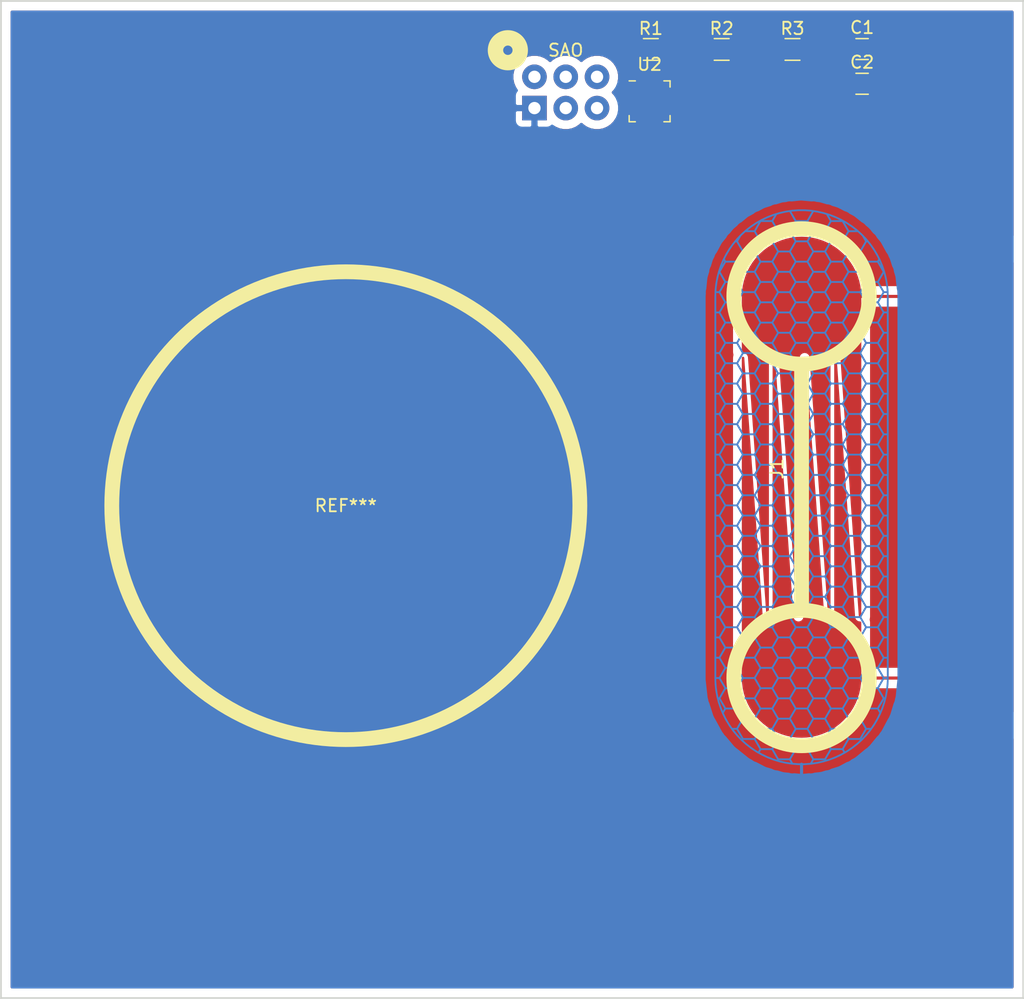
<source format=kicad_pcb>
(kicad_pcb (version 20171130) (host pcbnew "(5.1.6)-1")
  (layers (0 F.Cu signal) (31 B.Cu signal) (34 B.Paste user) (35 F.Paste user) (36 B.SilkS user) (37 F.SilkS user) (38 B.Mask user) (39 F.Mask user) (44 Edge.Cuts user))
  (net 0 "")
  (net 1 GND)
  (net 2 "Net-(C1-Pad1)")
  (net 3 "Net-(C2-Pad1)")
  (net 4 "Net-(R1-Pad2)")
  (net 5 "Net-(R2-Pad2)")
  (net 6 "Net-(R3-Pad2)")
  (module CCHS:Touch_Wheel_GraphicExport (layer F.Cu) (at 88 95)
    (fp_text reference REF*** (at 0 0) (layer F.SilkS))
    (fp_text value Touch_Wheel_50mm hide)
    (pad 3 smd custom (at 19.9 11.3) (size 1.524 1.524) (layers F.Cu) (options (clearance outline) (anchor circle)) (primitives (gr_poly (pts (xy -17.851852 -34.299066) (xy -17.814245 -34.297111) (xy -17.765265 -34.293724) (xy -17.70295 -34.288804) (xy -17.625336 -34.28225) (xy -17.530463 -34.273962) (xy -17.422468 -34.264381) (xy -16.721173 -34.191336) (xy -16.02287 -34.097449) (xy -15.328075 -33.982908) (xy -14.637303 -33.8479) (xy -13.95107 -33.692614) (xy -13.269893 -33.517238) (xy -12.594287 -33.321959) (xy -11.924769 -33.106965) (xy -11.261853 -32.872445) (xy -10.606057 -32.618586) (xy -9.957896 -32.345577) (xy -9.317886 -32.053605) (xy -8.686542 -31.742858) (xy -8.064382 -31.413524) (xy -7.45192 -31.065792) (xy -6.849674 -30.699849) (xy -6.258158 -30.315883) (xy -5.88712 -30.061934) (xy -5.310149 -29.646116) (xy -4.746248 -29.213925) (xy -4.19581 -28.765762) (xy -3.659231 -28.302031) (xy -3.136903 -27.823132) (xy -2.629224 -27.329467) (xy -2.136585 -26.821438) (xy -1.659384 -26.299447) (xy -1.198013 -25.763894) (xy -0.752868 -25.215183) (xy -0.324343 -24.653714) (xy 0.087167 -24.079889) (xy 0.310132 -23.753154) (xy 0.545161 -23.396745) (xy 0.766959 -23.048269) (xy 0.978097 -22.7033) (xy 1.181146 -22.357408) (xy 1.378679 -22.006167) (xy 1.573265 -21.645146) (xy 1.767478 -21.269919) (xy 1.866796 -21.072489) (xy 1.98999 -20.822833) (xy 2.103846 -20.586554) (xy 2.210383 -20.359153) (xy 2.311615 -20.136132) (xy 2.409559 -19.912993) (xy 2.506233 -19.685237) (xy 2.603652 -19.448367) (xy 2.678435 -19.261984) (xy 2.931761 -18.596761) (xy 3.164368 -17.928007) (xy 3.376325 -17.255399) (xy 3.567698 -16.578613) (xy 3.738556 -15.897325) (xy 3.888967 -15.211211) (xy 4.018999 -14.519949) (xy 4.128719 -13.823214) (xy 4.218197 -13.120683) (xy 4.287498 -12.412032) (xy 4.336693 -11.696938) (xy 4.356451 -11.268237) (xy 4.359189 -11.179985) (xy 4.361496 -11.073851) (xy 4.363373 -10.952903) (xy 4.364819 -10.820211) (xy 4.365836 -10.678842) (xy 4.366421 -10.531864) (xy 4.366577 -10.382347) (xy 4.366302 -10.233357) (xy 4.365598 -10.087964) (xy 4.364462 -9.949235) (xy 4.362897 -9.82024) (xy 4.360902 -9.704046) (xy 4.358476 -9.603721) (xy 4.35644 -9.542434) (xy 4.318303 -8.820618) (xy 4.25964 -8.103927) (xy 4.180463 -7.392407) (xy 4.080779 -6.686105) (xy 3.960602 -5.985066) (xy 3.819939 -5.289335) (xy 3.658802 -4.598958) (xy 3.477201 -3.91398) (xy 3.275145 -3.234448) (xy 3.052647 -2.560407) (xy 2.809714 -1.891902) (xy 2.546359 -1.228979) (xy 2.423811 -0.938599) (xy 2.393171 -0.866071) (xy 2.364917 -0.796886) (xy 2.340315 -0.734332) (xy 2.320633 -0.681692) (xy 2.307138 -0.642255) (xy 2.3014 -0.621151) (xy 2.29685 -0.540104) (xy 2.311985 -0.459369) (xy 2.345451 -0.381676) (xy 2.395896 -0.309758) (xy 2.461968 -0.246346) (xy 2.50072 -0.218504) (xy 2.541189 -0.189141) (xy 2.565204 -0.162719) (xy 2.576121 -0.134695) (xy 2.577782 -0.114116) (xy 2.572759 -0.095878) (xy 2.558128 -0.060441) (xy 2.53455 -0.009124) (xy 2.502685 0.056752) (xy 2.463194 0.135869) (xy 2.416737 0.226905) (xy 2.363974 0.328541) (xy 2.305565 0.439456) (xy 2.242172 0.558332) (xy 2.230832 0.57945) (xy 1.878237 1.214023) (xy 1.510059 1.834564) (xy 1.12575 2.441866) (xy 0.724761 3.036721) (xy 0.306544 3.619919) (xy -0.129451 4.192253) (xy -0.583771 4.754513) (xy -1.000698 5.243351) (xy -1.331863 5.613637) (xy -1.679279 5.98597) (xy -2.038917 6.356315) (xy -2.406743 6.720643) (xy -2.778727 7.074919) (xy -3.150836 7.415113) (xy -3.336448 7.579342) (xy -3.895042 8.053974) (xy -4.46562 8.511182) (xy -5.047956 8.950831) (xy -5.641824 9.372785) (xy -6.247 9.776907) (xy -6.863258 10.163063) (xy -7.490372 10.531115) (xy -8.128117 10.880928) (xy -8.776267 11.212365) (xy -9.434597 11.525292) (xy -10.102882 11.819571) (xy -10.780896 12.095068) (xy -10.899198 12.140826) (xy -11.57692 12.389715) (xy -12.262345 12.619003) (xy -12.954773 12.828526) (xy -13.653503 13.01812) (xy -14.357835 13.187621) (xy -15.067067 13.336865) (xy -15.780499 13.465687) (xy -16.497432 13.573924) (xy -17.217163 13.66141) (xy -17.517757 13.691705) (xy -17.690731 13.707556) (xy -17.859291 13.721871) (xy -18.027543 13.734936) (xy -18.199593 13.747035) (xy -18.379547 13.758454) (xy -18.57151 13.769479) (xy -18.779589 13.780393) (xy -18.830638 13.782942) (xy -18.876724 13.784723) (xy -18.941427 13.786492) (xy -19.022345 13.788228) (xy -19.117076 13.789911) (xy -19.223216 13.791521) (xy -19.338365 13.793039) (xy -19.460119 13.794443) (xy -19.586076 13.795714) (xy -19.713834 13.796831) (xy -19.840992 13.797775) (xy -19.965145 13.798526) (xy -20.083893 13.799062) (xy -20.194833 13.799365) (xy -20.295563 13.799414) (xy -20.38368 13.799189) (xy -20.456783 13.798669) (xy -20.512468 13.797835) (xy -20.535265 13.797219) (xy -20.696364 13.791404) (xy -20.856352 13.78509) (xy -21.011534 13.778444) (xy -21.158216 13.771635) (xy -21.292701 13.764829) (xy -21.411296 13.758194) (xy -21.456399 13.755442) (xy -22.184355 13.699115) (xy -22.909066 13.621974) (xy -23.630119 13.524137) (xy -24.347101 13.405726) (xy -25.059598 13.266859) (xy -25.767199 13.107657) (xy -26.469491 12.928238) (xy -27.16606 12.728724) (xy -27.856494 12.509232) (xy -28.54038 12.269885) (xy -29.217304 12.0108) (xy -29.886855 11.732098) (xy -30.54862 11.433898) (xy -31.202185 11.116321) (xy -31.847137 10.779486) (xy -31.995641 10.698519) (xy -32.623639 10.341357) (xy -33.241396 9.96589) (xy -33.848341 9.572571) (xy -34.443905 9.161853) (xy -35.02752 8.734189) (xy -35.598615 8.290031) (xy -36.156622 7.829834) (xy -36.700971 7.35405) (xy -37.231093 6.863131) (xy -37.746419 6.357531) (xy -38.246379 5.837704) (xy -38.624886 5.423133) (xy -38.978146 5.018389) (xy -39.326192 4.602123) (xy -39.665457 4.1788) (xy -39.992372 3.752885) (xy -40.303371 3.328843) (xy -40.346251 3.268737) (xy -40.406165 3.184395) (xy -40.454907 3.115472) (xy -40.493584 3.060138) (xy -40.523305 3.016562) (xy -40.545179 2.982913) (xy -40.560312 2.95736) (xy -40.569813 2.938071) (xy -40.574791 2.923216) (xy -40.576353 2.910964) (xy -40.575608 2.899483) (xy -40.574432 2.891696) (xy -40.559024 2.846824) (xy -40.530103 2.818124) (xy -40.503946 2.808213) (xy -40.485297 2.805416) (xy -40.467589 2.806693) (xy -40.449227 2.813597) (xy -40.428614 2.827682) (xy -40.404157 2.850502) (xy -40.374259 2.883608) (xy -40.337326 2.928555) (xy -40.291763 2.986897) (xy -40.235974 3.060186) (xy -40.210434 3.094039) (xy -39.881312 3.521664) (xy -39.547646 3.936315) (xy -39.205047 4.343255) (xy -38.849124 4.747746) (xy -38.629382 4.989245) (xy -38.56958 5.053271) (xy -38.496721 5.129757) (xy -38.412858 5.216647) (xy -38.320046 5.311884) (xy -38.220338 5.413412) (xy -38.115787 5.519176) (xy -38.008448 5.627118) (xy -37.900372 5.735182) (xy -37.793615 5.841312) (xy -37.69023 5.943452) (xy -37.592269 6.039545) (xy -37.501788 6.127536) (xy -37.420839 6.205367) (xy -37.351475 6.270983) (xy -37.322134 6.298241) (xy -36.779255 6.784563) (xy -36.225529 7.252783) (xy -35.661089 7.702826) (xy -35.086064 8.134617) (xy -34.500585 8.54808) (xy -33.904784 8.94314) (xy -33.298791 9.31972) (xy -32.682738 9.677747) (xy -32.056754 10.017143) (xy -31.420971 10.337835) (xy -30.77552 10.639746) (xy -30.120531 10.922801) (xy -29.456136 11.186924) (xy -28.782465 11.43204) (xy -28.099649 11.658074) (xy -27.941392 11.707333) (xy -27.340877 11.883994) (xy -26.74166 12.043968) (xy -26.141755 12.187599) (xy -25.539175 12.315232) (xy -24.931931 12.427213) (xy -24.318037 12.523886) (xy -23.695506 12.605596) (xy -23.062349 12.672688) (xy -22.41658 12.725508) (xy -21.890496 12.75767) (xy -21.820824 12.760606) (xy -21.732391 12.76319) (xy -21.627584 12.765422) (xy -21.508793 12.767302) (xy -21.378405 12.768831) (xy -21.238809 12.770008) (xy -21.092393 12.770833) (xy -20.941546 12.771307) (xy -20.788657 12.771429) (xy -20.636113 12.7712) (xy -20.486304 12.770619) (xy -20.341617 12.769687) (xy -20.204441 12.768404) (xy -20.077165 12.76677) (xy -19.962176 12.764785) (xy -19.861865 12.762449) (xy -19.778618 12.759761) (xy -19.730596 12.75761) (xy -19.286058 12.731377) (xy -18.858696 12.700153) (xy -18.445014 12.663547) (xy -18.041518 12.621167) (xy -17.644713 12.572622) (xy -17.251105 12.517522) (xy -16.857198 12.455475) (xy -16.538391 12.400372) (xy -15.834566 12.263409) (xy -15.137089 12.106357) (xy -14.446327 11.92944) (xy -13.762648 11.732884) (xy -13.086421 11.516912) (xy -12.418012 11.281748) (xy -11.75779 11.027618) (xy -11.106124 10.754745) (xy -10.46338 10.463355) (xy -9.829927 10.153671) (xy -9.206132 9.825918) (xy -8.592365 9.48032) (xy -7.988992 9.117102) (xy -7.396381 8.736488) (xy -6.814901 8.338703) (xy -6.244919 7.923971) (xy -5.686804 7.492517) (xy -5.140923 7.044564) (xy -4.607644 6.580338) (xy -4.087335 6.100063) (xy -3.580364 5.603963) (xy -3.087099 5.092263) (xy -2.607908 4.565187) (xy -2.14316 4.02296) (xy -1.69322 3.465805) (xy -1.516066 3.236974) (xy -1.441387 3.138624) (xy -1.364089 3.035531) (xy -1.285393 2.929412) (xy -1.20652 2.821984) (xy -1.128692 2.714964) (xy -1.053129 2.610071) (xy -0.981053 2.509021) (xy -0.913684 2.413531) (xy -0.852244 2.32532) (xy -0.797953 2.246104) (xy -0.752034 2.1776) (xy -0.715706 2.121526) (xy -0.690192 2.0796) (xy -0.680585 2.061957) (xy -0.663657 2.026124) (xy -0.653396 1.996411) (xy -0.648168 1.96502) (xy -0.646337 1.924155) (xy -0.646186 1.897847) (xy -0.647016 1.848637) (xy -0.650599 1.812476) (xy -0.658572 1.781265) (xy -0.672575 1.746905) (xy -0.679915 1.731134) (xy -0.726844 1.654) (xy -0.786069 1.591325) (xy -0.854852 1.543727) (xy -0.930453 1.511825) (xy -1.010133 1.496237) (xy -1.091151 1.497582) (xy -1.170768 1.516478) (xy -1.246244 1.553544) (xy -1.296586 1.591919) (xy -1.320935 1.616892) (xy -1.353991 1.655129) (xy -1.392381 1.702505) (xy -1.432729 1.754895) (xy -1.458541 1.78987) (xy -1.726404 2.149525) (xy -2.011788 2.51357) (xy -2.312266 2.879292) (xy -2.625412 3.243978) (xy -2.948798 3.604914) (xy -3.279998 3.959387) (xy -3.616585 4.304684) (xy -3.956131 4.638089) (xy -4.267325 4.930412) (xy -4.774416 5.381973) (xy -5.294395 5.816879) (xy -5.826871 6.234876) (xy -6.371451 6.635712) (xy -6.927742 7.019132) (xy -7.495355 7.384883) (xy -8.073895 7.732711) (xy -8.662972 8.062364) (xy -9.262194 8.373587) (xy -9.871168 8.666128) (xy -10.423968 8.911824) (xy -11.054598 9.170208) (xy -11.690712 9.408143) (xy -12.332198 9.625602) (xy -12.978946 9.822559) (xy -13.630847 9.998986) (xy -14.28779 10.154859) (xy -14.949664 10.290151) (xy -15.61636 10.404835) (xy -16.287766 10.498884) (xy -16.963774 10.572274) (xy -17.586578 10.621323) (xy -17.951089 10.641228) (xy -18.329331 10.654941) (xy -18.715795 10.66245) (xy -19.104972 10.663746) (xy -19.491351 10.658817) (xy -19.869425 10.647651) (xy -20.233683 10.630238) (xy -20.291747 10.626783) (xy -20.967989 10.574884) (xy -21.640086 10.502364) (xy -22.307629 10.409423) (xy -22.970209 10.296261) (xy -23.627416 10.163079) (xy -24.278843 10.010076) (xy -24.92408 9.837454) (xy -25.562718 9.645411) (xy -26.194349 9.43415) (xy -26.818563 9.203869) (xy -27.434953 8.954769) (xy -28.043108 8.68705) (xy -28.64262 8.400913) (xy -29.23308 8.096557) (xy -29.814079 7.774183) (xy -30.385209 7.433992) (xy -30.946061 7.076183) (xy -31.496225 6.700957) (xy -32.035293 6.308513) (xy -32.562856 5.899053) (xy -33.078505 5.472777) (xy -33.581832 5.029884) (xy -34.072426 4.570574) (xy -34.54988 4.095049) (xy -35.013785 3.603509) (xy -35.312363 3.270392) (xy -35.592874 2.943662) (xy -35.872963 2.603274) (xy -36.149038 2.253871) (xy -36.417512 1.900098) (xy -36.674793 1.546596) (xy -36.917294 1.19801) (xy -36.937665 1.167934) (xy -36.985947 1.09613) (xy -37.023404 1.039396) (xy -37.051346 0.995448) (xy -37.071085 0.962004) (xy -37.083932 0.93678) (xy -37.091197 0.917493) (xy -37.094192 0.90186) (xy -37.094498 0.894818) (xy -37.085725 0.851018) (xy -37.060783 0.819994) (xy -37.02173 0.803751) (xy -36.998875 0.801792) (xy -36.982822 0.802174) (xy -36.968606 0.804511) (xy -36.954434 0.810594) (xy -36.93851 0.822215) (xy -36.919041 0.841162) (xy -36.894234 0.869228) (xy -36.862295 0.908201) (xy -36.821429 0.959874) (xy -36.769843 1.026035) (xy -36.754731 1.045474) (xy -36.451801 1.423598) (xy -36.130318 1.802779) (xy -35.792619 2.180601) (xy -35.441041 2.554649) (xy -35.07792 2.922507) (xy -34.705593 3.28176) (xy -34.326396 3.629994) (xy -33.942666 3.964792) (xy -33.875823 4.021314) (xy -33.369051 4.434056) (xy -32.85048 4.829344) (xy -32.320566 5.206994) (xy -31.779765 5.566822) (xy -31.228533 5.908643) (xy -30.667326 6.232273) (xy -30.096602 6.537527) (xy -29.516814 6.82422) (xy -28.928421 7.092169) (xy -28.331878 7.341189) (xy -27.72764 7.571094) (xy -27.116165 7.781701) (xy -26.497908 7.972826) (xy -25.873326 8.144283) (xy -25.242874 8.295888) (xy -24.607009 8.427457) (xy -23.966187 8.538804) (xy -23.320864 8.629747) (xy -22.671497 8.700099) (xy -22.218716 8.736722) (xy -22.091076 8.745424) (xy -21.974742 8.752878) (xy -21.866673 8.759177) (xy -21.763828 8.764413) (xy -21.663163 8.768678) (xy -21.56164 8.772065) (xy -21.456214 8.774665) (xy -21.343847 8.776571) (xy -21.221494 8.777875) (xy -21.086117 8.77867) (xy -20.934672 8.779047) (xy -20.821134 8.779112) (xy -20.657419 8.778968) (xy -20.511829 8.778472) (xy -20.381313 8.777532) (xy -20.262821 8.776057) (xy -20.153304 8.773954) (xy -20.049711 8.77113) (xy -19.948993 8.767494) (xy -19.848099 8.762952) (xy -19.743981 8.757413) (xy -19.633588 8.750784) (xy -19.51387 8.742972) (xy -19.423552 8.736798) (xy -18.772126 8.681058) (xy -18.123834 8.604465) (xy -17.479171 8.507176) (xy -16.838628 8.389348) (xy -16.202701 8.251135) (xy -15.571883 8.092695) (xy -14.946668 7.914185) (xy -14.327551 7.715759) (xy -13.715023 7.497576) (xy -13.109581 7.259791) (xy -12.511717 7.00256) (xy -11.921925 6.726039) (xy -11.340699 6.430386) (xy -10.768533 6.115757) (xy -10.329563 5.857704) (xy -9.775005 5.509916) (xy -9.232797 5.144999) (xy -8.703264 4.763254) (xy -8.186727 4.36498) (xy -7.683511 3.950478) (xy -7.193938 3.520046) (xy -6.718332 3.073986) (xy -6.257016 2.612597) (xy -5.810313 2.136178) (xy -5.378547 1.645031) (xy -4.96204 1.139454) (xy -4.561117 0.619747) (xy -4.304154 0.267679) (xy -4.250762 0.191419) (xy -4.209425 0.128403) (xy -4.178717 0.075546) (xy -4.157215 0.029758) (xy -4.143494 -0.012046) (xy -4.13613 -0.052955) (xy -4.133699 -0.096055) (xy -4.133671 -0.101905) (xy -4.14024 -0.181845) (xy -4.161399 -0.251695) (xy -4.199325 -0.316816) (xy -4.241513 -0.36731) (xy -4.302388 -0.424237) (xy -4.363496 -0.462912) (xy -4.4301 -0.485653) (xy -4.50746 -0.494776) (xy -4.531888 -0.495206) (xy -4.582182 -0.494249) (xy -4.619236 -0.490394) (xy -4.650938 -0.482167) (xy -4.685176 -0.468096) (xy -4.690705 -0.465537) (xy -4.728107 -0.446041) (xy -4.76234 -0.422993) (xy -4.796448 -0.393503) (xy -4.833478 -0.354678) (xy -4.876475 -0.303629) (xy -4.921592 -0.246394) (xy -5.307236 0.235781) (xy -5.705125 0.70085) (xy -6.115698 1.14928) (xy -6.539393 1.581544) (xy -6.976647 1.99811) (xy -7.205294 2.204919) (xy -7.66669 2.600919) (xy -8.140113 2.979677) (xy -8.625056 3.341017) (xy -9.121011 3.684765) (xy -9.627474 4.010747) (xy -10.143936 4.318788) (xy -10.669892 4.608713) (xy -11.204834 4.880348) (xy -11.748257 5.133519) (xy -12.299653 5.36805) (xy -12.858516 5.583768) (xy -13.424339 5.780497) (xy -13.996616 5.958063) (xy -14.57484 6.116292) (xy -15.158504 6.255009) (xy -15.747103 6.37404) (xy -16.340128 6.473209) (xy -16.937075 6.552343) (xy -17.537435 6.611266) (xy -18.140702 6.649805) (xy -18.746371 6.667785) (xy -19.353934 6.665031) (xy -19.962884 6.641368) (xy -20.06411 6.635402) (xy -20.672603 6.587237) (xy -21.277801 6.518268) (xy -21.879195 6.428685) (xy -22.476275 6.318675) (xy -23.06853 6.188426) (xy -23.655449 6.038128) (xy -24.236523 5.867967) (xy -24.811241 5.678134) (xy -25.379093 5.468815) (xy -25.939568 5.2402) (xy -26.492157 4.992476) (xy -27.036348 4.725833) (xy -27.571632 4.440458) (xy -28.097498 4.136539) (xy -28.613436 3.814266) (xy -29.118935 3.473826) (xy -29.613486 3.115407) (xy -29.624844 3.106867) (xy -30.105635 2.731788) (xy -30.572748 2.340607) (xy -31.025882 1.933635) (xy -31.464733 1.511185) (xy -31.889001 1.073571) (xy -32.298384 0.621103) (xy -32.69258 0.154095) (xy -33.071287 -0.32714) (xy -33.434204 -0.822291) (xy -33.478127 -0.884696) (xy -33.526986 -0.95539) (xy -33.563825 -1.011646) (xy -33.589486 -1.055848) (xy -33.604811 -1.09038) (xy -33.610642 -1.117628) (xy -33.607821 -1.139976) (xy -33.597187 -1.159808) (xy -33.581506 -1.177605) (xy -33.551208 -1.201184) (xy -33.519028 -1.209613) (xy -33.510302 -1.209879) (xy -33.496824 -1.209527) (xy -33.484505 -1.207366) (xy -33.471649 -1.20174) (xy -33.456558 -1.190995) (xy -33.437535 -1.173475) (xy -33.412883 -1.147525) (xy -33.380905 -1.111488) (xy -33.339903 -1.063709) (xy -33.288181 -1.002533) (xy -33.244373 -0.950479) (xy -32.942458 -0.603254) (xy -32.62235 -0.2575) (xy -32.28698 0.083833) (xy -31.939279 0.417796) (xy -31.582178 0.741438) (xy -31.440642 0.864527) (xy -30.989903 1.238037) (xy -30.527296 1.594153) (xy -30.053319 1.93267) (xy -29.56847 2.253384) (xy -29.073249 2.55609) (xy -28.568154 2.840582) (xy -28.053683 3.106657) (xy -27.530334 3.354109) (xy -26.998608 3.582733) (xy -26.459001 3.792325) (xy -25.912013 3.982679) (xy -25.358141 4.153591) (xy -24.797886 4.304856) (xy -24.231745 4.43627) (xy -23.660216 4.547626) (xy -23.083799 4.638722) (xy -22.502991 4.70935) (xy -21.969904 4.755745) (xy -21.799978 4.766283) (xy -21.615737 4.77506) (xy -21.420829 4.782047) (xy -21.218904 4.787213) (xy -21.013612 4.790528) (xy -20.8086 4.79196) (xy -20.607519 4.791479) (xy -20.414018 4.789055) (xy -20.231745 4.784658) (xy -20.064351 4.778256) (xy -19.958233 4.772581) (xy -19.361642 4.726401) (xy -18.77403 4.661151) (xy -18.194907 4.576701) (xy -17.623782 4.472921) (xy -17.060165 4.349679) (xy -16.503563 4.206847) (xy -15.953488 4.044293) (xy -15.409447 3.861887) (xy -14.87095 3.6595) (xy -14.337507 3.437001) (xy -13.808626 3.194259) (xy -13.568529 3.076659) (xy -13.047076 2.804427) (xy -12.537244 2.514521) (xy -12.039259 2.207112) (xy -11.553344 1.882375) (xy -11.079726 1.540483) (xy -10.61863 1.181608) (xy -10.17028 0.805923) (xy -9.734903 0.413602) (xy -9.312723 0.004817) (xy -8.903965 -0.420258) (xy -8.644026 -0.706961) (xy -8.557913 -0.805268) (xy -8.469343 -0.908411) (xy -8.379508 -1.01487) (xy -8.2896 -1.123122) (xy -8.20081 -1.231647) (xy -8.114332 -1.338922) (xy -8.031355 -1.443425) (xy -7.953073 -1.543636) (xy -7.880676 -1.638032) (xy -7.815356 -1.725093) (xy -7.758306 -1.803295) (xy -7.710717 -1.871118) (xy -7.67378 -1.92704) (xy -7.648687 -1.96954) (xy -7.63884 -1.990403) (xy -7.616971 -2.075231) (xy -7.61487 -2.161436) (xy -7.632428 -2.245099) (xy -7.647124 -2.281755) (xy -7.694043 -2.360389) (xy -7.753684 -2.425843) (xy -7.823295 -2.476579) (xy -7.900127 -2.511058) (xy -7.981427 -2.527743) (xy -8.064446 -2.525095) (xy -8.078079 -2.522701) (xy -8.127979 -2.511065) (xy -8.171372 -2.495962) (xy -8.2113 -2.475128) (xy -8.25081 -2.446302) (xy -8.292944 -2.407221) (xy -8.340747 -2.355621) (xy -8.397264 -2.28924) (xy -8.405441 -2.279369) (xy -8.749457 -1.879633) (xy -9.110041 -1.492663) (xy -9.486329 -1.119202) (xy -9.877457 -0.759991) (xy -10.282562 -0.415773) (xy -10.700782 -0.087289) (xy -11.131252 0.224719) (xy -11.573111 0.519508) (xy -11.890371 0.716207) (xy -12.070656 0.822087) (xy -12.264122 0.931204) (xy -12.466241 1.041201) (xy -12.672489 1.149726) (xy -12.878338 1.254424) (xy -13.079262 1.35294) (xy -13.270735 1.44292) (xy -13.394426 1.498556) (xy -13.895759 1.707959) (xy -14.402672 1.897031) (xy -14.914855 2.065693) (xy -15.431997 2.213866) (xy -15.953786 2.341471) (xy -16.479912 2.448429) (xy -17.010063 2.534661) (xy -17.543929 2.600088) (xy -17.845978 2.627738) (xy -18.248529 2.653576) (xy -18.662091 2.667573) (xy -19.080116 2.669728) (xy -19.49606 2.660042) (xy -19.903377 2.638514) (xy -20.048228 2.627738) (xy -20.581544 2.574271) (xy -21.111325 2.500067) (xy -21.636962 2.405356) (xy -22.157847 2.290368) (xy -22.673373 2.155335) (xy -23.182932 2.000488) (xy -23.685916 1.826056) (xy -24.181717 1.632271) (xy -24.669726 1.419363) (xy -25.149337 1.187564) (xy -25.61994 0.937103) (xy -26.080929 0.668212) (xy -26.531695 0.381122) (xy -26.97163 0.076062) (xy -27.183653 -0.080352) (xy -27.428396 -0.268437) (xy -27.660738 -0.455221) (xy -27.885013 -0.644477) (xy -28.105556 -0.839979) (xy -28.326703 -1.045497) (xy -28.552788 -1.264805) (xy -28.609255 -1.320897) (xy -28.911909 -1.631266) (xy -29.196395 -1.940597) (xy -29.465331 -2.251913) (xy -29.72133 -2.568232) (xy -29.948115 -2.866861) (xy -29.996989 -2.93339) (xy -30.034649 -2.985351) (xy -30.06255 -3.025146) (xy -30.082147 -3.055175) (xy -30.094893 -3.077839) (xy -30.102244 -3.095539) (xy -30.105652 -3.110677) (xy -30.106572 -3.125653) (xy -30.106586 -3.128498) (xy -30.097727 -3.172287) (xy -30.072706 -3.203462) (xy -30.033856 -3.219718) (xy -30.012368 -3.221551) (xy -29.994036 -3.220828) (xy -29.977742 -3.217311) (xy -29.961205 -3.208981) (xy -29.942146 -3.193816) (xy -29.918284 -3.169795) (xy -29.887339 -3.134899) (xy -29.847031 -3.087105) (xy -29.809265 -3.041559) (xy -29.529575 -2.716015) (xy -29.231612 -2.393447) (xy -28.918282 -2.076758) (xy -28.592487 -1.768849) (xy -28.257132 -1.472621) (xy -28.141316 -1.37497) (xy -27.738307 -1.052953) (xy -27.322638 -0.747615) (xy -26.895061 -0.4593) (xy -26.456328 -0.188349) (xy -26.00719 0.064892) (xy -25.5484 0.300082) (xy -25.08071 0.516877) (xy -24.60487 0.714933) (xy -24.121633 0.893907) (xy -23.631751 1.053456) (xy -23.135975 1.193238) (xy -22.635058 1.312907) (xy -22.12975 1.412122) (xy -21.982913 1.436951) (xy -21.609749 1.492839) (xy -21.246171 1.536966) (xy -20.886673 1.569735) (xy -20.525748 1.59155) (xy -20.15789 1.602815) (xy -19.777592 1.603933) (xy -19.714715 1.60319) (xy -19.252985 1.589484) (xy -18.802896 1.56093) (xy -18.360503 1.517016) (xy -17.92186 1.457227) (xy -17.483019 1.381049) (xy -17.040036 1.287968) (xy -16.73609 1.215172) (xy -16.238742 1.079529) (xy -15.748353 0.924111) (xy -15.265483 0.749329) (xy -14.790692 0.555596) (xy -14.324542 0.343322) (xy -13.867594 0.112919) (xy -13.420408 -0.135202) (xy -12.983545 -0.40063) (xy -12.557566 -0.682952) (xy -12.143032 -0.981759) (xy -11.740504 -1.296637) (xy -11.350543 -1.627177) (xy -10.973709 -1.972966) (xy -10.610563 -2.333594) (xy -10.261667 -2.708648) (xy -9.927581 -3.097718) (xy -9.608866 -3.500392) (xy -9.306082 -3.916259) (xy -9.019792 -4.344907) (xy -8.904304 -4.529137) (xy -8.81334 -4.68026) (xy -8.718807 -4.843257) (xy -8.62262 -5.014506) (xy -8.526695 -5.190389) (xy -8.432948 -5.367286) (xy -8.343292 -5.541578) (xy -8.259644 -5.709645) (xy -8.183918 -5.867867) (xy -8.11803 -6.012625) (xy -8.111582 -6.027303) (xy -8.077739 -6.101923) (xy -8.049203 -6.158288) (xy -8.024709 -6.19827) (xy -8.002993 -6.223744) (xy -7.982791 -6.236584) (xy -7.968715 -6.239058) (xy -7.949937 -6.236504) (xy -7.91705 -6.229729) (xy -7.876379 -6.220065) (xy -7.866075 -6.217442) (xy -7.776622 -6.20318) (xy -7.69235 -6.208633) (xy -7.610807 -6.234255) (xy -7.530939 -6.279539) (xy -7.501452 -6.302306) (xy -7.474263 -6.329416) (xy -7.447823 -6.363374) (xy -7.420585 -6.406687) (xy -7.391002 -6.461861) (xy -7.357525 -6.531403) (xy -7.318608 -6.617818) (xy -7.310078 -6.63725) (xy -7.100738 -7.14182) (xy -6.911608 -7.652148) (xy -6.742755 -8.167713) (xy -6.594244 -8.687996) (xy -6.466142 -9.212478) (xy -6.358515 -9.74064) (xy -6.271428 -10.271961) (xy -6.204947 -10.805922) (xy -6.159139 -11.342005) (xy -6.13407 -11.879689) (xy -6.129805 -12.418454) (xy -6.14641 -12.957783) (xy -6.183951 -13.497155) (xy -6.242495 -14.03605) (xy -6.310851 -14.505863) (xy -6.407958 -15.036928) (xy -6.525289 -15.562305) (xy -6.662532 -16.081469) (xy -6.819374 -16.593895) (xy -6.995504 -17.09906) (xy -7.190608 -17.59644) (xy -7.404376 -18.085509) (xy -7.636495 -18.565744) (xy -7.886652 -19.03662) (xy -8.154535 -19.497614) (xy -8.439832 -19.9482) (xy -8.742232 -20.387855) (xy -9.061421 -20.816054) (xy -9.397088 -21.232273) (xy -9.74892 -21.635987) (xy -10.116605 -22.026673) (xy -10.499831 -22.403806) (xy -10.898286 -22.766862) (xy -11.311658 -23.115316) (xy -11.549869 -23.304128) (xy -11.987452 -23.630004) (xy -12.435722 -23.937664) (xy -12.894264 -24.226926) (xy -13.362664 -24.497608) (xy -13.840509 -24.749527) (xy -14.327385 -24.982501) (xy -14.822877 -25.196346) (xy -15.326573 -25.390882) (xy -15.838058 -25.565925) (xy -16.356919 -25.721293) (xy -16.882741 -25.856803) (xy -17.415111 -25.972273) (xy -17.736785 -26.031736) (xy -17.823866 -26.047608) (xy -17.889919 -26.061463) (xy -17.934996 -26.073315) (xy -17.959147 -26.083173) (xy -17.961558 -26.084985) (xy -17.982955 -26.116958) (xy -17.98946 -26.155712) (xy -17.98209 -26.194728) (xy -17.961863 -26.227487) (xy -17.936585 -26.245029) (xy -17.922465 -26.24956) (xy -17.90442 -26.252043) (xy -17.879391 -26.252337) (xy -17.844314 -26.250296) (xy -17.796127 -26.245778) (xy -17.731769 -26.23864) (xy -17.686559 -26.23333) (xy -17.107479 -26.15395) (xy -16.534028 -26.05424) (xy -15.966606 -25.934383) (xy -15.405618 -25.794565) (xy -14.851464 -25.634971) (xy -14.304549 -25.455785) (xy -13.765274 -25.257194) (xy -13.234041 -25.03938) (xy -12.711254 -24.80253) (xy -12.197315 -24.546828) (xy -11.692626 -24.272459) (xy -11.19759 -23.979609) (xy -10.712609 -23.668461) (xy -10.238085 -23.3392) (xy -9.774422 -22.992013) (xy -9.322021 -22.627083) (xy -8.881285 -22.244595) (xy -8.756721 -22.131344) (xy -8.340168 -21.734343) (xy -7.938375 -21.322388) (xy -7.551765 -20.896106) (xy -7.180763 -20.456122) (xy -6.825792 -20.003065) (xy -6.487275 -19.53756) (xy -6.165638 -19.060234) (xy -5.861302 -18.571714) (xy -5.574693 -18.072626) (xy -5.306233 -17.563596) (xy -5.056347 -17.045253) (xy -4.825458 -16.518221) (xy -4.63264 -16.032722) (xy -4.437955 -15.48782) (xy -4.263518 -14.937038) (xy -4.109392 -14.380907) (xy -3.975644 -13.819955) (xy -3.862338 -13.254714) (xy -3.76954 -12.685712) (xy -3.697313 -12.11348) (xy -3.645724 -11.538547) (xy -3.614838 -10.961444) (xy -3.604719 -10.3827) (xy -3.615432 -9.802845) (xy -3.647042 -9.222409) (xy -3.699616 -8.641922) (xy -3.712022 -8.531305) (xy -3.785447 -7.983445) (xy -3.878909 -7.435049) (xy -3.99185 -6.888471) (xy -4.123713 -6.346063) (xy -4.273941 -5.81018) (xy -4.441976 -5.283176) (xy -4.562107 -4.942059) (xy -4.658941 -4.677366) (xy -4.65877 -4.576782) (xy -4.658061 -4.527449) (xy -4.655177 -4.492216) (xy -4.648688 -4.464021) (xy -4.63716 -4.435801) (xy -4.625457 -4.4125) (xy -4.574648 -4.335481) (xy -4.511874 -4.273735) (xy -4.439822 -4.227929) (xy -4.361178 -4.198727) (xy -4.278631 -4.186798) (xy -4.194866 -4.192807) (xy -4.112572 -4.217421) (xy -4.034436 -4.261306) (xy -4.029685 -4.264753) (xy -4.004334 -4.284626) (xy -3.981579 -4.305868) (xy -3.959985 -4.330829) (xy -3.938111 -4.361859) (xy -3.914522 -4.401309) (xy -3.887778 -4.451527) (xy -3.856442 -4.514865) (xy -3.819076 -4.593671) (xy -3.789468 -4.65734) (xy -3.540628 -5.219951) (xy -3.311411 -5.789724) (xy -3.101932 -6.366065) (xy -2.912303 -6.948376) (xy -2.742638 -7.536062) (xy -2.593049 -8.128527) (xy -2.463649 -8.725174) (xy -2.354553 -9.325407) (xy -2.265872 -9.928631) (xy -2.19772 -10.534249) (xy -2.15021 -11.141666) (xy -2.123455 -11.750284) (xy -2.117569 -12.359508) (xy -2.132664 -12.968742) (xy -2.149714 -13.29974) (xy -2.198008 -13.921015) (xy -2.266802 -14.537103) (xy -2.356061 -15.147877) (xy -2.465751 -15.753209) (xy -2.59584 -16.352972) (xy -2.746292 -16.94704) (xy -2.917075 -17.535286) (xy -3.108155 -18.117582) (xy -3.319498 -18.693801) (xy -3.55107 -19.263816) (xy -3.802838 -19.827501) (xy -3.976298 -20.188412) (xy -4.257579 -20.733965) (xy -4.556504 -21.268176) (xy -4.872665 -21.790679) (xy -5.205651 -22.301109) (xy -5.555055 -22.7991) (xy -5.920468 -23.284287) (xy -6.301481 -23.756303) (xy -6.697684 -24.214783) (xy -7.108669 -24.659362) (xy -7.534027 -25.089674) (xy -7.973349 -25.505353) (xy -8.426226 -25.906034) (xy -8.89225 -26.29135) (xy -9.371011 -26.660937) (xy -9.8621 -27.014428) (xy -10.365109 -27.351458) (xy -10.879629 -27.671662) (xy -11.40525 -27.974673) (xy -11.941564 -28.260126) (xy -12.488163 -28.527656) (xy -13.044636 -28.776896) (xy -13.610575 -29.007481) (xy -14.002626 -29.154164) (xy -14.539375 -29.338102) (xy -15.084608 -29.505865) (xy -15.635576 -29.656774) (xy -16.189525 -29.790149) (xy -16.743706 -29.905309) (xy -17.295366 -30.001576) (xy -17.634223 -30.05138) (xy -17.72541 -30.063858) (xy -17.797919 -30.074094) (xy -17.854054 -30.082696) (xy -17.89612 -30.090273) (xy -17.926421 -30.097434) (xy -17.947261 -30.104786) (xy -17.960946 -30.112939) (xy -17.969779 -30.122501) (xy -17.976066 -30.134081) (xy -17.979726 -30.142613) (xy -17.990003 -30.189371) (xy -17.980698 -30.230936) (xy -17.953689 -30.263655) (xy -17.944374 -30.270475) (xy -17.934106 -30.275712) (xy -17.920686 -30.279299) (xy -17.90191 -30.281171) (xy -17.875577 -30.281262) (xy -17.839486 -30.279504) (xy -17.791435 -30.275833) (xy -17.729222 -30.270183) (xy -17.650645 -30.262486) (xy -17.553504 -30.252676) (xy -17.538933 -30.251195) (xy -16.89968 -30.175624) (xy -16.263219 -30.079278) (xy -15.63023 -29.96237) (xy -15.001389 -29.825112) (xy -14.377377 -29.667717) (xy -13.75887 -29.490398) (xy -13.146548 -29.293368) (xy -12.541088 -29.076839) (xy -11.94317 -28.841024) (xy -11.35347 -28.586136) (xy -10.772668 -28.312387) (xy -10.201442 -28.01999) (xy -9.899875 -27.855902) (xy -9.337221 -27.531242) (xy -8.786419 -27.189174) (xy -8.247836 -26.830059) (xy -7.72184 -26.454254) (xy -7.208801 -26.06212) (xy -6.709087 -25.654014) (xy -6.223065 -25.230296) (xy -5.751105 -24.791325) (xy -5.293573 -24.337461) (xy -4.85084 -23.869061) (xy -4.423273 -23.386485) (xy -4.011241 -22.890092) (xy -3.615111 -22.380241) (xy -3.235252 -21.857291) (xy -2.872033 -21.321601) (xy -2.525822 -20.77353) (xy -2.374751 -20.521388) (xy -2.053287 -19.955126) (xy -1.751392 -19.380845) (xy -1.469136 -18.798784) (xy -1.20659 -18.209181) (xy -0.963824 -17.612274) (xy -0.740906 -17.008302) (xy -0.537908 -16.397502) (xy -0.3549 -15.780113) (xy -0.19195 -15.156372) (xy -0.04913 -14.526519) (xy 0.073492 -13.890791) (xy 0.175844 -13.249426) (xy 0.257857 -12.602663) (xy 0.319461 -11.95074) (xy 0.360586 -11.293894) (xy 0.36502 -11.194123) (xy 0.36783 -11.111805) (xy 0.370185 -11.011495) (xy 0.372083 -10.896374) (xy 0.373524 -10.76962) (xy 0.37451 -10.634413) (xy 0.375039 -10.493933) (xy 0.375111 -10.351357) (xy 0.374727 -10.209867) (xy 0.373887 -10.07264) (xy 0.37259 -9.942857) (xy 0.370837 -9.823697) (xy 0.368628 -9.718339) (xy 0.365962 -9.629962) (xy 0.36502 -9.605961) (xy 0.327292 -8.953378) (xy 0.269219 -8.304799) (xy 0.190903 -7.660697) (xy 0.092446 -7.021542) (xy -0.026051 -6.387808) (xy -0.164486 -5.759966) (xy -0.322757 -5.138488) (xy -0.500763 -4.523846) (xy -0.698402 -3.916512) (xy -0.915573 -3.316958) (xy -1.078439 -2.903918) (xy -1.175573 -2.665694) (xy -1.175573 -2.570157) (xy -1.174804 -2.52147) (xy -1.171403 -2.48604) (xy -1.16373 -2.455973) (xy -1.150147 -2.423374) (xy -1.141255 -2.404936) (xy -1.092968 -2.329526) (xy -1.0291 -2.264439) (xy -0.954408 -2.214344) (xy -0.939658 -2.207034) (xy -0.90692 -2.193071) (xy -0.876894 -2.18455) (xy -0.842363 -2.180202) (xy -0.796114 -2.178758) (xy -0.778533 -2.178702) (xy -0.728336 -2.179445) (xy -0.692089 -2.182531) (xy -0.66259 -2.189324) (xy -0.632635 -2.201186) (xy -0.614654 -2.20973) (xy -0.577632 -2.229216) (xy -0.545366 -2.250077) (xy -0.516158 -2.274611) (xy -0.48831 -2.305114) (xy -0.460124 -2.343883) (xy -0.429902 -2.393214) (xy -0.395947 -2.455406) (xy -0.356559 -2.532754) (xy -0.318243 -2.610691) (xy -0.036223 -3.213766) (xy 0.227792 -3.82744) (xy 0.47347 -4.450647) (xy 0.700478 -5.082321) (xy 0.908485 -5.721395) (xy 1.097158 -6.366805) (xy 1.266165 -7.017484) (xy 1.415174 -7.672366) (xy 1.543854 -8.330385) (xy 1.635369 -8.8807) (xy 1.727995 -9.555803) (xy 1.799641 -10.232575) (xy 1.850339 -10.910495) (xy 1.880118 -11.589042) (xy 1.889008 -12.267694) (xy 1.877039 -12.945929) (xy 1.844242 -13.623225) (xy 1.790646 -14.299061) (xy 1.716282 -14.972915) (xy 1.62118 -15.644265) (xy 1.50537 -16.31259) (xy 1.368882 -16.977368) (xy 1.211746 -17.638077) (xy 1.107162 -18.033806) (xy 0.980001 -18.477171) (xy 0.839842 -18.928582) (xy 0.688924 -19.381377) (xy 0.529483 -19.828897) (xy 0.36376 -20.264481) (xy 0.322965 -20.367341) (xy 0.06095 -20.994158) (xy -0.219954 -21.611648) (xy -0.519432 -22.219412) (xy -0.837168 -22.817049) (xy -1.17285 -23.40416) (xy -1.526161 -23.980343) (xy -1.896789 -24.545199) (xy -2.284418 -25.098327) (xy -2.688734 -25.639327) (xy -3.109423 -26.167799) (xy -3.54617 -26.683342) (xy -3.99866 -27.185556) (xy -4.46658 -27.674041) (xy -4.949615 -28.148397) (xy -5.447451 -28.608222) (xy -5.959773 -29.053118) (xy -6.486266 -29.482683) (xy -7.026617 -29.896518) (xy -7.342935 -30.126811) (xy -7.862118 -30.486406) (xy -8.395166 -30.833027) (xy -8.943683 -31.167682) (xy -9.509268 -31.491379) (xy -9.520789 -31.497761) (xy -9.609752 -31.546243) (xy -9.714694 -31.602135) (xy -9.832433 -31.663829) (xy -9.95979 -31.729721) (xy -10.093582 -31.798204) (xy -10.230629 -31.867673) (xy -10.367749 -31.93652) (xy -10.50176 -32.003142) (xy -10.629483 -32.065931) (xy -10.747734 -32.123281) (xy -10.853334 -32.173588) (xy -10.93218 -32.210256) (xy -11.559702 -32.48608) (xy -12.194124 -32.741959) (xy -12.83512 -32.977791) (xy -13.482362 -33.193472) (xy -14.135522 -33.388901) (xy -14.794273 -33.563977) (xy -15.458288 -33.718596) (xy -16.127239 -33.852657) (xy -16.294873 -33.882889) (xy -16.48803 -33.915818) (xy -16.692807 -33.948643) (xy -16.904233 -33.980663) (xy -17.117338 -34.011175) (xy -17.327152 -34.039478) (xy -17.528705 -34.064871) (xy -17.717026 -34.086652) (xy -17.803627 -34.095861) (xy -17.854563 -34.102177) (xy -17.899656 -34.109738) (xy -17.933564 -34.11753) (xy -17.949681 -34.123626) (xy -17.97645 -34.151323) (xy -17.989004 -34.187639) (xy -17.987772 -34.226465) (xy -17.973183 -34.26169) (xy -17.945664 -34.287205) (xy -17.937949 -34.290895) (xy -17.927781 -34.294585) (xy -17.916049 -34.297349) (xy -17.900791 -34.299084) (xy -17.880046 -34.29969) (xy -17.851852 -34.299066)) (width 0.01))))
    (pad 2 smd custom (at -19.9 11.5) (size 1.524 1.524) (layers F.Cu) (options (clearance outline) (anchor circle)) (primitives (gr_poly (pts (xy 17.91848 -36.505821) (xy 17.936102 -36.503068) (xy 17.948587 -36.498383) (xy 17.95821 -36.491769) (xy 17.967251 -36.483231) (xy 17.968218 -36.482265) (xy 17.988933 -36.448537) (xy 17.995554 -36.408013) (xy 17.988015 -36.368458) (xy 17.969381 -36.340394) (xy 17.958747 -36.332257) (xy 17.943969 -36.325367) (xy 17.922144 -36.319151) (xy 17.890366 -36.313031) (xy 17.845732 -36.306433) (xy 17.785335 -36.298781) (xy 17.721354 -36.29124) (xy 17.012697 -36.198626) (xy 16.308674 -36.085445) (xy 15.609683 -35.951877) (xy 14.916122 -35.798103) (xy 14.228389 -35.624302) (xy 13.546883 -35.430654) (xy 12.872001 -35.217341) (xy 12.204144 -34.984542) (xy 11.543708 -34.732438) (xy 10.891093 -34.461209) (xy 10.246696 -34.171035) (xy 9.610916 -33.862097) (xy 8.984151 -33.534575) (xy 8.366801 -33.18865) (xy 7.759262 -32.8245) (xy 7.161934 -32.442308) (xy 6.575215 -32.042253) (xy 5.999503 -31.624516) (xy 5.435197 -31.189276) (xy 4.882694 -30.736714) (xy 4.342395 -30.267011) (xy 4.272629 -30.2043) (xy 3.900245 -29.86039) (xy 3.526608 -29.499904) (xy 3.155583 -29.126811) (xy 2.791038 -28.74508) (xy 2.436836 -28.358684) (xy 2.096846 -27.971591) (xy 2.085204 -27.958023) (xy 1.632859 -27.414266) (xy 1.19595 -26.856288) (xy 0.774969 -26.284869) (xy 0.370407 -25.70079) (xy -0.017243 -25.104832) (xy -0.38749 -24.497776) (xy -0.739842 -23.880403) (xy -1.073809 -23.253493) (xy -1.388897 -22.617827) (xy -1.684615 -21.974186) (xy -1.688234 -21.965986) (xy -1.967119 -21.307653) (xy -2.225977 -20.642527) (xy -2.464741 -19.97089) (xy -2.683344 -19.293022) (xy -2.881718 -18.609206) (xy -3.059795 -17.919724) (xy -3.217508 -17.224857) (xy -3.354789 -16.524888) (xy -3.47157 -15.820098) (xy -3.567783 -15.110769) (xy -3.643362 -14.397183) (xy -3.698238 -13.679622) (xy -3.705084 -13.56461) (xy -3.72483 -13.144403) (xy -3.737039 -12.710056) (xy -3.741733 -12.267212) (xy -3.73893 -11.821514) (xy -3.728653 -11.378602) (xy -3.710922 -10.944119) (xy -3.694403 -10.65298) (xy -3.638474 -9.940516) (xy -3.56159 -9.230615) (xy -3.463868 -8.523741) (xy -3.345423 -7.820358) (xy -3.206373 -7.120929) (xy -3.046834 -6.425919) (xy -2.866922 -5.735791) (xy -2.666753 -5.051008) (xy -2.446443 -4.372035) (xy -2.20611 -3.699335) (xy -1.945869 -3.033372) (xy -1.665837 -2.37461) (xy -1.555893 -2.129846) (xy -1.49856 -2.004527) (xy -1.448898 -1.897078) (xy -1.406112 -1.805958) (xy -1.36941 -1.729627) (xy -1.337999 -1.666543) (xy -1.311086 -1.615165) (xy -1.287878 -1.573953) (xy -1.267583 -1.541366) (xy -1.249406 -1.515863) (xy -1.232556 -1.495903) (xy -1.226399 -1.489513) (xy -1.186369 -1.455476) (xy -1.138184 -1.422886) (xy -1.106116 -1.405451) (xy -1.069613 -1.389272) (xy -1.038945 -1.379576) (xy -1.006162 -1.374819) (xy -0.963314 -1.373451) (xy -0.941976 -1.373504) (xy -0.889809 -1.375034) (xy -0.850999 -1.379672) (xy -0.817797 -1.388807) (xy -0.788454 -1.401027) (xy -0.712196 -1.446997) (xy -0.645871 -1.508415) (xy -0.594233 -1.580671) (xy -0.584963 -1.598279) (xy -0.568359 -1.633835) (xy -0.558087 -1.663082) (xy -0.552657 -1.693397) (xy -0.550575 -1.732159) (xy -0.550312 -1.76964) (xy -0.550395 -1.870446) (xy -0.642176 -2.076907) (xy -0.884994 -2.647114) (xy -1.112614 -3.230679) (xy -1.324444 -3.825631) (xy -1.519893 -4.429996) (xy -1.69837 -5.041802) (xy -1.859285 -5.659077) (xy -2.002045 -6.279848) (xy -2.126059 -6.902143) (xy -2.179744 -7.206669) (xy -2.268206 -7.773767) (xy -2.340858 -8.333876) (xy -2.398004 -8.890922) (xy -2.439949 -9.448828) (xy -2.466998 -10.011521) (xy -2.479455 -10.582926) (xy -2.478998 -11.060609) (xy -2.47719 -11.215057) (xy -2.475228 -11.351859) (xy -2.472986 -11.474542) (xy -2.470335 -11.586637) (xy -2.46715 -11.69167) (xy -2.463304 -11.793172) (xy -2.45867 -11.894671) (xy -2.453121 -11.999696) (xy -2.44653 -12.111775) (xy -2.438772 -12.234437) (xy -2.434512 -12.299375) (xy -2.379489 -12.970814) (xy -2.303598 -13.639263) (xy -2.207001 -14.304232) (xy -2.089857 -14.965231) (xy -1.952327 -15.621771) (xy -1.794572 -16.273361) (xy -1.61675 -16.919511) (xy -1.419024 -17.559732) (xy -1.201552 -18.193533) (xy -0.964496 -18.820425) (xy -0.708016 -19.439917) (xy -0.432272 -20.05152) (xy -0.137424 -20.654744) (xy 0.176367 -21.249099) (xy 0.508941 -21.834094) (xy 0.860138 -22.409241) (xy 0.887895 -22.453022) (xy 1.262762 -23.023162) (xy 1.653794 -23.579638) (xy 2.060888 -24.122334) (xy 2.483939 -24.651133) (xy 2.922844 -25.165921) (xy 3.377497 -25.66658) (xy 3.847795 -26.152995) (xy 4.333633 -26.625049) (xy 4.834908 -27.082627) (xy 5.351515 -27.525612) (xy 5.679811 -27.793159) (xy 6.215627 -28.207919) (xy 6.762493 -28.604706) (xy 7.320025 -28.983369) (xy 7.887842 -29.34376) (xy 8.46556 -29.68573) (xy 9.052796 -30.009128) (xy 9.649167 -30.313806) (xy 10.254291 -30.599614) (xy 10.867784 -30.866403) (xy 11.489264 -31.114023) (xy 12.118348 -31.342325) (xy 12.754653 -31.551159) (xy 13.397796 -31.740376) (xy 14.047394 -31.909827) (xy 14.703064 -32.059362) (xy 15.364424 -32.188832) (xy 16.03109 -32.298088) (xy 16.70268 -32.386979) (xy 17.37881 -32.455357) (xy 17.689818 -32.479779) (xy 17.770589 -32.48533) (xy 17.833073 -32.488837) (xy 17.880083 -32.49005) (xy 17.91443 -32.488721) (xy 17.938927 -32.484602) (xy 17.956386 -32.477443) (xy 17.969619 -32.466995) (xy 17.980634 -32.454065) (xy 17.992585 -32.423435) (xy 17.992545 -32.385066) (xy 17.981283 -32.348121) (xy 17.970383 -32.331497) (xy 17.962693 -32.323565) (xy 17.953045 -32.316768) (xy 17.939081 -32.310595) (xy 17.91844 -32.304538) (xy 17.888762 -32.298087) (xy 17.847688 -32.290733) (xy 17.792857 -32.281965) (xy 17.72191 -32.271275) (xy 17.632486 -32.258152) (xy 17.626987 -32.25735) (xy 16.976967 -32.151991) (xy 16.332897 -32.02646) (xy 15.695148 -31.880926) (xy 15.064093 -31.715563) (xy 14.440105 -31.530542) (xy 13.823556 -31.326034) (xy 13.214818 -31.10221) (xy 12.614264 -30.859243) (xy 12.022266 -30.597304) (xy 11.439197 -30.316565) (xy 10.865428 -30.017196) (xy 10.301333 -29.699371) (xy 9.747284 -29.363259) (xy 9.203653 -29.009033) (xy 8.670813 -28.636865) (xy 8.149136 -28.246926) (xy 7.638994 -27.839388) (xy 7.168496 -27.438814) (xy 6.920595 -27.216828) (xy 6.667339 -26.981703) (xy 6.412141 -26.736864) (xy 6.158415 -26.48574) (xy 5.909574 -26.231757) (xy 5.66903 -25.978341) (xy 5.440197 -25.728921) (xy 5.239795 -25.502293) (xy 4.812553 -24.993755) (xy 4.403989 -24.475259) (xy 4.014045 -23.946715) (xy 3.642664 -23.408036) (xy 3.289788 -22.859133) (xy 2.955361 -22.299918) (xy 2.639326 -21.730302) (xy 2.341624 -21.150197) (xy 2.109801 -20.663693) (xy 1.846808 -20.06719) (xy 1.603735 -19.463842) (xy 1.380641 -18.854146) (xy 1.177584 -18.238595) (xy 0.994622 -17.617687) (xy 0.831813 -16.991916) (xy 0.689215 -16.361778) (xy 0.566887 -15.727768) (xy 0.464886 -15.090383) (xy 0.38327 -14.450117) (xy 0.322098 -13.807467) (xy 0.281427 -13.162927) (xy 0.261316 -12.516994) (xy 0.261823 -11.870162) (xy 0.283006 -11.222927) (xy 0.324923 -10.575785) (xy 0.387633 -9.929232) (xy 0.471192 -9.283762) (xy 0.57566 -8.639872) (xy 0.65255 -8.233681) (xy 0.787478 -7.611075) (xy 0.942891 -6.990296) (xy 1.118224 -6.373122) (xy 1.312909 -5.761334) (xy 1.526379 -5.156712) (xy 1.75807 -4.561038) (xy 2.007413 -3.976091) (xy 2.007632 -3.9756) (xy 2.056674 -3.866158) (xy 2.098683 -3.77433) (xy 2.134893 -3.698235) (xy 2.166537 -3.635993) (xy 2.194851 -3.585723) (xy 2.221068 -3.545545) (xy 2.246424 -3.513577) (xy 2.272153 -3.48794) (xy 2.299489 -3.466752) (xy 2.329667 -3.448134) (xy 2.363921 -3.430203) (xy 2.366472 -3.428941) (xy 2.402455 -3.412245) (xy 2.432428 -3.402151) (xy 2.464221 -3.397053) (xy 2.505669 -3.39534) (xy 2.530582 -3.395248) (xy 2.581531 -3.396354) (xy 2.619117 -3.400403) (xy 2.651099 -3.408805) (xy 2.685233 -3.422972) (xy 2.686636 -3.423624) (xy 2.760254 -3.468601) (xy 2.826001 -3.529525) (xy 2.878587 -3.601322) (xy 2.886196 -3.614915) (xy 2.904787 -3.652759) (xy 2.916153 -3.686182) (xy 2.922488 -3.723856) (xy 2.925849 -3.771491) (xy 2.930234 -3.862032) (xy 2.787031 -4.221471) (xy 2.648033 -4.579345) (xy 2.520789 -4.926266) (xy 2.403512 -5.267559) (xy 2.294413 -5.60855) (xy 2.191705 -5.954565) (xy 2.124577 -6.19554) (xy 1.977017 -6.779029) (xy 1.849533 -7.368547) (xy 1.742201 -7.963165) (xy 1.655096 -8.561956) (xy 1.588294 -9.16399) (xy 1.541871 -9.76834) (xy 1.515903 -10.374077) (xy 1.510465 -10.980273) (xy 1.525633 -11.586) (xy 1.561483 -12.190329) (xy 1.599966 -12.622301) (xy 1.672284 -13.229867) (xy 1.765238 -13.833154) (xy 1.87867 -14.431703) (xy 2.012421 -15.02505) (xy 2.166335 -15.612737) (xy 2.340252 -16.1943) (xy 2.534015 -16.769279) (xy 2.747467 -17.337212) (xy 2.980449 -17.897639) (xy 3.232803 -18.450098) (xy 3.504372 -18.994127) (xy 3.794997 -19.529266) (xy 4.10452 -20.055054) (xy 4.194538 -20.200513) (xy 4.523359 -20.706538) (xy 4.870516 -21.202597) (xy 5.236237 -21.688991) (xy 5.620751 -22.16602) (xy 6.024287 -22.633984) (xy 6.147277 -22.770654) (xy 6.264924 -22.897771) (xy 6.396196 -23.035392) (xy 6.538233 -23.180728) (xy 6.688177 -23.330992) (xy 6.843166 -23.483394) (xy 7.000344 -23.635147) (xy 7.156849 -23.783462) (xy 7.309823 -23.925551) (xy 7.456406 -24.058625) (xy 7.581188 -24.168976) (xy 8.047828 -24.561702) (xy 8.526577 -24.937236) (xy 9.016939 -25.295362) (xy 9.518417 -25.635861) (xy 10.030517 -25.958514) (xy 10.552742 -26.263105) (xy 11.084597 -26.549415) (xy 11.625585 -26.817226) (xy 12.175211 -27.06632) (xy 12.732979 -27.296479) (xy 13.298393 -27.507484) (xy 13.870958 -27.699119) (xy 14.450177 -27.871165) (xy 15.035555 -28.023403) (xy 15.626596 -28.155616) (xy 16.222805 -28.267586) (xy 16.823684 -28.359095) (xy 17.221301 -28.408033) (xy 17.285614 -28.415005) (xy 17.358994 -28.422621) (xy 17.438309 -28.43059) (xy 17.520426 -28.43862) (xy 17.602212 -28.446418) (xy 17.680535 -28.453691) (xy 17.752262 -28.460148) (xy 17.814261 -28.465495) (xy 17.863398 -28.469441) (xy 17.896543 -28.471692) (xy 17.907671 -28.472109) (xy 17.930695 -28.464903) (xy 17.957073 -28.446959) (xy 17.963257 -28.441206) (xy 17.98838 -28.403405) (xy 17.994283 -28.362323) (xy 17.980725 -28.322493) (xy 17.970383 -28.308588) (xy 17.960417 -28.298993) (xy 17.947122 -28.290822) (xy 17.927519 -28.283261) (xy 17.89863 -28.2755) (xy 17.857475 -28.266724) (xy 17.801076 -28.256122) (xy 17.734806 -28.244345) (xy 17.155557 -28.132136) (xy 16.582851 -27.999889) (xy 16.017064 -27.847774) (xy 15.458568 -27.67596) (xy 14.907739 -27.484615) (xy 14.364949 -27.273909) (xy 13.830573 -27.04401) (xy 13.304985 -26.795087) (xy 12.788559 -26.527309) (xy 12.28167 -26.240845) (xy 11.78469 -25.935863) (xy 11.297994 -25.612534) (xy 10.821956 -25.271025) (xy 10.360442 -24.914306) (xy 9.909876 -24.539535) (xy 9.47308 -24.148694) (xy 9.050149 -23.741879) (xy 8.641177 -23.319189) (xy 8.246259 -22.88072) (xy 7.865491 -22.42657) (xy 7.57415 -22.055982) (xy 7.233994 -21.593393) (xy 6.910736 -21.11839) (xy 6.604656 -20.631682) (xy 6.316036 -20.133981) (xy 6.045156 -19.625999) (xy 5.792299 -19.108445) (xy 5.557744 -18.582033) (xy 5.341774 -18.047472) (xy 5.144669 -17.505474) (xy 4.96671 -16.956749) (xy 4.808179 -16.40201) (xy 4.669357 -15.841968) (xy 4.550524 -15.277332) (xy 4.451963 -14.708816) (xy 4.373954 -14.137129) (xy 4.347036 -13.89283) (xy 4.329136 -13.71116) (xy 4.313939 -13.541043) (xy 4.301261 -13.378669) (xy 4.290923 -13.22023) (xy 4.282742 -13.061918) (xy 4.276536 -12.899925) (xy 4.272124 -12.730442) (xy 4.269324 -12.549661) (xy 4.267954 -12.353773) (xy 4.267744 -12.230554) (xy 4.267937 -12.07135) (xy 4.268613 -11.929988) (xy 4.269886 -11.80314) (xy 4.271869 -11.687476) (xy 4.274673 -11.579666) (xy 4.278413 -11.476381) (xy 4.2832 -11.374292) (xy 4.289148 -11.270068) (xy 4.296369 -11.160382) (xy 4.304977 -11.041903) (xy 4.310434 -10.970613) (xy 4.365985 -10.391462) (xy 4.442458 -9.814091) (xy 4.539635 -9.23941) (xy 4.657297 -8.668328) (xy 4.795226 -8.101756) (xy 4.953201 -7.540604) (xy 5.131005 -6.985781) (xy 5.328419 -6.438199) (xy 5.510265 -5.982029) (xy 5.556825 -5.871044) (xy 5.5969 -5.777889) (xy 5.631693 -5.700665) (xy 5.662408 -5.637471) (xy 5.69025 -5.586408) (xy 5.716421 -5.545575) (xy 5.742126 -5.513074) (xy 5.76857 -5.487004) (xy 5.796956 -5.465465) (xy 5.828488 -5.446557) (xy 5.859707 -5.430629) (xy 5.896738 -5.413814) (xy 5.927779 -5.403654) (xy 5.960858 -5.398489) (xy 6.004002 -5.396658) (xy 6.02476 -5.396491) (xy 6.105758 -5.401904) (xy 6.174606 -5.420282) (xy 6.236542 -5.453927) (xy 6.296799 -5.505139) (xy 6.315136 -5.524061) (xy 6.36783 -5.589347) (xy 6.402146 -5.654921) (xy 6.420265 -5.726145) (xy 6.424566 -5.793206) (xy 6.423907 -5.82301) (xy 6.421329 -5.850493) (xy 6.41581 -5.879534) (xy 6.406331 -5.914012) (xy 6.391869 -5.957806) (xy 6.371404 -6.014794) (xy 6.353489 -6.063193) (xy 6.179045 -6.561816) (xy 6.02429 -7.067686) (xy 5.889345 -7.579966) (xy 5.774326 -8.097821) (xy 5.679352 -8.620412) (xy 5.604543 -9.146904) (xy 5.550016 -9.676459) (xy 5.515889 -10.208241) (xy 5.502282 -10.741413) (xy 5.509313 -11.275138) (xy 5.5371 -11.80858) (xy 5.538135 -11.822926) (xy 5.587528 -12.356957) (xy 5.657626 -12.887177) (xy 5.748211 -13.413034) (xy 5.859064 -13.933972) (xy 5.989969 -14.449436) (xy 6.140705 -14.958873) (xy 6.311056 -15.461728) (xy 6.500802 -15.957446) (xy 6.709725 -16.445474) (xy 6.937607 -16.925256) (xy 7.18423 -17.396238) (xy 7.449375 -17.857866) (xy 7.732824 -18.309585) (xy 8.034359 -18.750842) (xy 8.353761 -19.18108) (xy 8.516855 -19.38787) (xy 8.780501 -19.704786) (xy 9.059781 -20.019986) (xy 9.35125 -20.329959) (xy 9.65146 -20.631195) (xy 9.956967 -20.920181) (xy 10.264324 -21.193408) (xy 10.409102 -21.315931) (xy 10.833198 -21.655526) (xy 11.266813 -21.976233) (xy 11.710197 -22.278205) (xy 12.163599 -22.561591) (xy 12.627268 -22.826544) (xy 13.101451 -23.073214) (xy 13.586399 -23.301752) (xy 13.91263 -23.44279) (xy 14.394242 -23.632711) (xy 14.885568 -23.804821) (xy 15.384663 -23.958613) (xy 15.889581 -24.093579) (xy 16.398375 -24.209211) (xy 16.909099 -24.305001) (xy 17.419808 -24.380442) (xy 17.581284 -24.400016) (xy 17.669908 -24.410184) (xy 17.739991 -24.418146) (xy 17.79403 -24.424081) (xy 17.834526 -24.42817) (xy 17.863975 -24.430596) (xy 17.884877 -24.431538) (xy 17.89973 -24.431179) (xy 17.911034 -24.429698) (xy 17.921286 -24.427277) (xy 17.928878 -24.425201) (xy 17.960684 -24.406752) (xy 17.981527 -24.375578) (xy 17.990148 -24.337773) (xy 17.98529 -24.299434) (xy 17.965691 -24.266657) (xy 17.9623 -24.263397) (xy 17.945027 -24.254749) (xy 17.909979 -24.244365) (xy 17.856296 -24.232044) (xy 17.78312 -24.217584) (xy 17.711441 -24.2046) (xy 17.202639 -24.105316) (xy 16.704295 -23.988171) (xy 16.214728 -23.852658) (xy 15.732258 -23.698268) (xy 15.255203 -23.524491) (xy 14.781885 -23.330821) (xy 14.685536 -23.288779) (xy 14.587563 -23.244505) (xy 14.475231 -23.191915) (xy 14.352646 -23.133058) (xy 14.223913 -23.069985) (xy 14.093138 -23.004746) (xy 13.964427 -22.939392) (xy 13.841884 -22.875972) (xy 13.729616 -22.816537) (xy 13.631729 -22.763136) (xy 13.621467 -22.757412) (xy 13.169516 -22.492612) (xy 12.730195 -22.210989) (xy 12.303886 -21.912971) (xy 11.890971 -21.598984) (xy 11.491831 -21.269458) (xy 11.106847 -20.92482) (xy 10.7364 -20.565498) (xy 10.380873 -20.191919) (xy 10.040647 -19.804512) (xy 9.716102 -19.403704) (xy 9.407621 -18.989924) (xy 9.115585 -18.563599) (xy 8.840375 -18.125157) (xy 8.582373 -17.675026) (xy 8.34196 -17.213633) (xy 8.119517 -16.741407) (xy 7.989047 -16.439183) (xy 7.800899 -15.960517) (xy 7.631848 -15.473481) (xy 7.482213 -14.979356) (xy 7.352315 -14.479428) (xy 7.242473 -13.974977) (xy 7.153006 -13.467288) (xy 7.084235 -12.957642) (xy 7.057637 -12.701709) (xy 7.047412 -12.590368) (xy 7.038721 -12.490232) (xy 7.031442 -12.398257) (xy 7.025455 -12.311398) (xy 7.020637 -12.226608) (xy 7.016867 -12.140845) (xy 7.014023 -12.051061) (xy 7.011983 -11.954213) (xy 7.010626 -11.847255) (xy 7.00983 -11.727142) (xy 7.009474 -11.590829) (xy 7.009421 -11.494706) (xy 7.009561 -11.346555) (xy 7.010064 -11.216532) (xy 7.011052 -11.101594) (xy 7.012645 -10.998694) (xy 7.014965 -10.904788) (xy 7.018135 -10.816831) (xy 7.022275 -10.731778) (xy 7.027507 -10.646584) (xy 7.033954 -10.558203) (xy 7.041736 -10.463591) (xy 7.050975 -10.359702) (xy 7.057637 -10.287703) (xy 7.1165 -9.771649) (xy 7.196101 -9.25924) (xy 7.296224 -8.751092) (xy 7.41665 -8.24782) (xy 7.55716 -7.750042) (xy 7.717537 -7.258372) (xy 7.897562 -6.773427) (xy 8.097016 -6.295822) (xy 8.315682 -5.826174) (xy 8.553341 -5.365099) (xy 8.809775 -4.913212) (xy 9.084765 -4.47113) (xy 9.158813 -4.358566) (xy 9.210803 -4.280952) (xy 9.265258 -4.200595) (xy 9.319396 -4.121534) (xy 9.370439 -4.047804) (xy 9.415605 -3.983445) (xy 9.452114 -3.932493) (xy 9.454105 -3.929762) (xy 9.494811 -3.873562) (xy 9.524407 -3.831176) (xy 9.544617 -3.799575) (xy 9.557161 -3.77573) (xy 9.563763 -3.756611) (xy 9.566146 -3.739188) (xy 9.566303 -3.732407) (xy 9.564696 -3.708313) (xy 9.557672 -3.687963) (xy 9.542036 -3.665736) (xy 9.514595 -3.636012) (xy 9.50727 -3.628532) (xy 9.460386 -3.572848) (xy 9.42182 -3.511792) (xy 9.414743 -3.497667) (xy 9.39751 -3.45841) (xy 9.387429 -3.4255) (xy 9.382675 -3.390123) (xy 9.381422 -3.343468) (xy 9.38142 -3.336849) (xy 9.382368 -3.299464) (xy 9.385945 -3.265551) (xy 9.393407 -3.232684) (xy 9.406007 -3.198435) (xy 9.424999 -3.160376) (xy 9.451638 -3.116078) (xy 9.487177 -3.063116) (xy 9.532871 -2.99906) (xy 9.589974 -2.921483) (xy 9.609669 -2.895006) (xy 9.92201 -2.489763) (xy 10.241828 -2.102797) (xy 10.571108 -1.731937) (xy 10.911836 -1.375007) (xy 11.265996 -1.029837) (xy 11.554608 -0.765797) (xy 11.966215 -0.413459) (xy 12.390175 -0.078124) (xy 12.825911 0.239955) (xy 13.27285 0.540522) (xy 13.730415 0.82332) (xy 14.198032 1.088094) (xy 14.675125 1.334588) (xy 15.161121 1.562548) (xy 15.655442 1.771717) (xy 16.157515 1.961839) (xy 16.666765 2.13266) (xy 17.182615 2.283923) (xy 17.704492 2.415372) (xy 18.23182 2.526753) (xy 18.764024 2.617809) (xy 19.300529 2.688285) (xy 19.333556 2.691932) (xy 19.544812 2.713738) (xy 19.74555 2.731686) (xy 19.940152 2.745976) (xy 20.133004 2.756807) (xy 20.328489 2.764381) (xy 20.530991 2.768898) (xy 20.744894 2.770557) (xy 20.974583 2.769559) (xy 21.022301 2.769064) (xy 21.161352 2.767349) (xy 21.282772 2.765455) (xy 21.390108 2.763217) (xy 21.486903 2.76047) (xy 21.576703 2.757048) (xy 21.663053 2.752787) (xy 21.749498 2.74752) (xy 21.839583 2.741083) (xy 21.936853 2.733311) (xy 22.044854 2.724037) (xy 22.107545 2.718467) (xy 22.643936 2.659832) (xy 23.176749 2.580496) (xy 23.705362 2.480723) (xy 24.229152 2.360774) (xy 24.747496 2.220913) (xy 25.259774 2.0614) (xy 25.765362 1.882499) (xy 26.263637 1.684471) (xy 26.753979 1.467579) (xy 27.235763 1.232085) (xy 27.708369 0.978251) (xy 28.171174 0.706339) (xy 28.623554 0.416612) (xy 29.064889 0.109332) (xy 29.494556 -0.215239) (xy 29.911932 -0.556839) (xy 29.942476 -0.582927) (xy 30.246802 -0.85161) (xy 30.546376 -1.131845) (xy 30.837692 -1.420112) (xy 31.117244 -1.712885) (xy 31.381526 -2.006644) (xy 31.518724 -2.166903) (xy 31.579119 -2.238661) (xy 31.627611 -2.295814) (xy 31.665857 -2.340019) (xy 31.695514 -2.372935) (xy 31.718239 -2.396221) (xy 31.735689 -2.411535) (xy 31.749521 -2.420536) (xy 31.761392 -2.424881) (xy 31.772958 -2.426231) (xy 31.777893 -2.426303) (xy 31.823935 -2.418854) (xy 31.858588 -2.398042) (xy 31.873572 -2.376992) (xy 31.881597 -2.356889) (xy 31.885354 -2.337866) (xy 31.883673 -2.317533) (xy 31.875384 -2.2935) (xy 31.859316 -2.263378) (xy 31.834299 -2.224777) (xy 31.799164 -2.175307) (xy 31.752739 -2.112579) (xy 31.727816 -2.079339) (xy 31.371018 -1.622013) (xy 30.998727 -1.178975) (xy 30.611374 -0.750557) (xy 30.209388 -0.337088) (xy 29.793199 0.061101) (xy 29.363238 0.443681) (xy 28.919934 0.81032) (xy 28.463719 1.16069) (xy 27.995022 1.49446) (xy 27.514273 1.811299) (xy 27.021903 2.110879) (xy 26.518341 2.392868) (xy 26.004018 2.656936) (xy 25.479364 2.902754) (xy 24.944809 3.129991) (xy 24.934473 3.134161) (xy 24.392976 3.341048) (xy 23.845233 3.52779) (xy 23.29176 3.694308) (xy 22.73307 3.840524) (xy 22.16968 3.96636) (xy 21.602102 4.071739) (xy 21.030852 4.156581) (xy 20.456445 4.22081) (xy 19.879395 4.264347) (xy 19.300216 4.287114) (xy 18.719424 4.289032) (xy 18.137533 4.270024) (xy 17.655398 4.238404) (xy 17.098075 4.183217) (xy 16.539558 4.107488) (xy 15.981708 4.011631) (xy 15.426386 3.896057) (xy 14.875452 3.76118) (xy 14.330766 3.607412) (xy 13.794191 3.435166) (xy 13.399558 3.294607) (xy 12.941098 3.115534) (xy 12.480379 2.918603) (xy 12.021966 2.706003) (xy 11.570425 2.479924) (xy 11.130321 2.242552) (xy 10.76807 2.033206) (xy 10.275549 1.726932) (xy 9.794992 1.403267) (xy 9.326835 1.062582) (xy 8.871509 0.705248) (xy 8.429449 0.331633) (xy 8.001087 -0.057892) (xy 7.586859 -0.462956) (xy 7.187196 -0.88319) (xy 6.802533 -1.318223) (xy 6.700127 -1.439578) (xy 6.640891 -1.509517) (xy 6.59186 -1.564751) (xy 6.550493 -1.607482) (xy 6.514251 -1.639916) (xy 6.480594 -1.664257) (xy 6.446982 -1.68271) (xy 6.410876 -1.697479) (xy 6.39785 -1.701964) (xy 6.34253 -1.713115) (xy 6.276633 -1.715525) (xy 6.208652 -1.709666) (xy 6.147078 -1.696006) (xy 6.121986 -1.686683) (xy 6.066913 -1.654104) (xy 6.011634 -1.607214) (xy 5.962072 -1.551971) (xy 5.924148 -1.494331) (xy 5.917499 -1.48094) (xy 5.902136 -1.444691) (xy 5.892964 -1.4127) (xy 5.888469 -1.376945) (xy 5.88714 -1.329405) (xy 5.88712 -1.319883) (xy 5.887866 -1.281378) (xy 5.890957 -1.247208) (xy 5.897667 -1.21468) (xy 5.909274 -1.181102) (xy 5.927053 -1.143781) (xy 5.952281 -1.100025) (xy 5.986232 -1.04714) (xy 6.030185 -0.982434) (xy 6.082844 -0.906877) (xy 6.248454 -0.67532) (xy 6.425827 -0.435815) (xy 6.61055 -0.194079) (xy 6.798212 0.044171) (xy 6.984399 0.273219) (xy 7.104276 0.416507) (xy 7.280252 0.619809) (xy 7.470758 0.831762) (xy 7.672722 1.049246) (xy 7.883067 1.269144) (xy 8.098722 1.488339) (xy 8.316611 1.703712) (xy 8.533661 1.912146) (xy 8.746798 2.110523) (xy 8.952947 2.295726) (xy 8.984035 2.323016) (xy 9.450668 2.717251) (xy 9.931172 3.09566) (xy 10.424884 3.457815) (xy 10.93114 3.803288) (xy 11.449276 4.131651) (xy 11.978628 4.442477) (xy 12.518533 4.735339) (xy 13.068327 5.009808) (xy 13.380851 5.155575) (xy 13.945793 5.40096) (xy 14.517547 5.62644) (xy 15.095582 5.831933) (xy 15.679366 6.017359) (xy 16.268367 6.182637) (xy 16.862055 6.327686) (xy 17.459897 6.452425) (xy 18.061362 6.556774) (xy 18.665918 6.64065) (xy 19.273035 6.703975) (xy 19.88218 6.746665) (xy 20.492822 6.768642) (xy 21.104429 6.769823) (xy 21.71647 6.750128) (xy 22.328414 6.709476) (xy 22.939729 6.647786) (xy 23.075496 6.631205) (xy 23.687315 6.543493) (xy 24.294377 6.435212) (xy 24.896258 6.306521) (xy 25.492532 6.157578) (xy 26.082777 5.988542) (xy 26.666566 5.799572) (xy 27.243474 5.590827) (xy 27.813078 5.362464) (xy 28.374953 5.114643) (xy 28.928674 4.847523) (xy 29.473816 4.561261) (xy 30.009954 4.256018) (xy 30.536664 3.93195) (xy 30.852642 3.725431) (xy 31.348525 3.381363) (xy 31.834015 3.019191) (xy 32.308243 2.639725) (xy 32.770339 2.243775) (xy 33.219433 1.832151) (xy 33.654655 1.405662) (xy 34.075135 0.965119) (xy 34.480003 0.511331) (xy 34.868391 0.045108) (xy 35.043518 -0.176189) (xy 35.098174 -0.245956) (xy 35.141835 -0.300516) (xy 35.176114 -0.341675) (xy 35.202624 -0.371238) (xy 35.222978 -0.391012) (xy 35.238789 -0.402802) (xy 35.250766 -0.408165) (xy 35.293411 -0.411061) (xy 35.33015 -0.396882) (xy 35.357571 -0.369578) (xy 35.372267 -0.333101) (xy 35.370828 -0.291402) (xy 35.365443 -0.275251) (xy 35.352995 -0.252528) (xy 35.328862 -0.214837) (xy 35.294342 -0.16394) (xy 35.250729 -0.101599) (xy 35.199319 -0.029577) (xy 35.141409 0.050362) (xy 35.078295 0.136458) (xy 35.011271 0.226947) (xy 34.941635 0.320067) (xy 34.870681 0.414056) (xy 34.799706 0.50715) (xy 34.730007 0.597588) (xy 34.662877 0.683607) (xy 34.627165 0.728845) (xy 34.244376 1.19601) (xy 33.843286 1.655627) (xy 33.426097 2.105439) (xy 32.995011 2.543182) (xy 32.552233 2.966599) (xy 32.099964 3.373427) (xy 31.800625 3.629002) (xy 31.296935 4.036337) (xy 30.781379 4.42632) (xy 30.254446 4.798754) (xy 29.716621 5.153442) (xy 29.168392 5.490186) (xy 28.610247 5.80879) (xy 28.042673 6.109057) (xy 27.466157 6.39079) (xy 26.881186 6.65379) (xy 26.288247 6.897863) (xy 25.687827 7.12281) (xy 25.080415 7.328434) (xy 24.466496 7.514539) (xy 23.846559 7.680928) (xy 23.22109 7.827402) (xy 22.590576 7.953766) (xy 21.955506 8.059823) (xy 21.316365 8.145375) (xy 20.673642 8.210225) (xy 20.424093 8.22972) (xy 20.307918 8.237928) (xy 20.202462 8.245031) (xy 20.105089 8.251107) (xy 20.013163 8.256235) (xy 19.924048 8.260492) (xy 19.835108 8.263958) (xy 19.743707 8.26671) (xy 19.647209 8.268826) (xy 19.542978 8.270385) (xy 19.428378 8.271465) (xy 19.300773 8.272144) (xy 19.157526 8.272501) (xy 18.996003 8.272613) (xy 18.978866 8.272614) (xy 18.815384 8.272521) (xy 18.670441 8.272193) (xy 18.5414 8.271549) (xy 18.425627 8.270512) (xy 18.320484 8.269004) (xy 18.223336 8.266947) (xy 18.131547 8.264262) (xy 18.04248 8.260871) (xy 17.9535 8.256695) (xy 17.861971 8.251658) (xy 17.765257 8.245679) (xy 17.660721 8.238682) (xy 17.545728 8.230587) (xy 17.533639 8.22972) (xy 16.892352 8.17311) (xy 16.252386 8.09551) (xy 15.614597 7.997103) (xy 14.979837 7.87807) (xy 14.348963 7.738592) (xy 13.722829 7.578851) (xy 13.10229 7.399028) (xy 12.4882 7.199305) (xy 12.197416 7.096942) (xy 11.589828 6.866531) (xy 10.991415 6.617155) (xy 10.402571 6.349099) (xy 9.823689 6.06265) (xy 9.255163 5.758092) (xy 8.697388 5.435713) (xy 8.150756 5.095797) (xy 7.615662 4.738631) (xy 7.092499 4.364501) (xy 6.581661 3.973692) (xy 6.083541 3.56649) (xy 5.598535 3.143182) (xy 5.127034 2.704053) (xy 4.669434 2.249388) (xy 4.226127 1.779475) (xy 3.797508 1.294598) (xy 3.383971 0.795044) (xy 3.205089 0.568343) (xy 3.162412 0.514691) (xy 3.120902 0.464757) (xy 3.083427 0.421823) (xy 3.052852 0.38917) (xy 3.032045 0.370081) (xy 3.031643 0.369782) (xy 2.958429 0.327684) (xy 2.877547 0.301528) (xy 2.793901 0.292069) (xy 2.712395 0.300058) (xy 2.666124 0.313705) (xy 2.589131 0.353028) (xy 2.520746 0.407276) (xy 2.464644 0.472642) (xy 2.424499 0.545316) (xy 2.413865 0.575139) (xy 2.402128 0.637041) (xy 2.399701 0.706914) (xy 2.406437 0.774886) (xy 2.417472 0.818841) (xy 2.430067 0.845682) (xy 2.454243 0.887925) (xy 2.488915 0.944) (xy 2.532999 1.01234) (xy 2.58541 1.091374) (xy 2.645065 1.179536) (xy 2.710878 1.275255) (xy 2.781766 1.376962) (xy 2.856644 1.48309) (xy 2.934428 1.592068) (xy 3.014033 1.702329) (xy 3.094375 1.812304) (xy 3.174369 1.920423) (xy 3.232802 1.998445) (xy 3.631588 2.511312) (xy 4.048833 3.01571) (xy 4.482924 3.509911) (xy 4.932246 3.99219) (xy 5.395187 4.46082) (xy 5.870131 4.914074) (xy 6.355466 5.350227) (xy 6.411213 5.398639) (xy 6.931137 5.834588) (xy 7.464495 6.254317) (xy 8.010705 6.657482) (xy 8.569186 7.043736) (xy 9.139354 7.412733) (xy 9.72063 7.764129) (xy 10.31243 8.097577) (xy 10.914173 8.412731) (xy 11.525278 8.709247) (xy 12.145163 8.986777) (xy 12.773246 9.244978) (xy 13.086786 9.365447) (xy 13.722113 9.592783) (xy 14.364822 9.800636) (xy 15.01399 9.988806) (xy 15.668696 10.15709) (xy 16.328015 10.305286) (xy 16.991026 10.433193) (xy 17.656805 10.540608) (xy 18.32443 10.62733) (xy 18.992978 10.693157) (xy 19.24356 10.712401) (xy 19.372804 10.721435) (xy 19.48989 10.729283) (xy 19.597492 10.736025) (xy 19.698285 10.741745) (xy 19.794942 10.746524) (xy 19.890138 10.750444) (xy 19.986547 10.753587) (xy 20.086843 10.756035) (xy 20.1937 10.757869) (xy 20.309793 10.759173) (xy 20.437795 10.760027) (xy 20.58038 10.760513) (xy 20.740224 10.760714) (xy 20.821134 10.760734) (xy 20.989908 10.760637) (xy 21.140182 10.760293) (xy 21.274629 10.75962) (xy 21.395924 10.758536) (xy 21.506741 10.756959) (xy 21.609754 10.754806) (xy 21.707636 10.751996) (xy 21.803064 10.748448) (xy 21.898709 10.744078) (xy 21.997247 10.738806) (xy 22.101352 10.732549) (xy 22.213698 10.725225) (xy 22.336959 10.716753) (xy 22.398708 10.712401) (xy 23.066536 10.654517) (xy 23.733748 10.575681) (xy 24.399429 10.476115) (xy 25.062664 10.356041) (xy 25.722539 10.215682) (xy 26.378139 10.055257) (xy 27.028549 9.874991) (xy 27.672855 9.675103) (xy 28.31014 9.455817) (xy 28.939492 9.217354) (xy 29.475145 8.996485) (xy 29.843388 8.834303) (xy 30.219415 8.660039) (xy 30.597975 8.476325) (xy 30.973819 8.285793) (xy 31.341698 8.091075) (xy 31.696363 7.894804) (xy 31.864152 7.798619) (xy 32.43123 7.458368) (xy 32.984878 7.103407) (xy 33.526301 6.732846) (xy 34.056705 6.345794) (xy 34.577297 5.94136) (xy 35.089283 5.518655) (xy 35.593868 5.076787) (xy 35.777476 4.9096) (xy 35.8486 4.843234) (xy 35.931738 4.764073) (xy 36.024577 4.67443) (xy 36.124802 4.576614) (xy 36.230101 4.472938) (xy 36.33816 4.365713) (xy 36.446665 4.257249) (xy 36.553304 4.149857) (xy 36.655762 4.04585) (xy 36.751726 3.947539) (xy 36.838883 3.857233) (xy 36.914919 3.777246) (xy 36.968353 3.719883) (xy 37.235769 3.425079) (xy 37.488305 3.138101) (xy 37.728925 2.855371) (xy 37.960592 2.573312) (xy 38.18627 2.288347) (xy 38.408923 1.9969) (xy 38.523843 1.842476) (xy 38.569095 1.781944) (xy 38.611452 1.72679) (xy 38.648967 1.67943) (xy 38.679695 1.642281) (xy 38.701689 1.617759) (xy 38.712274 1.608543) (xy 38.757059 1.596783) (xy 38.797167 1.603322) (xy 38.828759 1.625842) (xy 38.847997 1.662027) (xy 38.852063 1.692944) (xy 38.850634 1.707201) (xy 38.84575 1.724458) (xy 38.836517 1.746107) (xy 38.82204 1.773539) (xy 38.801427 1.808145) (xy 38.773783 1.851317) (xy 38.738213 1.904447) (xy 38.693824 1.968926) (xy 38.639722 2.046145) (xy 38.575012 2.137496) (xy 38.4988 2.244371) (xy 38.488504 2.258774) (xy 38.069064 2.827282) (xy 37.632595 3.383485) (xy 37.17965 3.926793) (xy 36.710783 4.456617) (xy 36.226544 4.972368) (xy 35.727489 5.473457) (xy 35.214168 5.959295) (xy 34.687135 6.429292) (xy 34.161692 6.870837) (xy 33.603417 7.312701) (xy 33.033748 7.736849) (xy 32.453101 8.143127) (xy 31.861891 8.531377) (xy 31.260534 8.901442) (xy 30.649445 9.253166) (xy 30.029039 9.586392) (xy 29.399732 9.900963) (xy 28.761938 10.196722) (xy 28.116074 10.473513) (xy 27.462554 10.731178) (xy 26.801794 10.969561) (xy 26.134209 11.188505) (xy 25.460215 11.387854) (xy 24.780226 11.567451) (xy 24.094659 11.727138) (xy 23.403928 11.866759) (xy 22.708449 11.986158) (xy 22.008637 12.085177) (xy 21.304907 12.16366) (xy 20.597676 12.22145) (xy 19.889412 12.258313) (xy 19.735617 12.2633) (xy 19.567947 12.267404) (xy 19.390957 12.270591) (xy 19.209198 12.272825) (xy 19.027222 12.274071) (xy 18.849582 12.274294) (xy 18.680832 12.27346) (xy 18.525522 12.271534) (xy 18.428303 12.269543) (xy 17.710341 12.241461) (xy 16.996024 12.192534) (xy 16.285552 12.122808) (xy 15.579122 12.032328) (xy 14.876931 11.921141) (xy 14.179178 11.789294) (xy 13.486059 11.636832) (xy 12.797774 11.463803) (xy 12.114519 11.270253) (xy 11.436493 11.056227) (xy 10.763893 10.821772) (xy 10.096917 10.566935) (xy 9.435763 10.291762) (xy 8.831463 10.020053) (xy 8.728119 9.97124) (xy 8.609955 9.91428) (xy 8.480783 9.85109) (xy 8.344413 9.783585) (xy 8.204659 9.713681) (xy 8.065332 9.643292) (xy 7.930244 9.574334) (xy 7.803207 9.508723) (xy 7.688033 9.448373) (xy 7.59704 9.399801) (xy 6.974425 9.051601) (xy 6.36366 8.685909) (xy 5.765027 8.302967) (xy 5.178807 7.903018) (xy 4.605282 7.486304) (xy 4.044733 7.053068) (xy 3.49744 6.603554) (xy 2.963686 6.138003) (xy 2.443751 5.656658) (xy 1.937916 5.159763) (xy 1.446463 4.64756) (xy 0.969673 4.120291) (xy 0.507827 3.5782) (xy 0.061206 3.021528) (xy -0.221693 2.650795) (xy -0.279832 2.57406) (xy -0.331708 2.507578) (xy -0.376026 2.452923) (xy -0.411493 2.411672) (xy -0.436814 2.385401) (xy -0.445507 2.378208) (xy -0.508845 2.33948) (xy -0.568096 2.315554) (xy -0.631254 2.303845) (xy -0.682576 2.30153) (xy -0.729291 2.30219) (xy -0.764245 2.305935) (xy -0.79624 2.314764) (xy -0.834078 2.330676) (xy -0.855726 2.340856) (xy -0.909001 2.364377) (xy -0.94899 2.376902) (xy -0.980011 2.379207) (xy -1.006378 2.372069) (xy -1.012498 2.369035) (xy -1.026542 2.355419) (xy -1.050372 2.325024) (xy -1.083055 2.279332) (xy -1.12366 2.219828) (xy -1.171255 2.147994) (xy -1.224908 2.065314) (xy -1.283688 1.973271) (xy -1.346662 1.873349) (xy -1.412898 1.767032) (xy -1.481465 1.655802) (xy -1.551431 1.541142) (xy -1.621864 1.424538) (xy -1.691833 1.307471) (xy -1.760404 1.191425) (xy -1.826647 1.077883) (xy -1.861218 1.017968) (xy -2.214971 0.381107) (xy -2.549755 -0.264942) (xy -2.865413 -0.919736) (xy -3.161786 -1.582833) (xy -3.438718 -2.25379) (xy -3.696051 -2.932166) (xy -3.933627 -3.617517) (xy -4.151289 -4.309402) (xy -4.348878 -5.007379) (xy -4.526238 -5.711004) (xy -4.683211 -6.419836) (xy -4.819639 -7.133432) (xy -4.869015 -7.423718) (xy -4.976791 -8.145896) (xy -5.063474 -8.869593) (xy -5.12907 -9.594505) (xy -5.173584 -10.320333) (xy -5.197019 -11.046774) (xy -5.199382 -11.773525) (xy -5.180676 -12.500287) (xy -5.140907 -13.226757) (xy -5.08008 -13.952632) (xy -4.998199 -14.677612) (xy -4.895268 -15.401395) (xy -4.771294 -16.123679) (xy -4.726134 -16.359773) (xy -4.683111 -16.571903) (xy -4.634437 -16.799091) (xy -4.581296 -17.036356) (xy -4.52487 -17.278714) (xy -4.46634 -17.521181) (xy -4.40689 -17.758774) (xy -4.347703 -17.98651) (xy -4.289959 -18.199406) (xy -4.287754 -18.207336) (xy -4.082397 -18.905874) (xy -3.857599 -19.596387) (xy -3.613616 -20.278522) (xy -3.350703 -20.951925) (xy -3.069117 -21.616243) (xy -2.769113 -22.271122) (xy -2.450948 -22.916209) (xy -2.114877 -23.55115) (xy -1.761156 -24.175592) (xy -1.390042 -24.789181) (xy -1.001789 -25.391564) (xy -0.596655 -25.982386) (xy -0.174895 -26.561295) (xy 0.263236 -27.127937) (xy 0.71748 -27.681958) (xy 1.187583 -28.223006) (xy 1.673288 -28.750725) (xy 2.174339 -29.264763) (xy 2.690481 -29.764767) (xy 3.221457 -30.250382) (xy 3.767012 -30.721256) (xy 4.32689 -31.177033) (xy 4.900834 -31.617363) (xy 5.488588 -32.041889) (xy 5.961234 -32.365008) (xy 6.572078 -32.759776) (xy 7.193531 -33.136339) (xy 7.825122 -33.494505) (xy 8.46638 -33.834083) (xy 9.116834 -34.154881) (xy 9.776014 -34.456706) (xy 10.443448 -34.739369) (xy 11.118666 -35.002677) (xy 11.801198 -35.246438) (xy 12.490571 -35.470461) (xy 13.186316 -35.674555) (xy 13.887962 -35.858527) (xy 14.595038 -36.022187) (xy 15.294331 -36.162969) (xy 15.846521 -36.25931) (xy 16.409166 -36.344581) (xy 16.974014 -36.417629) (xy 17.532811 -36.477304) (xy 17.577271 -36.481491) (xy 17.673561 -36.490431) (xy 17.751046 -36.497411) (xy 17.812002 -36.502435) (xy 17.858707 -36.505509) (xy 17.893441 -36.506636) (xy 17.91848 -36.505821)) (width 0.01))))
    (pad 1 smd custom (at 0 -23) (size 1.524 1.524) (layers F.Cu) (options (clearance outline) (anchor circle)) (primitives (gr_poly (pts (xy 0.977961 -2.071104) (xy 1.615588 -2.03852) (xy 2.234014 -1.991809) (xy 2.954278 -1.91848) (xy 3.670858 -1.824398) (xy 4.383335 -1.709728) (xy 5.09129 -1.574639) (xy 5.794305 -1.419298) (xy 6.491959 -1.243872) (xy 7.183834 -1.048531) (xy 7.869512 -0.83344) (xy 8.548572 -0.598768) (xy 9.220597 -0.344682) (xy 9.885166 -0.07135) (xy 10.541862 0.22106) (xy 11.190265 0.532381) (xy 11.829955 0.862445) (xy 12.460515 1.211085) (xy 13.081525 1.578133) (xy 13.692566 1.963421) (xy 14.293219 2.366782) (xy 14.883065 2.788048) (xy 15.461685 3.227052) (xy 15.648687 3.374665) (xy 15.897263 3.574941) (xy 16.134678 3.7708) (xy 16.363868 3.964874) (xy 16.587763 4.159795) (xy 16.809298 4.358193) (xy 17.031406 4.562701) (xy 17.257019 4.775949) (xy 17.489071 5.000568) (xy 17.730494 5.239191) (xy 17.761595 5.270253) (xy 17.930966 5.440405) (xy 18.087041 5.59901) (xy 18.232263 5.748694) (xy 18.369072 5.89208) (xy 18.499909 6.031792) (xy 18.627215 6.170454) (xy 18.753431 6.310691) (xy 18.880997 6.455127) (xy 19.012355 6.606385) (xy 19.106498 6.716125) (xy 19.571293 7.27645) (xy 20.018639 7.848448) (xy 20.448369 8.431718) (xy 20.860319 9.025859) (xy 21.25432 9.630471) (xy 21.630209 10.245153) (xy 21.987818 10.869504) (xy 22.326982 11.503124) (xy 22.647535 12.14561) (xy 22.94931 12.796564) (xy 23.232142 13.455583) (xy 23.495865 14.122268) (xy 23.740313 14.796217) (xy 23.965319 15.477029) (xy 24.170718 16.164304) (xy 24.356344 16.857641) (xy 24.522031 17.556639) (xy 24.667612 18.260898) (xy 24.792922 18.970016) (xy 24.897795 19.683593) (xy 24.982065 20.401228) (xy 25.039468 21.041267) (xy 25.061434 21.348182) (xy 25.07925 21.643885) (xy 25.09308 21.933419) (xy 25.103086 22.221827) (xy 25.10943 22.514152) (xy 25.112275 22.815437) (xy 25.111784 23.130726) (xy 25.110768 23.254106) (xy 25.107845 23.488702) (xy 25.103802 23.706256) (xy 25.098451 23.91088) (xy 25.091602 24.106685) (xy 25.083066 24.297784) (xy 25.072655 24.488289) (xy 25.060179 24.682313) (xy 25.045449 24.883968) (xy 25.028277 25.097366) (xy 25.023447 25.154606) (xy 24.951994 25.869987) (xy 24.859631 26.583935) (xy 24.746563 27.295655) (xy 24.612993 28.00435) (xy 24.459128 28.709224) (xy 24.28517 29.409481) (xy 24.091326 30.104324) (xy 23.877799 30.792959) (xy 23.644794 31.474588) (xy 23.392516 32.148415) (xy 23.121169 32.813645) (xy 22.959499 33.185411) (xy 22.904094 33.309786) (xy 22.85645 33.416209) (xy 22.815844 33.50613) (xy 22.781551 33.580998) (xy 22.752849 33.642262) (xy 22.729013 33.69137) (xy 22.709319 33.729772) (xy 22.693043 33.758918) (xy 22.679461 33.780256) (xy 22.66785 33.795236) (xy 22.657485 33.805306) (xy 22.647643 33.811916) (xy 22.64613 33.812718) (xy 22.617306 33.826175) (xy 22.596299 33.829494) (xy 22.572533 33.823028) (xy 22.555205 33.815756) (xy 22.527483 33.796626) (xy 22.510708 33.764964) (xy 22.509183 33.760115) (xy 22.505822 33.747254) (xy 22.504465 33.734296) (xy 22.505942 33.718739) (xy 22.511084 33.698087) (xy 22.520718 33.669838) (xy 22.535675 33.631494) (xy 22.556783 33.580556) (xy 22.584872 33.514524) (xy 22.610445 33.454928) (xy 22.881097 32.798282) (xy 23.132298 32.133566) (xy 23.363897 31.461427) (xy 23.575741 30.782508) (xy 23.767679 30.097457) (xy 23.939559 29.406918) (xy 24.091229 28.711538) (xy 24.222537 28.011962) (xy 24.333331 27.308835) (xy 24.42346 26.602802) (xy 24.492772 25.894511) (xy 24.536657 25.265777) (xy 24.547672 25.057809) (xy 24.556552 24.858918) (xy 24.563388 24.66468) (xy 24.568275 24.47067) (xy 24.571304 24.272465) (xy 24.57257 24.06564) (xy 24.572165 23.845772) (xy 24.570636 23.651146) (xy 24.568909 23.49347) (xy 24.567067 23.353658) (xy 24.564997 23.2284) (xy 24.562585 23.114385) (xy 24.559719 23.008303) (xy 24.556286 22.906842) (xy 24.552174 22.806692) (xy 24.547269 22.704541) (xy 24.541459 22.59708) (xy 24.534631 22.480997) (xy 24.526672 22.352981) (xy 24.526074 22.34356) (xy 24.470279 21.630993) (xy 24.393767 20.922306) (xy 24.296707 20.217887) (xy 24.179267 19.518122) (xy 24.041615 18.8234) (xy 23.883922 18.134108) (xy 23.706354 17.450632) (xy 23.509081 16.773362) (xy 23.292272 16.102684) (xy 23.056094 15.438986) (xy 22.800717 14.782655) (xy 22.526309 14.134079) (xy 22.233038 13.493646) (xy 21.921074 12.861742) (xy 21.590585 12.238756) (xy 21.241739 11.625075) (xy 20.874706 11.021086) (xy 20.489653 10.427176) (xy 20.086749 9.843735) (xy 19.666163 9.271148) (xy 19.228064 8.709804) (xy 18.77262 8.160089) (xy 18.3 7.622392) (xy 17.961546 7.256023) (xy 17.895007 7.186199) (xy 17.816325 7.1049) (xy 17.727856 7.014472) (xy 17.631954 6.91726) (xy 17.530974 6.815611) (xy 17.42727 6.71187) (xy 17.323196 6.608382) (xy 17.221109 6.507494) (xy 17.123362 6.411551) (xy 17.032311 6.322898) (xy 16.950309 6.243883) (xy 16.879712 6.176849) (xy 16.855519 6.154218) (xy 16.318246 5.668655) (xy 15.768999 5.200544) (xy 15.207811 4.749911) (xy 14.634716 4.316779) (xy 14.049749 3.901174) (xy 13.452942 3.50312) (xy 12.844332 3.122641) (xy 12.223951 2.759763) (xy 11.815923 2.53416) (xy 11.729546 2.488097) (xy 11.627464 2.43472) (xy 11.512868 2.375623) (xy 11.388948 2.312402) (xy 11.258894 2.24665) (xy 11.125896 2.179963) (xy 10.993144 2.113935) (xy 10.86383 2.05016) (xy 10.741142 1.990232) (xy 10.62827 1.935748) (xy 10.528406 1.8883) (xy 10.460692 1.856786) (xy 9.801963 1.565594) (xy 9.137083 1.294662) (xy 8.466142 1.044011) (xy 7.789228 0.813666) (xy 7.10643 0.60365) (xy 6.417837 0.413985) (xy 5.723537 0.244697) (xy 5.02362 0.095807) (xy 4.318173 -0.032661) (xy 3.607287 -0.140683) (xy 2.891049 -0.228237) (xy 2.318716 -0.283151) (xy 2.215898 -0.291452) (xy 2.131419 -0.297218) (xy 2.062582 -0.300335) (xy 2.006689 -0.300689) (xy 1.961042 -0.298166) (xy 1.922945 -0.29265) (xy 1.889698 -0.284028) (xy 1.858605 -0.272184) (xy 1.838414 -0.262775) (xy 1.761961 -0.214021) (xy 1.699458 -0.151382) (xy 1.652315 -0.077764) (xy 1.621942 0.003921) (xy 1.609749 0.090766) (xy 1.617146 0.179861) (xy 1.619191 0.18956) (xy 1.640083 0.248739) (xy 1.674673 0.310434) (xy 1.718027 0.367094) (xy 1.762817 0.409366) (xy 1.793559 0.431161) (xy 1.824939 0.449075) (xy 1.85998 0.463903) (xy 1.901707 0.476441) (xy 1.953142 0.487483) (xy 2.01731 0.497824) (xy 2.097235 0.508261) (xy 2.171856 0.51691) (xy 2.849314 0.60329) (xy 3.521349 0.710033) (xy 4.187639 0.837013) (xy 4.847861 0.984104) (xy 5.501691 1.151182) (xy 6.148807 1.338119) (xy 6.788887 1.54479) (xy 7.421607 1.771069) (xy 8.046645 2.016831) (xy 8.663678 2.28195) (xy 9.272383 2.566299) (xy 9.872437 2.869754) (xy 10.463518 3.192188) (xy 11.045303 3.533475) (xy 11.617469 3.89349) (xy 12.179693 4.272107) (xy 12.625886 4.591089) (xy 13.053429 4.9128) (xy 13.46755 5.240794) (xy 13.871522 5.57789) (xy 14.268624 5.926906) (xy 14.66213 6.290662) (xy 15.055317 6.671976) (xy 15.125363 6.741748) (xy 15.373211 6.992703) (xy 15.60676 7.235832) (xy 15.829415 7.474929) (xy 16.044582 7.713785) (xy 16.255666 7.956195) (xy 16.466071 8.205951) (xy 16.679203 8.466846) (xy 16.722908 8.521259) (xy 17.139067 9.057576) (xy 17.537265 9.604922) (xy 17.917344 10.162901) (xy 18.279146 10.731119) (xy 18.622511 11.309181) (xy 18.947282 11.896692) (xy 19.2533 12.493256) (xy 19.540406 13.098478) (xy 19.808442 13.711964) (xy 20.05725 14.333319) (xy 20.28667 14.962147) (xy 20.496545 15.598054) (xy 20.686716 16.240644) (xy 20.857024 16.889522) (xy 21.007311 17.544294) (xy 21.137418 18.204563) (xy 21.247187 18.869937) (xy 21.33646 19.540018) (xy 21.402408 20.18366) (xy 21.423063 20.433567) (xy 21.440316 20.673975) (xy 21.454313 20.908904) (xy 21.465199 21.142372) (xy 21.473119 21.378397) (xy 21.478218 21.621) (xy 21.480641 21.874198) (xy 21.480535 22.142011) (xy 21.479313 22.311797) (xy 21.477793 22.461713) (xy 21.476186 22.59371) (xy 21.474377 22.711043) (xy 21.47225 22.816967) (xy 21.469691 22.914738) (xy 21.466583 23.007613) (xy 21.462812 23.098845) (xy 21.458263 23.191692) (xy 21.452819 23.289408) (xy 21.446366 23.39525) (xy 21.438788 23.512473) (xy 21.434497 23.577032) (xy 21.379188 24.245247) (xy 21.302896 24.911188) (xy 21.20573 25.574442) (xy 21.087801 26.234597) (xy 20.949217 26.891239) (xy 20.790088 27.543958) (xy 20.610526 28.192339) (xy 20.410639 28.835971) (xy 20.190537 29.474441) (xy 19.95033 30.107336) (xy 19.690128 30.734245) (xy 19.410041 31.354754) (xy 19.304553 31.576096) (xy 19.268107 31.650847) (xy 19.238829 31.708559) (xy 19.215013 31.751421) (xy 19.194956 31.781622) (xy 19.176951 31.801349) (xy 19.159295 31.812792) (xy 19.140281 31.818139) (xy 19.118206 31.819577) (xy 19.114861 31.819591) (xy 19.084555 31.810367) (xy 19.055578 31.787034) (xy 19.034079 31.756105) (xy 19.026178 31.725624) (xy 19.030066 31.706656) (xy 19.04095 31.671467) (xy 19.057661 31.623371) (xy 19.079026 31.565684) (xy 19.103876 31.501722) (xy 19.115246 31.47335) (xy 19.348183 30.86929) (xy 19.56129 30.25817) (xy 19.754484 29.640575) (xy 19.92768 29.017089) (xy 20.080797 28.388299) (xy 20.213752 27.754789) (xy 20.32646 27.117143) (xy 20.41884 26.475947) (xy 20.490807 25.831786) (xy 20.542279 25.185244) (xy 20.573173 24.536907) (xy 20.583406 23.887359) (xy 20.572894 23.237186) (xy 20.541555 22.586972) (xy 20.489305 21.937302) (xy 20.481336 21.856524) (xy 20.405692 21.210536) (xy 20.30929 20.568133) (xy 20.192326 19.929838) (xy 20.054993 19.296169) (xy 19.897487 18.667649) (xy 19.720003 18.044799) (xy 19.522735 17.428138) (xy 19.305879 16.818189) (xy 19.069629 16.215472) (xy 18.814179 15.620508) (xy 18.539726 15.033819) (xy 18.246463 14.455924) (xy 17.934586 13.887345) (xy 17.604289 13.328603) (xy 17.255767 12.780219) (xy 16.889215 12.242714) (xy 16.881832 12.232263) (xy 16.500689 11.711197) (xy 16.101495 11.200587) (xy 15.685145 10.701434) (xy 15.252533 10.214739) (xy 14.804555 9.741499) (xy 14.342105 9.282717) (xy 13.866079 8.83939) (xy 13.758774 8.743279) (xy 13.280786 8.331915) (xy 12.787 7.93373) (xy 12.278914 7.549737) (xy 11.758027 7.180953) (xy 11.225838 6.828394) (xy 10.683846 6.493074) (xy 10.133551 6.17601) (xy 9.576449 5.878216) (xy 9.391093 5.784208) (xy 8.799641 5.499848) (xy 8.202231 5.235728) (xy 7.598711 4.991803) (xy 6.988933 4.768032) (xy 6.372746 4.564372) (xy 5.750001 4.38078) (xy 5.120548 4.217213) (xy 4.484238 4.073629) (xy 3.840919 3.949985) (xy 3.190443 3.846238) (xy 2.53266 3.762345) (xy 2.178243 3.725652) (xy 2.079362 3.718636) (xy 1.997278 3.718869) (xy 1.928574 3.727293) (xy 1.869835 3.744847) (xy 1.817643 3.772469) (xy 1.768583 3.811098) (xy 1.731124 3.848575) (xy 1.679954 3.913885) (xy 1.646851 3.981849) (xy 1.629698 4.057876) (xy 1.626062 4.117306) (xy 1.6265 4.161952) (xy 1.630224 4.195497) (xy 1.639277 4.226618) (xy 1.655702 4.263989) (xy 1.665159 4.283371) (xy 1.713384 4.361721) (xy 1.773472 4.42374) (xy 1.848202 4.472227) (xy 1.8572 4.47674) (xy 1.881447 4.486923) (xy 1.911918 4.496205) (xy 1.951705 4.50522) (xy 2.003899 4.514599) (xy 2.071593 4.524976) (xy 2.139058 4.53443) (xy 2.750967 4.62809) (xy 3.354234 4.741027) (xy 3.94922 4.873355) (xy 4.536287 5.025184) (xy 5.115792 5.196626) (xy 5.688098 5.387792) (xy 6.253565 5.598794) (xy 6.812552 5.829744) (xy 7.365419 6.080752) (xy 7.755523 6.271752) (xy 8.297196 6.556881) (xy 8.827598 6.859864) (xy 9.34636 7.180402) (xy 9.853115 7.518199) (xy 10.347497 7.872954) (xy 10.829139 8.244372) (xy 11.297673 8.632153) (xy 11.752733 9.035999) (xy 12.193951 9.455614) (xy 12.62096 9.890698) (xy 13.033393 10.340954) (xy 13.430883 10.806083) (xy 13.604622 11.019967) (xy 13.979265 11.505333) (xy 14.335871 12.001589) (xy 14.674271 12.508298) (xy 14.994297 13.025023) (xy 15.295779 13.551328) (xy 15.578549 14.086775) (xy 15.842437 14.630928) (xy 16.087275 15.183349) (xy 16.312893 15.743603) (xy 16.519122 16.311251) (xy 16.705794 16.885858) (xy 16.872739 17.466986) (xy 17.019788 18.054198) (xy 17.146772 18.647058) (xy 17.253523 19.245128) (xy 17.33987 19.847973) (xy 17.405646 20.455154) (xy 17.443148 20.940684) (xy 17.471479 21.552785) (xy 17.478727 22.164052) (xy 17.464979 22.774018) (xy 17.430325 23.382215) (xy 17.374852 23.988178) (xy 17.298649 24.59144) (xy 17.201804 25.191534) (xy 17.084406 25.787993) (xy 16.946544 26.380351) (xy 16.788306 26.968142) (xy 16.60978 27.550898) (xy 16.411055 28.128152) (xy 16.192219 28.69944) (xy 15.953361 29.264292) (xy 15.80223 29.596165) (xy 15.769297 29.665215) (xy 15.742589 29.717092) (xy 15.720196 29.754175) (xy 15.700211 29.778842) (xy 15.680725 29.793474) (xy 15.65983 29.800447) (xy 15.636975 29.802145) (xy 15.602997 29.798291) (xy 15.578599 29.783683) (xy 15.568155 29.772679) (xy 15.549877 29.742178) (xy 15.542809 29.711765) (xy 15.546329 29.693262) (xy 15.556215 29.658052) (xy 15.571463 29.60928) (xy 15.591067 29.550091) (xy 15.61402 29.483628) (xy 15.631552 29.434427) (xy 15.820996 28.878502) (xy 15.989968 28.317516) (xy 16.138417 27.751977) (xy 16.266287 27.182392) (xy 16.373527 26.609271) (xy 16.460082 26.03312) (xy 16.525898 25.454447) (xy 16.570923 24.873761) (xy 16.595103 24.291569) (xy 16.598385 23.70838) (xy 16.580714 23.1247) (xy 16.542038 22.541038) (xy 16.482303 21.957902) (xy 16.447345 21.68712) (xy 16.357483 21.111138) (xy 16.247258 20.540445) (xy 16.116924 19.975509) (xy 15.966739 19.416795) (xy 15.796957 18.864772) (xy 15.607835 18.319907) (xy 15.399628 17.782666) (xy 15.172592 17.253518) (xy 14.926983 16.73293) (xy 14.663056 16.221368) (xy 14.381068 15.7193) (xy 14.081273 15.227194) (xy 13.763928 14.745516) (xy 13.429288 14.274734) (xy 13.07761 13.815315) (xy 12.709149 13.367727) (xy 12.32416 12.932436) (xy 11.9229 12.50991) (xy 11.505624 12.100617) (xy 11.072588 11.705022) (xy 10.903159 11.557703) (xy 10.454031 11.186399) (xy 9.992471 10.832092) (xy 9.519016 10.495043) (xy 9.034206 10.175508) (xy 8.538577 9.873749) (xy 8.032668 9.590025) (xy 7.517018 9.324594) (xy 6.992165 9.077715) (xy 6.458646 8.849649) (xy 5.917 8.640654) (xy 5.367765 8.45099) (xy 4.81148 8.280915) (xy 4.248681 8.13069) (xy 3.679909 8.000573) (xy 3.40396 7.945149) (xy 3.271035 7.920307) (xy 3.134561 7.896029) (xy 2.996542 7.872592) (xy 2.858984 7.850273) (xy 2.723892 7.829352) (xy 2.593272 7.810106) (xy 2.469127 7.792813) (xy 2.353465 7.777752) (xy 2.24829 7.7652) (xy 2.155606 7.755435) (xy 2.07742 7.748736) (xy 2.015737 7.745381) (xy 1.972561 7.745647) (xy 1.967928 7.746005) (xy 1.886564 7.763637) (xy 1.80954 7.799931) (xy 1.740338 7.852388) (xy 1.682439 7.918513) (xy 1.648949 7.974718) (xy 1.632511 8.010027) (xy 1.622347 8.039264) (xy 1.616972 8.0698) (xy 1.614905 8.109005) (xy 1.614631 8.145233) (xy 1.615366 8.195621) (xy 1.618448 8.23196) (xy 1.625193 8.26135) (xy 1.636918 8.290893) (xy 1.644618 8.307045) (xy 1.685206 8.372239) (xy 1.738182 8.431637) (xy 1.79786 8.479501) (xy 1.837566 8.501716) (xy 1.879582 8.516777) (xy 1.942634 8.533113) (xy 2.026758 8.550732) (xy 2.105118 8.565041) (xy 2.640719 8.668673) (xy 3.168704 8.79203) (xy 3.688811 8.934987) (xy 4.200779 9.097417) (xy 4.704349 9.279192) (xy 5.199259 9.480186) (xy 5.685248 9.700272) (xy 6.162057 9.939324) (xy 6.629425 10.197215) (xy 7.08709 10.473818) (xy 7.534793 10.769006) (xy 7.972272 11.082653) (xy 8.399268 11.414632) (xy 8.815519 11.764817) (xy 8.973114 11.904697) (xy 9.037314 11.963662) (xy 9.113017 12.035087) (xy 9.197633 12.116386) (xy 9.28857 12.204974) (xy 9.383236 12.298264) (xy 9.479041 12.39367) (xy 9.573393 12.488608) (xy 9.663702 12.58049) (xy 9.747375 12.66673) (xy 9.821822 12.744744) (xy 9.884452 12.811945) (xy 9.906106 12.835765) (xy 10.266818 13.25135) (xy 10.608285 13.675713) (xy 10.930616 14.109042) (xy 11.233917 14.551524) (xy 11.5183 15.003343) (xy 11.783871 15.464689) (xy 12.03074 15.935746) (xy 12.259015 16.416702) (xy 12.468805 16.907743) (xy 12.660217 17.409057) (xy 12.7949 17.801417) (xy 12.950165 18.310295) (xy 13.08518 18.82496) (xy 13.199874 19.344784) (xy 13.294177 19.869139) (xy 13.368021 20.397396) (xy 13.421333 20.928928) (xy 13.454045 21.463106) (xy 13.466086 21.999303) (xy 13.457387 22.53689) (xy 13.427877 23.07524) (xy 13.408751 23.307045) (xy 13.353457 23.806123) (xy 13.278266 24.308045) (xy 13.183777 24.810332) (xy 13.070588 25.31051) (xy 12.939298 25.806101) (xy 12.790508 26.29463) (xy 12.624815 26.77362) (xy 12.477872 27.154773) (xy 12.444927 27.23549) (xy 12.41049 27.318423) (xy 12.375719 27.400907) (xy 12.341773 27.480277) (xy 12.309811 27.55387) (xy 12.280992 27.619022) (xy 12.256474 27.673068) (xy 12.237417 27.713345) (xy 12.224979 27.737188) (xy 12.223453 27.739653) (xy 12.192514 27.769505) (xy 12.152004 27.781101) (xy 12.109906 27.775515) (xy 12.080958 27.763548) (xy 12.061461 27.746217) (xy 12.051399 27.72128) (xy 12.050754 27.686493) (xy 12.059508 27.639612) (xy 12.077645 27.578394) (xy 12.105147 27.500596) (xy 12.107725 27.493658) (xy 12.276542 27.010508) (xy 12.425888 26.519737) (xy 12.555616 26.02239) (xy 12.665578 25.519509) (xy 12.755625 25.012137) (xy 12.82561 24.501318) (xy 12.875384 23.988095) (xy 12.9048 23.473511) (xy 12.913708 22.95861) (xy 12.901962 22.444434) (xy 12.879345 22.057691) (xy 12.830264 21.536244) (xy 12.760585 21.019407) (xy 12.670466 20.507602) (xy 12.560065 20.00125) (xy 12.429542 19.500771) (xy 12.279054 19.006588) (xy 12.10876 18.51912) (xy 11.918818 18.03879) (xy 11.709388 17.566019) (xy 11.480628 17.101228) (xy 11.232695 16.644838) (xy 10.965749 16.197271) (xy 10.679949 15.758947) (xy 10.375452 15.330288) (xy 10.319328 15.255065) (xy 10.153255 15.038766) (xy 9.986441 14.831198) (xy 9.815737 14.628757) (xy 9.637994 14.42784) (xy 9.45006 14.224844) (xy 9.248788 14.016165) (xy 9.1431 13.909505) (xy 9.006349 13.773553) (xy 8.880611 13.650691) (xy 8.762841 13.538175) (xy 8.649995 13.433261) (xy 8.539028 13.333204) (xy 8.426894 13.235259) (xy 8.31055 13.136682) (xy 8.186949 13.034727) (xy 8.053048 12.92665) (xy 8.050602 12.924694) (xy 7.639084 12.609079) (xy 7.214835 12.31015) (xy 6.778704 12.028375) (xy 6.33154 11.76422) (xy 5.874193 11.518152) (xy 5.407511 11.290637) (xy 4.932343 11.082143) (xy 4.449538 10.893136) (xy 4.182159 10.798039) (xy 3.717039 10.648843) (xy 3.242856 10.517087) (xy 2.76155 10.403063) (xy 2.27506 10.307063) (xy 1.785324 10.229381) (xy 1.294283 10.170309) (xy 0.803876 10.130138) (xy 0.316042 10.109162) (xy -0.167281 10.107673) (xy -0.36263 10.112726) (xy -0.598207 10.122121) (xy -0.814107 10.133438) (xy -1.011751 10.146768) (xy -1.192557 10.162203) (xy -1.300656 10.17329) (xy -1.384904 10.181895) (xy -1.450702 10.186661) (xy -1.500501 10.187121) (xy -1.536755 10.18281) (xy -1.561919 10.173262) (xy -1.578444 10.15801) (xy -1.588786 10.136589) (xy -1.593668 10.117631) (xy -1.622756 10.020919) (xy -1.667039 9.93763) (xy -1.725647 9.868854) (xy -1.797707 9.815682) (xy -1.857555 9.787626) (xy -1.886668 9.778108) (xy -1.917512 9.771391) (xy -1.952812 9.767502) (xy -1.995296 9.76647) (xy -2.047689 9.768322) (xy -2.112717 9.773086) (xy -2.193106 9.780791) (xy -2.291582 9.791463) (xy -2.297541 9.792133) (xy -2.832574 9.862949) (xy -3.363555 9.954404) (xy -3.889876 10.066246) (xy -4.410931 10.198221) (xy -4.926112 10.350076) (xy -5.434813 10.521557) (xy -5.936427 10.71241) (xy -6.430346 10.922383) (xy -6.915965 11.151221) (xy -7.392675 11.398672) (xy -7.85987 11.664481) (xy -8.316943 11.948396) (xy -8.763287 12.250163) (xy -9.198296 12.569529) (xy -9.481326 12.791786) (xy -9.859737 13.108457) (xy -10.23084 13.441857) (xy -10.591421 13.788872) (xy -10.938266 14.146386) (xy -11.268163 14.511283) (xy -11.338333 14.592458) (xy -11.68254 15.01021) (xy -12.010237 15.441014) (xy -12.321032 15.884183) (xy -12.614529 16.339033) (xy -12.890336 16.80488) (xy -13.14806 17.281039) (xy -13.387306 17.766824) (xy -13.607681 18.261551) (xy -13.808792 18.764535) (xy -13.933673 19.109004) (xy -14.100041 19.619644) (xy -14.246258 20.136247) (xy -14.372261 20.65808) (xy -14.477988 21.184408) (xy -14.563377 21.714499) (xy -14.628366 22.247617) (xy -14.672891 22.783031) (xy -14.696891 23.320006) (xy -14.700303 23.857808) (xy -14.683065 24.395704) (xy -14.645115 24.932961) (xy -14.586389 25.468844) (xy -14.515474 25.95086) (xy -14.421474 26.462015) (xy -14.309183 26.966775) (xy -14.17799 27.46743) (xy -14.027281 27.966273) (xy -13.856445 28.465595) (xy -13.807458 28.598992) (xy -13.78752 28.657184) (xy -13.77743 28.700549) (xy -13.777041 28.732925) (xy -13.786205 28.758152) (xy -13.800644 28.776096) (xy -13.833765 28.796473) (xy -13.873768 28.803383) (xy -13.912821 28.796706) (xy -13.941364 28.778262) (xy -13.953752 28.759236) (xy -13.97294 28.722057) (xy -13.998214 28.668368) (xy -14.028859 28.599811) (xy -14.06416 28.518031) (xy -14.103403 28.42467) (xy -14.145872 28.321371) (xy -14.190853 28.209778) (xy -14.214239 28.150938) (xy -14.418592 27.605803) (xy -14.602463 27.055297) (xy -14.765849 26.499428) (xy -14.908748 25.938205) (xy -15.031159 25.371636) (xy -15.133079 24.79973) (xy -15.214507 24.222494) (xy -15.275441 23.639938) (xy -15.293532 23.412922) (xy -15.311363 23.118651) (xy -15.323402 22.808972) (xy -15.329691 22.488832) (xy -15.33027 22.16318) (xy -15.325179 21.836963) (xy -15.31446 21.515129) (xy -15.298153 21.202627) (xy -15.276299 20.904404) (xy -15.272551 20.861275) (xy -15.210633 20.282602) (xy -15.128152 19.708618) (xy -15.025284 19.139742) (xy -14.902206 18.576391) (xy -14.759093 18.018983) (xy -14.596123 17.467937) (xy -14.413473 16.923671) (xy -14.211318 16.386602) (xy -13.989836 15.857149) (xy -13.749203 15.33573) (xy -13.489596 14.822763) (xy -13.211191 14.318665) (xy -12.914165 13.823855) (xy -12.598694 13.338752) (xy -12.264955 12.863772) (xy -11.913125 12.399334) (xy -11.543379 11.945857) (xy -11.470337 11.860059) (xy -11.137968 11.485712) (xy -10.787341 11.116374) (xy -10.421235 10.754648) (xy -10.04243 10.403138) (xy -9.653706 10.064447) (xy -9.257842 9.741178) (xy -8.975004 9.523224) (xy -8.501535 9.180505) (xy -8.018001 8.856382) (xy -7.524694 8.550979) (xy -7.021905 8.264422) (xy -6.509925 7.996835) (xy -5.989046 7.748344) (xy -5.459558 7.519073) (xy -4.921753 7.309147) (xy -4.375922 7.118691) (xy -3.822356 6.94783) (xy -3.261346 6.796689) (xy -2.693184 6.665393) (xy -2.118161 6.554066) (xy -2.012463 6.535907) (xy -1.928028 6.519293) (xy -1.860294 6.499945) (xy -1.804803 6.475968) (xy -1.757097 6.445467) (xy -1.716092 6.409858) (xy -1.657612 6.339618) (xy -1.617962 6.263135) (xy -1.596701 6.182938) (xy -1.593386 6.101557) (xy -1.607574 6.021519) (xy -1.638823 5.945354) (xy -1.68669 5.87559) (xy -1.750733 5.814755) (xy -1.828726 5.766257) (xy -1.868583 5.747246) (xy -1.899176 5.735662) (xy -1.92843 5.729799) (xy -1.964265 5.727951) (xy -2.005241 5.728254) (xy -2.051537 5.730105) (xy -2.115942 5.734284) (xy -2.195551 5.740511) (xy -2.287458 5.748505) (xy -2.388757 5.757988) (xy -2.496544 5.76868) (xy -2.607913 5.7803) (xy -2.719958 5.792569) (xy -2.829774 5.805207) (xy -2.927512 5.817066) (xy -3.538125 5.903883) (xy -4.143882 6.011232) (xy -4.744341 6.138936) (xy -5.339063 6.286818) (xy -5.927609 6.4547) (xy -6.509538 6.642406) (xy -7.08441 6.849757) (xy -7.651787 7.076576) (xy -8.211227 7.322686) (xy -8.762292 7.587911) (xy -9.304541 7.872072) (xy -9.837535 8.174992) (xy -10.360833 8.496493) (xy -10.873997 8.8364) (xy -11.376585 9.194533) (xy -11.461234 9.257434) (xy -11.948687 9.63505) (xy -12.422591 10.028845) (xy -12.88256 10.438413) (xy -13.328208 10.863347) (xy -13.759152 11.30324) (xy -14.175005 11.757685) (xy -14.575382 12.226277) (xy -14.959899 12.708607) (xy -15.32817 13.20427) (xy -15.677407 13.709254) (xy -16.009857 14.226739) (xy -16.323552 14.753795) (xy -16.618366 15.28992) (xy -16.894172 15.834615) (xy -17.150844 16.387381) (xy -17.388254 16.947716) (xy -17.606276 17.515121) (xy -17.804784 18.089095) (xy -17.98365 18.66914) (xy -18.142747 19.254753) (xy -18.28195 19.845437) (xy -18.401131 20.440689) (xy -18.500163 21.040011) (xy -18.578921 21.642903) (xy -18.637276 22.248863) (xy -18.675103 22.857393) (xy -18.692274 23.467992) (xy -18.688664 24.08016) (xy -18.664145 24.693397) (xy -18.61859 25.307202) (xy -18.618021 25.313422) (xy -18.551461 25.923247) (xy -18.46397 26.530908) (xy -18.35575 27.135575) (xy -18.227004 27.736421) (xy -18.077934 28.332617) (xy -17.908742 28.923335) (xy -17.71963 29.507746) (xy -17.510801 30.085021) (xy -17.359184 30.469283) (xy -17.327428 30.548918) (xy -17.301813 30.616926) (xy -17.283027 30.671327) (xy -17.271761 30.710142) (xy -17.268612 30.729484) (xy -17.277389 30.768871) (xy -17.300464 30.797978) (xy -17.33295 30.815489) (xy -17.36996 30.820089) (xy -17.406607 30.810464) (xy -17.438006 30.785297) (xy -17.444248 30.776752) (xy -17.455835 30.755747) (xy -17.474641 30.717575) (xy -17.499626 30.664569) (xy -17.529752 30.599059) (xy -17.563977 30.523379) (xy -17.601262 30.439859) (xy -17.640567 30.350831) (xy -17.680852 30.258628) (xy -17.721077 30.165581) (xy -17.760203 30.074022) (xy -17.797188 29.986282) (xy -17.80314 29.97203) (xy -18.042536 29.370433) (xy -18.262024 28.761792) (xy -18.461496 28.14658) (xy -18.64084 27.525268) (xy -18.799946 26.898328) (xy -18.938703 26.266234) (xy -19.057003 25.629457) (xy -19.154733 24.988468) (xy -19.231784 24.343742) (xy -19.288046 23.695748) (xy -19.295728 23.582326) (xy -19.31522 23.221232) (xy -19.328011 22.845509) (xy -19.334103 22.460615) (xy -19.333494 22.07201) (xy -19.326186 21.68515) (xy -19.312177 21.305496) (xy -19.295743 21.00421) (xy -19.244629 20.361083) (xy -19.172746 19.721423) (xy -19.080288 19.085687) (xy -18.967448 18.454333) (xy -18.834417 17.827821) (xy -18.68139 17.206607) (xy -18.508558 16.591151) (xy -18.316114 15.98191) (xy -18.104252 15.379343) (xy -17.873163 14.783908) (xy -17.623041 14.196063) (xy -17.354078 13.616267) (xy -17.066467 13.044978) (xy -16.760401 12.482653) (xy -16.436072 11.929752) (xy -16.093673 11.386732) (xy -15.733398 10.854052) (xy -15.355437 10.33217) (xy -14.959985 9.821544) (xy -14.547235 9.322633) (xy -14.230586 8.961039) (xy -13.980103 8.687748) (xy -13.715573 8.410317) (xy -13.441508 8.133209) (xy -13.162417 7.86089) (xy -12.882809 7.597823) (xy -12.607193 7.348473) (xy -12.557065 7.304259) (xy -12.059369 6.881045) (xy -11.550283 6.475624) (xy -11.030115 6.088137) (xy -10.499171 5.718724) (xy -9.957758 5.367527) (xy -9.406181 5.034685) (xy -8.844748 4.720339) (xy -8.273764 4.424629) (xy -7.693535 4.147697) (xy -7.104369 3.889682) (xy -6.506572 3.650724) (xy -5.900449 3.430966) (xy -5.286308 3.230546) (xy -4.664454 3.049605) (xy -4.035194 2.888285) (xy -3.398834 2.746725) (xy -2.755681 2.625065) (xy -2.144018 2.528809) (xy -2.057126 2.516183) (xy -1.988357 2.505457) (xy -1.934804 2.496039) (xy -1.893561 2.487335) (xy -1.861724 2.478751) (xy -1.836386 2.469695) (xy -1.821227 2.462887) (xy -1.751249 2.41796) (xy -1.689139 2.356887) (xy -1.639481 2.284443) (xy -1.627793 2.261411) (xy -1.609934 2.219958) (xy -1.599816 2.18494) (xy -1.595373 2.146651) (xy -1.594514 2.105085) (xy -1.595808 2.056538) (xy -1.601054 2.019405) (xy -1.612303 1.984015) (xy -1.62749 1.949407) (xy -1.676133 1.86805) (xy -1.738277 1.801075) (xy -1.811743 1.750225) (xy -1.894349 1.717245) (xy -1.92697 1.709889) (xy -1.961313 1.706905) (xy -2.014895 1.706558) (xy -2.085966 1.708685) (xy -2.172775 1.713123) (xy -2.273571 1.719706) (xy -2.386605 1.728271) (xy -2.510125 1.738655) (xy -2.642382 1.750694) (xy -2.781624 1.764223) (xy -2.926103 1.779079) (xy -3.074066 1.795099) (xy -3.223764 1.812117) (xy -3.373446 1.829971) (xy -3.521362 1.848496) (xy -3.665761 1.867529) (xy -3.779825 1.88333) (xy -4.454731 1.989693) (xy -5.124277 2.11651) (xy -5.788163 2.263669) (xy -6.446087 2.431063) (xy -7.097748 2.618581) (xy -7.742846 2.826113) (xy -8.38108 3.053551) (xy -9.012149 3.300784) (xy -9.635751 3.567704) (xy -10.251587 3.8542) (xy -10.859354 4.160164) (xy -11.458753 4.485485) (xy -12.049483 4.830054) (xy -12.30296 4.985481) (xy -12.871742 5.351691) (xy -13.427276 5.734146) (xy -13.969981 6.133177) (xy -14.500277 6.549117) (xy -15.018586 6.982298) (xy -15.525328 7.433052) (xy -16.020924 7.901711) (xy -16.134346 8.013027) (xy -16.427384 8.307125) (xy -16.705253 8.595516) (xy -16.971589 8.882227) (xy -17.230029 9.171284) (xy -17.484209 9.466713) (xy -17.737768 9.77254) (xy -17.857693 9.920932) (xy -18.274209 10.457147) (xy -18.673746 11.005668) (xy -19.056006 11.565939) (xy -19.420693 12.137404) (xy -19.767511 12.719509) (xy -20.096161 13.311697) (xy -20.406346 13.913413) (xy -20.697771 14.524101) (xy -20.970137 15.143207) (xy -21.223149 15.770174) (xy -21.456508 16.404448) (xy -21.669918 17.045471) (xy -21.674585 17.060275) (xy -21.8689 17.712612) (xy -22.042645 18.369763) (xy -22.195779 19.031346) (xy -22.328261 19.696976) (xy -22.440047 20.366272) (xy -22.531098 21.038849) (xy -22.601369 21.714324) (xy -22.650821 22.392314) (xy -22.679411 23.072436) (xy -22.687097 23.754307) (xy -22.673838 24.437543) (xy -22.639592 25.121761) (xy -22.604182 25.588704) (xy -22.537069 26.24547) (xy -22.449171 26.902791) (xy -22.340805 27.559433) (xy -22.212286 28.214162) (xy -22.063929 28.865744) (xy -21.896051 29.512946) (xy -21.708967 30.154535) (xy -21.502993 30.789276) (xy -21.278444 31.415936) (xy -21.035637 32.033281) (xy -20.833894 32.507277) (xy -20.80078 32.583839) (xy -20.776454 32.644046) (xy -20.760372 32.690551) (xy -20.751992 32.726007) (xy -20.75077 32.753067) (xy -20.756163 32.774385) (xy -20.767627 32.792613) (xy -20.773978 32.799833) (xy -20.804961 32.819065) (xy -20.844657 32.826087) (xy -20.88416 32.820433) (xy -20.909139 32.806899) (xy -20.920886 32.790875) (xy -20.940145 32.757028) (xy -20.966153 32.707025) (xy -20.998147 32.642535) (xy -21.035361 32.565226) (xy -21.077034 32.476764) (xy -21.1224 32.378818) (xy -21.170697 32.273056) (xy -21.22116 32.161145) (xy -21.273026 32.044755) (xy -21.325531 31.925551) (xy -21.377912 31.805203) (xy -21.429405 31.685378) (xy -21.479246 31.567743) (xy -21.507868 31.499321) (xy -21.768761 30.844884) (xy -22.010229 30.182296) (xy -22.232111 29.512204) (xy -22.434244 28.835252) (xy -22.616468 28.152084) (xy -22.778619 27.463345) (xy -22.920537 26.769681) (xy -23.042059 26.071736) (xy -23.143024 25.370155) (xy -23.22327 24.665582) (xy -23.223597 24.662276) (xy -23.249059 24.391892) (xy -23.270851 24.131947) (xy -23.289127 23.87883) (xy -23.304038 23.628926) (xy -23.315736 23.378625) (xy -23.324375 23.124311) (xy -23.330105 22.862374) (xy -23.333079 22.589199) (xy -23.33345 22.301175) (xy -23.332203 22.08416) (xy -23.330799 21.926837) (xy -23.329315 21.787713) (xy -23.327654 21.663809) (xy -23.325717 21.552149) (xy -23.323405 21.449755) (xy -23.320621 21.35365) (xy -23.317267 21.260857) (xy -23.313243 21.168397) (xy -23.308452 21.073295) (xy -23.302795 20.972572) (xy -23.296174 20.863251) (xy -23.28849 20.742355) (xy -23.287279 20.723635) (xy -23.230882 20.016847) (xy -23.153615 19.313166) (xy -23.055612 18.613024) (xy -22.93701 17.916851) (xy -22.797942 17.225081) (xy -22.638546 16.538144) (xy -22.458955 15.856472) (xy -22.259304 15.180498) (xy -22.039731 14.510652) (xy -21.800369 13.847367) (xy -21.541353 13.191074) (xy -21.26282 12.542205) (xy -20.964905 11.901192) (xy -20.647742 11.268466) (xy -20.311467 10.64446) (xy -19.956215 10.029605) (xy -19.915168 9.961192) (xy -19.538663 9.356454) (xy -19.145135 8.764146) (xy -18.734909 8.184591) (xy -18.308309 7.618113) (xy -17.86566 7.065033) (xy -17.407285 6.525676) (xy -16.93351 6.000363) (xy -16.444658 5.489418) (xy -15.941055 4.993162) (xy -15.423023 4.51192) (xy -14.890889 4.046013) (xy -14.344975 3.595765) (xy -13.785607 3.161499) (xy -13.213109 2.743536) (xy -12.627804 2.342201) (xy -12.030019 1.957815) (xy -11.625344 1.711504) (xy -11.048023 1.378744) (xy -10.461605 1.062438) (xy -9.863616 0.76131) (xy -9.251583 0.474086) (xy -9.058222 0.387496) (xy -8.413701 0.113627) (xy -7.760281 -0.141123) (xy -7.098433 -0.376628) (xy -6.428628 -0.592759) (xy -5.751334 -0.789388) (xy -5.067023 -0.966387) (xy -4.376165 -1.123629) (xy -3.67923 -1.260984) (xy -2.976688 -1.378327) (xy -2.26901 -1.475528) (xy -2.161503 -1.488474) (xy -2.076871 -1.498656) (xy -2.010213 -1.507214) (xy -1.958445 -1.514725) (xy -1.918481 -1.521772) (xy -1.887235 -1.528932) (xy -1.861621 -1.536785) (xy -1.838554 -1.545912) (xy -1.826387 -1.551426) (xy -1.748929 -1.598911) (xy -1.685031 -1.661416) (xy -1.636126 -1.7366) (xy -1.603647 -1.822124) (xy -1.589025 -1.915647) (xy -1.588327 -1.940234) (xy -1.585775 -1.977275) (xy -1.576602 -2.001777) (xy -1.563103 -2.017516) (xy -1.553599 -2.024421) (xy -1.539666 -2.030487) (xy -1.519632 -2.035857) (xy -1.491828 -2.040674) (xy -1.454581 -2.045081) (xy -1.40622 -2.049219) (xy -1.345075 -2.053233) (xy -1.269473 -2.057263) (xy -1.177744 -2.061454) (xy -1.068217 -2.065948) (xy -0.93922 -2.070887) (xy -0.937015 -2.070969) (xy -0.293223 -2.087201) (xy 0.343397 -2.087288) (xy 0.977961 -2.071104)) (width 0.01))))
  )
  (module Capacitors_SMD:C_0805_HandSoldering (layer F.Cu) (at 129.915001 57.910001)
    (fp_text reference C1 (at 0 -1.75) (layer F.SilkS))
    (fp_text value 0.1uF)
    (pad 1 smd rect (at -1.25 0) (size 1.5 1.25) (layers F.Cu F.Paste F.Mask) (net 2 "Net-(C1-Pad1)"))
    (pad 2 smd rect (at 1.25 0) (size 1.5 1.25) (layers F.Cu F.Paste F.Mask) (net 1 GND))
  )
  (module Capacitors_SMD:C_0805_HandSoldering (layer F.Cu) (at 129.915001 60.730001)
    (fp_text reference C2 (at 0 -1.75) (layer F.SilkS))
    (fp_text value 0.1uF)
    (pad 1 smd rect (at -1.25 0) (size 1.5 1.25) (layers F.Cu F.Paste F.Mask) (net 3 "Net-(C2-Pad1)"))
    (pad 2 smd rect (at 1.25 0) (size 1.5 1.25) (layers F.Cu F.Paste F.Mask) (net 1 GND))
  )
  (module Resistors_SMD:R_0805_HandSoldering (layer F.Cu) (at 112.765001 57.940001)
    (fp_text reference R1 (at 0 -1.7) (layer F.SilkS))
    (fp_text value R)
    (pad 1 smd rect (at -1.35 0) (size 1.5 1.3) (layers F.Cu F.Paste F.Mask) (net 2 "Net-(C1-Pad1)"))
    (pad 2 smd rect (at 1.35 0) (size 1.5 1.3) (layers F.Cu F.Paste F.Mask) (net 4 "Net-(R1-Pad2)"))
  )
  (module Resistors_SMD:R_0805_HandSoldering (layer F.Cu) (at 118.515001 57.940001)
    (fp_text reference R2 (at 0 -1.7) (layer F.SilkS))
    (fp_text value R)
    (pad 1 smd rect (at -1.35 0) (size 1.5 1.3) (layers F.Cu F.Paste F.Mask) (net 2 "Net-(C1-Pad1)"))
    (pad 2 smd rect (at 1.35 0) (size 1.5 1.3) (layers F.Cu F.Paste F.Mask) (net 5 "Net-(R2-Pad2)"))
  )
  (module Resistors_SMD:R_0805_HandSoldering (layer F.Cu) (at 124.265001 57.940001)
    (fp_text reference R3 (at 0 -1.7) (layer F.SilkS))
    (fp_text value R)
    (pad 1 smd rect (at -1.35 0) (size 1.5 1.3) (layers F.Cu F.Paste F.Mask) (net 2 "Net-(C1-Pad1)"))
    (pad 2 smd rect (at 1.35 0) (size 1.5 1.3) (layers F.Cu F.Paste F.Mask) (net 6 "Net-(R3-Pad2)"))
  )
  (module CCHS:SAO_Header_6-Pin (layer F.Cu) (at 105.855001 61.435001)
    (fp_text reference U1 hide)
    (fp_text value SAO (at 0 -3.429 180) (layer F.SilkS))
    (pad 3 thru_hole circle (at 2.54 -1.27 92) (size 2 2) (drill 1) (layers *.Cu *.Mask) (net 4 "Net-(R1-Pad2)"))
    (pad 4 thru_hole circle (at 2.54 1.27 92) (size 2 2) (drill 1) (layers *.Cu *.Mask))
    (pad 2 thru_hole circle (at 0 -1.27 92) (size 2 2) (drill 1) (layers *.Cu *.Mask) (net 6 "Net-(R3-Pad2)"))
    (pad 5 thru_hole circle (at 0 1.27 92) (size 2 2) (drill 1) (layers *.Cu *.Mask) (net 5 "Net-(R2-Pad2)"))
    (pad 6 thru_hole rect (at -2.54 1.27 90) (size 2 2) (drill 1) (layers *.Cu *.Mask) (net 1 GND))
    (pad 1 thru_hole circle (at -2.54 -1.27 92) (size 2 2) (drill 1) (layers *.Cu *.Mask) (net 2 "Net-(C1-Pad1)"))
  )
  (module Housings_DFN_QFN:SiliconLabs_QFN-20-1EP_3x3mm_Pitch0.5mm (layer F.Cu) (at 112.665001 62.155001)
    (fp_text reference U2 (at 0 -3) (layer F.SilkS))
    (fp_text value MPR121)
    (pad 1 smd rect (at -1.25 -1.25) (size 0.3 0.3) (layers F.Cu F.Paste F.Mask) (net 4 "Net-(R1-Pad2)"))
    (pad 2 smd rect (at -1.55 -0.75) (size 0.9 0.3) (layers F.Cu F.Paste F.Mask) (net 5 "Net-(R2-Pad2)"))
    (pad 3 smd rect (at -1.55 -0.25) (size 0.9 0.3) (layers F.Cu F.Paste F.Mask) (net 6 "Net-(R3-Pad2)"))
    (pad 4 smd rect (at -1.55 0.25) (size 0.9 0.3) (layers F.Cu F.Paste F.Mask) (net 1 GND))
    (pad 5 smd rect (at -1.55 0.75) (size 0.9 0.3) (layers F.Cu F.Paste F.Mask) (net 3 "Net-(C2-Pad1)"))
    (pad 6 smd rect (at -1.25 1.25) (size 0.3 0.3) (layers F.Cu F.Paste F.Mask) (net 1 GND))
    (pad 7 smd rect (at -0.75 1.55 90) (size 0.9 0.3) (layers F.Cu F.Paste F.Mask) (net 1 GND))
    (pad 8 smd rect (at -0.25 1.55 90) (size 0.9 0.3) (layers F.Cu F.Paste F.Mask))
    (pad 9 smd rect (at 0.25 1.55 90) (size 0.9 0.3) (layers F.Cu F.Paste F.Mask))
    (pad 10 smd rect (at 0.75 1.55 90) (size 0.9 0.3) (layers F.Cu F.Paste F.Mask))
    (pad 11 smd rect (at 1.25 1.25) (size 0.3 0.3) (layers F.Cu F.Paste F.Mask))
    (pad 12 smd rect (at 1.55 0.75) (size 0.9 0.3) (layers F.Cu F.Paste F.Mask))
    (pad 13 smd rect (at 1.55 0.25) (size 0.9 0.3) (layers F.Cu F.Paste F.Mask))
    (pad 14 smd rect (at 1.55 -0.25) (size 0.9 0.3) (layers F.Cu F.Paste F.Mask))
    (pad 15 smd rect (at 1.55 -0.75) (size 0.9 0.3) (layers F.Cu F.Paste F.Mask))
    (pad 16 smd rect (at 1.25 -1.25) (size 0.3 0.3) (layers F.Cu F.Paste F.Mask))
    (pad 17 smd rect (at 0.75 -1.55 90) (size 0.9 0.3) (layers F.Cu F.Paste F.Mask))
    (pad 18 smd rect (at 0.25 -1.55 90) (size 0.9 0.3) (layers F.Cu F.Paste F.Mask))
    (pad 19 smd rect (at -0.25 -1.55 90) (size 0.9 0.3) (layers F.Cu F.Paste F.Mask))
    (pad 20 smd rect (at -0.75 -1.55 90) (size 0.9 0.3) (layers F.Cu F.Paste F.Mask) (net 2 "Net-(C1-Pad1)"))
    (pad 21 smd rect (at 0 0) (size 1.8 1.8) (layers F.Cu F.Mask))
  )
  (module CCHS:Touch_Slider_Shielded (layer F.Cu) (at 125 109)
    (fp_text reference J1 (at -2 -17 90) (layer F.SilkS))
    (fp_text value Conn_01x03_Male)
    (pad 3 smd custom (at 0 7) (size 0.05 0.05) (layers B.Cu) (net 1 GND) (options (clearance outline) (anchor circle)) (primitives (gr_line (start -3.3325 -14.423891) (end -3.80875 -15.248781) (width 0.15)) (gr_line (start 0.953749 -3.700333) (end 0.477499 -4.525222) (width 0.15)) (gr_line (start 2.382499 -2.875444) (end 1.906249 -3.700333) (width 0.15)) (gr_line (start -0.475 -7.824778) (end -0.95125 -8.649667) (width 0.15)) (gr_line (start -4.76125 -15.248781) (end -5.2375 -16.07367) (width 0.15)) (gr_line (start 3.811249 -3.700333) (end 3.334999 -4.525222) (width 0.15)) (gr_line (start -1.903749 -6.99989) (end -2.379999 -7.824778) (width 0.15)) (gr_line (start -0.475 -11.124335) (end -0.95125 -11.949224) (width 0.15)) (gr_line (start -1.90375 -13.599002) (end -2.38 -14.423891) (width 0.15)) (gr_line (start -4.761249 -10.299445) (end -5.237499 -11.124335) (width 0.15)) (gr_line (start -4.76125 -20.198116) (end -5.2375 -21.023005) (width 0.15)) (gr_line (start 5.239999 -4.525222) (end 4.763749 -5.350111) (width 0.15)) (gr_line (start -3.332499 -9.474556) (end -3.808749 -10.299445) (width 0.15)) (gr_line (start -6.189999 -12.774113) (end -6.666249 -13.599002) (width 0.15)) (gr_line (start 2.382499 -1.225665) (end 1.906249 -2.050555) (width 0.15)) (gr_line (start 0.953749 -5.350111) (end 0.477499 -6.175) (width 0.15)) (gr_line (start -6.19 -17.723448) (end -6.66625 -18.548337) (width 0.15)) (gr_line (start -1.90375 -10.299445) (end -2.38 -11.124335) (width 0.15)) (gr_line (start 4.83092 -1.934212) (end 4.763749 -2.050555) (width 0.15)) (gr_line (start -1.90375 -8.649667) (end -2.38 -9.474556) (width 0.15)) (gr_line (start 3.811249 -2.050555) (end 3.334999 -2.875444) (width 0.15)) (gr_line (start 2.382499 -6.175) (end 1.906249 -6.99989) (width 0.15)) (gr_line (start -1.90375 -11.949224) (end -2.38 -12.774113) (width 0.15)) (gr_line (start 3.811249 -5.350111) (end 3.334999 -6.175) (width 0.15)) (gr_line (start -6.19 -22.672783) (end -6.66625 -23.497673) (width 0.15)) (gr_line (start -3.3325 -17.723448) (end -3.80875 -18.548337) (width 0.15)) (gr_line (start -6.19 -19.373227) (end -6.66625 -20.198116) (width 0.15)) (gr_line (start 3.811249 -6.99989) (end 3.334999 -7.824778) (width 0.15)) (gr_line (start 2.382499 -4.525222) (end 1.906249 -5.350111) (width 0.15)) (gr_line (start -6.19 -21.023005) (end -6.66625 -21.847894) (width 0.15)) (gr_line (start 2.382499 -9.474556) (end 1.906249 -10.299445) (width 0.15)) (gr_line (start 0.953749 -11.949224) (end 0.477499 -12.774113) (width 0.15)) (gr_line (start -1.90375 -16.898559) (end -2.38 -17.723448) (width 0.15)) (gr_line (start -4.76125 -21.847894) (end -5.2375 -22.672783) (width 0.15)) (gr_line (start -0.475 -12.774113) (end -0.95125 -13.599002) (width 0.15)) (gr_line (start -3.3325 -19.373227) (end -3.80875 -20.198116) (width 0.15)) (gr_line (start -4.761249 -11.949224) (end -5.237499 -12.774113) (width 0.15)) (gr_line (start -3.3325 -12.774113) (end -3.80875 -13.599002) (width 0.15)) (gr_line (start -6.19 -16.07367) (end -6.66625 -16.898559) (width 0.15)) (gr_line (start 3.500889 -0.938336) (end 3.334999 -1.225665) (width 0.15)) (gr_line (start -0.475 -9.474556) (end -0.95125 -10.299445) (width 0.15)) (gr_line (start -4.76125 -16.898559) (end -5.2375 -17.723448) (width 0.15)) (gr_line (start 2.382499 -7.824778) (end 1.906249 -8.649667) (width 0.15)) (gr_line (start -6.19 -24.322562) (end -6.66625 -25.147451) (width 0.15)) (gr_line (start -0.475 -6.175001) (end -0.95125 -6.99989) (width 0.15)) (gr_line (start -3.332499 -7.824778) (end -3.808749 -8.649667) (width 0.15)) (gr_line (start 6.400328 -4.165253) (end 6.192499 -4.525222) (width 0.15)) (gr_line (start 5.239999 -6.175) (end 4.763749 -6.99989) (width 0.15)) (gr_line (start 5.239999 -2.875444) (end 4.763749 -3.700333) (width 0.15)) (gr_line (start 0.953749 -10.299445) (end 0.477499 -11.124335) (width 0.15)) (gr_line (start -0.474999 -4.525222) (end -0.951249 -5.350111) (width 0.15)) (gr_line (start 0.953749 -8.649667) (end 0.477499 -9.474556) (width 0.15)) (gr_line (start -3.3325 -16.07367) (end -3.80875 -16.898559) (width 0.15)) (gr_line (start -4.76125 -18.548337) (end -5.2375 -19.373227) (width 0.15)) (gr_line (start -0.475 -14.423891) (end -0.95125 -15.248781) (width 0.15)) (gr_line (start 3.811249 -8.649667) (end 3.334999 -9.474556) (width 0.15)) (gr_line (start 2.382499 -11.124335) (end 1.906249 -11.949224) (width 0.15)) (gr_line (start 1.973669 -0.284002) (end 1.90625 -0.400776) (width 0.15)) (gr_line (start 0.953749 -6.99989) (end 0.477499 -7.824778) (width 0.15)) (gr_line (start -1.90375 -15.248781) (end -2.38 -16.07367) (width 0.15)) (gr_line (start 0.95375 -2.050555) (end 0.4775 -2.875444) (width 0.15)) (gr_line (start -4.76125 -13.599002) (end -5.2375 -14.423891) (width 0.15)) (gr_line (start -6.189999 -14.423891) (end -6.666249 -15.248781) (width 0.15)) (gr_line (start -3.3325 -11.124335) (end -3.80875 -11.949224) (width 0.15)) (gr_line (start 5.239999 -9.474556) (end 4.763749 -10.299445) (width 0.15)) (gr_line (start 2.382499 -14.423891) (end 1.906249 -15.248781) (width 0.15)) (gr_line (start -6.19 -29.271897) (end -6.66625 -30.096786) (width 0.15)) (gr_line (start 3.811249 -13.599002) (end 3.334999 -14.423891) (width 0.15)) (gr_line (start 0.953749 -18.548337) (end 0.477499 -19.373227) (width 0.15)) (gr_line (start -0.475 -21.023005) (end -0.95125 -21.847894) (width 0.15)) (gr_line (start 6.668749 -6.99989) (end 6.192499 -7.824778) (width 0.15)) (gr_line (start -4.76125 -23.497673) (end -5.2375 -24.322562) (width 0.15)) (gr_line (start 0.953749 -20.198116) (end 0.477499 -21.023005) (width 0.15)) (gr_line (start -4.76125 -26.797229) (end -5.2375 -27.622119) (width 0.15)) (gr_line (start -6.19 -27.622119) (end -6.66625 -28.447008) (width 0.15)) (gr_line (start -4.76125 -30.096786) (end -5.2375 -30.921675) (width 0.15)) (gr_line (start 3.811249 -10.299445) (end 3.334999 -11.124335) (width 0.15)) (gr_line (start 6.668749 -5.350111) (end 6.192499 -6.175) (width 0.15)) (gr_line (start -1.90375 -18.548337) (end -2.38 -19.373227) (width 0.15)) (gr_line (start 5.239999 -12.774113) (end 4.763749 -13.599002) (width 0.15)) (gr_line (start 6.668749 -11.949224) (end 6.192499 -12.774113) (width 0.15)) (gr_line (start 0.953749 -16.898559) (end 0.477499 -17.723448) (width 0.15)) (gr_line (start 2.382499 -19.373227) (end 1.906249 -20.198116) (width 0.15)) (gr_line (start -0.475 -17.723448) (end -0.95125 -18.548337) (width 0.15)) (gr_line (start -6.19 -30.921675) (end -6.66625 -31.746565) (width 0.15)) (gr_line (start -0.475 -24.322562) (end -0.95125 -25.147451) (width 0.15)) (gr_line (start -6.19 -34.221232) (end -6.66625 -35.046121) (width 0.15)) (gr_line (start 6.668749 -8.649667) (end 6.192499 -9.474556) (width 0.15)) (gr_line (start -3.3325 -24.322562) (end -3.80875 -25.147451) (width 0.15)) (gr_line (start 3.811249 -15.248781) (end 3.334999 -16.07367) (width 0.15)) (gr_line (start 2.382499 -12.774113) (end 1.906249 -13.599002) (width 0.15)) (gr_line (start -4.76125 -28.447008) (end -5.2375 -29.271897) (width 0.15)) (gr_line (start 0.953749 -21.847894) (end 0.477499 -22.672783) (width 0.15)) (gr_line (start 5.239999 -7.824778) (end 4.763749 -8.649667) (width 0.15)) (gr_line (start 0.953749 -15.248781) (end 0.477499 -16.07367) (width 0.15)) (gr_line (start -0.475 -19.373227) (end -0.95125 -20.198116) (width 0.15)) (gr_line (start -0.475 -22.672783) (end -0.95125 -23.497673) (width 0.15)) (gr_line (start -1.90375 -23.497673) (end -2.38 -24.322562) (width 0.15)) (gr_line (start -1.90375 -21.847894) (end -2.38 -22.672783) (width 0.15)) (gr_line (start -3.3325 -25.97234) (end -3.80875 -26.797229) (width 0.15)) (gr_line (start -1.90375 -26.797229) (end -2.38 -27.622119) (width 0.15)) (gr_line (start -3.3325 -29.271897) (end -3.80875 -30.096786) (width 0.15)) (gr_line (start 5.239999 -11.124335) (end 4.763749 -11.949224) (width 0.15)) (gr_line (start -4.76125 -25.147451) (end -5.2375 -25.97234) (width 0.15)) (gr_line (start 3.811249 -11.949224) (end 3.334999 -12.774113) (width 0.15)) (gr_line (start -1.90375 -25.147451) (end -2.38 -25.97234) (width 0.15)) (gr_line (start -1.90375 -20.198116) (end -2.38 -21.023005) (width 0.15)) (gr_line (start 5.239999 -14.423891) (end 4.763749 -15.248781) (width 0.15)) (gr_line (start -4.76125 -31.746565) (end -5.2375 -32.571454) (width 0.15)) (gr_line (start -0.475 -16.07367) (end -0.95125 -16.898559) (width 0.15)) (gr_line (start 6.668749 -13.599002) (end 6.192499 -14.423891) (width 0.15)) (gr_line (start 0.953749 -23.497673) (end 0.477499 -24.322562) (width 0.15)) (gr_line (start 5.239999 -16.07367) (end 4.763749 -16.898559) (width 0.15)) (gr_line (start 6.668749 -10.299445) (end 6.192499 -11.124335) (width 0.15)) (gr_line (start 3.811249 -18.548337) (end 3.334999 -19.373227) (width 0.15)) (gr_line (start -0.475 -25.97234) (end -0.95125 -26.797229) (width 0.15)) (gr_line (start -3.3325 -27.622119) (end -3.80875 -28.447008) (width 0.15)) (gr_line (start 2.382499 -17.723448) (end 1.906249 -18.548337) (width 0.15)) (gr_line (start -6.19 -32.571454) (end -6.66625 -33.396343) (width 0.15)) (gr_line (start 3.811249 -16.898559) (end 3.334999 -17.723448) (width 0.15)) (gr_line (start 2.382499 -21.023005) (end 1.906249 -21.847894) (width 0.15)) (gr_line (start -3.3325 -22.672783) (end -3.80875 -23.497673) (width 0.15)) (gr_line (start -1.90375 -28.447008) (end -2.38 -29.271897) (width 0.15)) (gr_line (start 2.382499 -16.07367) (end 1.906249 -16.898559) (width 0.15)) (gr_line (start -3.3325 -30.921675) (end -3.80875 -31.746565) (width 0.15)) (gr_line (start 0.953749 -13.599002) (end 0.477499 -14.423891) (width 0.15)) (gr_line (start -3.3325 -21.023005) (end -3.80875 -21.847894) (width 0.15)) (gr_line (start -6.19 -25.97234) (end -6.66625 -26.797229) (width 0.15)) (gr_line (start 2.382499 -25.97234) (end 1.906249 -26.797229) (width 0.15)) (gr_line (start 2.382499 -27.622119) (end 1.906249 -28.447008) (width 0.15)) (gr_line (start 5.239999 -17.723448) (end 4.763749 -18.548337) (width 0.15)) (gr_line (start 3.811249 -20.198116) (end 3.334999 -21.023005) (width 0.15)) (gr_line (start 5.239999 -19.373227) (end 4.763749 -20.198116) (width 0.15)) (gr_line (start 3.811249 -23.497673) (end 3.334999 -24.322562) (width 0.15)) (gr_line (start -0.475 -29.271897) (end -0.95125 -30.096786) (width 0.15)) (gr_line (start -4.76125 -36.6959) (end -5.2375 -37.520789) (width 0.15)) (gr_line (start -0.475 -30.921675) (end -0.95125 -31.746565) (width 0.15)) (gr_line (start -1.90375 -33.396343) (end -2.38 -34.221232) (width 0.15)) (gr_line (start -6.19 -35.871011) (end -6.66625 -36.6959) (width 0.15)) (gr_line (start 0.953749 -30.096786) (end 0.477499 -30.921675) (width 0.15)) (gr_line (start -6.19 -40.820346) (end -6.310603 -41.029237) (width 0.15)) (gr_line (start 5.239999 -22.672783) (end 4.763749 -23.497673) (width 0.15)) (gr_line (start 2.382499 -22.672783) (end 1.906249 -23.497673) (width 0.15)) (gr_line (start -4.76125 -35.046121) (end -5.2375 -35.871011) (width 0.15)) (gr_line (start 0.953749 -26.797229) (end 0.477499 -27.622119) (width 0.15)) (gr_line (start -0.475 -32.571454) (end -0.95125 -33.396343) (width 0.15)) (gr_line (start 6.668749 -16.898559) (end 6.192499 -17.723448) (width 0.15)) (gr_line (start 5.239999 -21.023005) (end 4.763749 -21.847894) (width 0.15)) (gr_line (start -1.90375 -31.746565) (end -2.38 -32.571454) (width 0.15)) (gr_line (start 6.668749 -15.248781) (end 6.192499 -16.07367) (width 0.15)) (gr_line (start -0.475 -27.622119) (end -0.95125 -28.447008) (width 0.15)) (gr_line (start 3.811249 -21.847894) (end 3.334999 -22.672783) (width 0.15)) (gr_line (start -1.90375 -30.096786) (end -2.38 -30.921675) (width 0.15)) (gr_line (start -4.76125 -38.345678) (end -5.2375 -39.170567) (width 0.15)) (gr_line (start 6.668749 -20.198116) (end 6.192499 -21.023005) (width 0.15)) (gr_line (start -1.90375 -35.046121) (end -2.38 -35.871011) (width 0.15)) (gr_line (start -3.3325 -37.520789) (end -3.80875 -38.345678) (width 0.15)) (gr_line (start 0.953749 -25.147451) (end 0.477499 -25.97234) (width 0.15)) (gr_line (start -6.19 -37.520789) (end -6.66625 -38.345678) (width 0.15)) (gr_line (start 2.382499 -24.322562) (end 1.906249 -25.147451) (width 0.15)) (gr_line (start 6.668749 -18.548337) (end 6.192499 -19.373227) (width 0.15)) (gr_line (start -3.3325 -35.871011) (end -3.80875 -36.6959) (width 0.15)) (gr_line (start -6.19 -39.170567) (end -6.66625 -39.995457) (width 0.15)) (gr_line (start -4.76125 -33.396343) (end -5.2375 -34.221232) (width 0.15)) (gr_line (start 3.811249 -25.147451) (end 3.334999 -25.97234) (width 0.15)) (gr_line (start 6.668749 -21.847894) (end 6.192499 -22.672783) (width 0.15)) (gr_line (start -3.3325 -32.571454) (end -3.80875 -33.396343) (width 0.15)) (gr_line (start -3.3325 -34.221232) (end -3.80875 -35.046121) (width 0.15)) (gr_line (start 0.953749 -28.447008) (end 0.477499 -29.271897) (width 0.15)) (gr_line (start -4.76125 -39.995457) (end -5.2375 -40.820346) (width 0.15)) (gr_line (start -6.19 -39.170567) (end -5.2375 -39.170567) (width 0.15)) (gr_line (start -4.76125 -38.345678) (end -3.80875 -38.345678) (width 0.15)) (gr_line (start -6.991459 -38.345678) (end -6.66625 -38.345678) (width 0.15)) (gr_line (start 0.953749 -38.345678) (end 1.906249 -38.345678) (width 0.15)) (gr_line (start -3.3325 -37.520789) (end -2.38 -37.520789) (width 0.15)) (gr_line (start 2.382499 -37.520789) (end 3.334999 -37.520789) (width 0.15)) (gr_line (start -6.189999 -40.820346) (end -5.237499 -40.820346) (width 0.15)) (gr_line (start 6.668749 -39.995456) (end 6.709556 -39.995456) (width 0.15)) (gr_line (start 2.382499 -39.170567) (end 3.334999 -39.170567) (width 0.15)) (gr_line (start 6.668749 -38.345678) (end 6.991459 -38.345678) (width 0.15)) (gr_line (start -7 -36.6959) (end -6.666249 -36.6959) (width 0.15)) (gr_line (start 0.953749 -36.6959) (end 1.906249 -36.6959) (width 0.15)) (gr_line (start 5.239999 -35.87101) (end 6.192499 -35.87101) (width 0.15)) (gr_line (start -4.76125 -35.046121) (end -3.80875 -35.046121) (width 0.15)) (gr_line (start 3.811249 -39.995456) (end 4.763749 -39.995456) (width 0.15)) (gr_line (start -6.709556 -39.995456) (end -6.666249 -39.995456) (width 0.15)) (gr_line (start -1.90375 -38.345678) (end -0.95125 -38.345678) (width 0.15)) (gr_line (start 2.382499 -35.87101) (end 3.334999 -35.87101) (width 0.15)) (gr_line (start -1.90375 -35.046121) (end -0.95125 -35.046121) (width 0.15)) (gr_line (start 6.668749 -35.046121) (end 6.999999 -35.046121) (width 0.15)) (gr_line (start 2.382499 -40.820346) (end 3.334999 -40.820346) (width 0.15)) (gr_line (start -0.475 -37.520789) (end 0.477499 -37.520789) (width 0.15)) (gr_line (start 3.811249 -38.345678) (end 4.763749 -38.345678) (width 0.15)) (gr_line (start -1.90375 -36.6959) (end -0.95125 -36.6959) (width 0.15)) (gr_line (start 3.811249 -36.6959) (end 4.763749 -36.6959) (width 0.15)) (gr_line (start 5.239999 -37.520789) (end 6.192499 -37.520789) (width 0.15)) (gr_line (start -4.76125 -36.6959) (end -3.80875 -36.6959) (width 0.15)) (gr_line (start -6.189999 -35.87101) (end -5.237499 -35.87101) (width 0.15)) (gr_line (start -4.76125 -39.995456) (end -3.80875 -39.995456) (width 0.15)) (gr_line (start -6.19 -37.520789) (end -5.2375 -37.520789) (width 0.15)) (gr_line (start -3.332499 -35.87101) (end -2.379999 -35.87101) (width 0.15)) (gr_line (start -0.475 -35.87101) (end 0.477499 -35.87101) (width 0.15)) (gr_line (start 0.953749 -39.995456) (end 1.906249 -39.995456) (width 0.15)) (gr_line (start -0.475 -39.170567) (end 0.477499 -39.170567) (width 0.15)) (gr_line (start -3.332499 -40.820346) (end -2.379999 -40.820346) (width 0.15)) (gr_line (start 6.668749 -36.6959) (end 6.999999 -36.6959) (width 0.15)) (gr_line (start -7 -35.046121) (end -6.666249 -35.046121) (width 0.15)) (gr_line (start 0.953749 -35.046121) (end 1.906249 -35.046121) (width 0.15)) (gr_line (start 3.811249 -35.046121) (end 4.763749 -35.046121) (width 0.15)) (gr_line (start -3.3325 -39.170567) (end -2.38 -39.170567) (width 0.15)) (gr_line (start 5.239999 -40.820346) (end 6.192499 -40.820346) (width 0.15)) (gr_line (start -1.90375 -39.995456) (end -0.95125 -39.995456) (width 0.15)) (gr_line (start 5.239999 -39.170567) (end 6.192499 -39.170567) (width 0.15)) (gr_line (start -0.475 -40.820346) (end 0.477499 -40.820346) (width 0.15)) (gr_line (start -6.189999 -27.622119) (end -5.237499 -27.622119) (width 0.15)) (gr_line (start -3.3325 -34.221232) (end -2.38 -34.221232) (width 0.15)) (gr_line (start -3.332499 -32.571454) (end -2.379999 -32.571454) (width 0.15)) (gr_line (start -1.90375 -31.746564) (end -0.95125 -31.746564) (width 0.15)) (gr_line (start -7 -33.396343) (end -6.66625 -33.396343) (width 0.15)) (gr_line (start 0.953749 -31.746564) (end 1.906249 -31.746564) (width 0.15)) (gr_line (start 3.811249 -33.396343) (end 4.763749 -33.396343) (width 0.15)) (gr_line (start -4.76125 -33.396343) (end -3.80875 -33.396343) (width 0.15)) (gr_line (start 5.239999 -32.571454) (end 6.192499 -32.571454) (width 0.15)) (gr_line (start -6.19 -30.921675) (end -5.2375 -30.921675) (width 0.15)) (gr_line (start 2.382499 -30.921675) (end 3.334999 -30.921675) (width 0.15)) (gr_line (start 5.239999 -30.921675) (end 6.192499 -30.921675) (width 0.15)) (gr_line (start 0.953749 -30.096786) (end 1.906249 -30.096786) (width 0.15)) (gr_line (start 6.668749 -30.096786) (end 6.999999 -30.096786) (width 0.15)) (gr_line (start -6.19 -29.271897) (end -5.2375 -29.271897) (width 0.15)) (gr_line (start -0.475 -34.221232) (end 0.477499 -34.221232) (width 0.15)) (gr_line (start 5.239999 -34.221232) (end 6.192499 -34.221232) (width 0.15)) (gr_line (start 3.811249 -31.746564) (end 4.763749 -31.746564) (width 0.15)) (gr_line (start 3.811249 -30.096786) (end 4.763749 -30.096786) (width 0.15)) (gr_line (start -1.90375 -33.396343) (end -0.95125 -33.396343) (width 0.15)) (gr_line (start 5.239999 -29.271897) (end 6.192499 -29.271897) (width 0.15)) (gr_line (start -6.19 -34.221232) (end -5.2375 -34.221232) (width 0.15)) (gr_line (start -4.76125 -28.447008) (end -3.80875 -28.447008) (width 0.15)) (gr_line (start 3.811249 -28.447008) (end 4.763749 -28.447008) (width 0.15)) (gr_line (start 2.382499 -29.271897) (end 3.334999 -29.271897) (width 0.15)) (gr_line (start 2.382499 -34.221232) (end 3.334999 -34.221232) (width 0.15)) (gr_line (start -3.3325 -29.271897) (end -2.38 -29.271897) (width 0.15)) (gr_line (start -0.475 -30.921675) (end 0.477499 -30.921675) (width 0.15)) (gr_line (start -7 -31.746564) (end -6.666249 -31.746564) (width 0.15)) (gr_line (start -3.3325 -30.921675) (end -2.38 -30.921675) (width 0.15)) (gr_line (start -1.90375 -28.447008) (end -0.95125 -28.447008) (width 0.15)) (gr_line (start -7 -30.096786) (end -6.666249 -30.096786) (width 0.15)) (gr_line (start 6.668749 -28.447008) (end 6.999999 -28.447008) (width 0.15)) (gr_line (start -0.475 -27.622119) (end 0.477499 -27.622119) (width 0.15)) (gr_line (start 2.382499 -27.622119) (end 3.334999 -27.622119) (width 0.15)) (gr_line (start 5.239999 -27.622119) (end 6.192499 -27.622119) (width 0.15)) (gr_line (start 2.382499 -32.571454) (end 3.334999 -32.571454) (width 0.15)) (gr_line (start -6.189999 -32.571454) (end -5.237499 -32.571454) (width 0.15)) (gr_line (start 0.953749 -33.396343) (end 1.906249 -33.396343) (width 0.15)) (gr_line (start 6.668749 -31.746564) (end 6.999999 -31.746564) (width 0.15)) (gr_line (start -0.475 -32.571454) (end 0.477499 -32.571454) (width 0.15)) (gr_line (start -1.90375 -30.096786) (end -0.95125 -30.096786) (width 0.15)) (gr_line (start -4.76125 -31.746564) (end -3.80875 -31.746564) (width 0.15)) (gr_line (start 0.953749 -28.447008) (end 1.906249 -28.447008) (width 0.15)) (gr_line (start -3.332499 -27.622119) (end -2.379999 -27.622119) (width 0.15)) (gr_line (start -7 -26.797229) (end -6.666249 -26.797229) (width 0.15)) (gr_line (start -0.475 -29.271897) (end 0.477499 -29.271897) (width 0.15)) (gr_line (start -4.76125 -26.797229) (end -3.80875 -26.797229) (width 0.15)) (gr_line (start 6.668749 -33.396343) (end 6.999999 -33.396343) (width 0.15)) (gr_line (start -4.76125 -30.096786) (end -3.80875 -30.096786) (width 0.15)) (gr_line (start -7 -28.447008) (end -6.66625 -28.447008) (width 0.15)) (gr_line (start -7 -18.548337) (end -6.666249 -18.548337) (width 0.15)) (gr_line (start -1.90375 -26.797229) (end -0.95125 -26.797229) (width 0.15)) (gr_line (start 2.382499 -25.97234) (end 3.334999 -25.97234) (width 0.15)) (gr_line (start -7 -25.147451) (end -6.666249 -25.147451) (width 0.15)) (gr_line (start 0.953749 -25.147451) (end 1.906249 -25.147451) (width 0.15)) (gr_line (start -6.189999 -22.672783) (end -5.237499 -22.672783) (width 0.15)) (gr_line (start -3.332499 -22.672783) (end -2.379999 -22.672783) (width 0.15)) (gr_line (start 2.382499 -21.023005) (end 3.334999 -21.023005) (width 0.15)) (gr_line (start 5.239999 -21.023005) (end 6.192499 -21.023005) (width 0.15)) (gr_line (start 6.668749 -20.198116) (end 6.999999 -20.198116) (width 0.15)) (gr_line (start 0.953749 -18.548337) (end 1.906249 -18.548337) (width 0.15)) (gr_line (start 3.811249 -18.548337) (end 4.763749 -18.548337) (width 0.15)) (gr_line (start 6.668749 -18.548337) (end 6.999999 -18.548337) (width 0.15)) (gr_line (start 5.239999 -25.97234) (end 6.192499 -25.97234) (width 0.15)) (gr_line (start 3.811249 -25.147451) (end 4.763749 -25.147451) (width 0.15)) (gr_line (start -1.90375 -23.497673) (end -0.95125 -23.497673) (width 0.15)) (gr_line (start -4.76125 -21.847894) (end -3.80875 -21.847894) (width 0.15)) (gr_line (start -4.76125 -25.147451) (end -3.80875 -25.147451) (width 0.15)) (gr_line (start 3.811249 -23.497673) (end 4.763749 -23.497673) (width 0.15)) (gr_line (start 3.811249 -26.797229) (end 4.763749 -26.797229) (width 0.15)) (gr_line (start 6.668749 -25.147451) (end 6.999999 -25.147451) (width 0.15)) (gr_line (start -0.475 -21.023005) (end 0.477499 -21.023005) (width 0.15)) (gr_line (start 2.382499 -24.322562) (end 3.334999 -24.322562) (width 0.15)) (gr_line (start -7 -20.198116) (end -6.666249 -20.198116) (width 0.15)) (gr_line (start -4.76125 -20.198116) (end -3.80875 -20.198116) (width 0.15)) (gr_line (start -6.19 -21.023005) (end -5.2375 -21.023005) (width 0.15)) (gr_line (start -4.76125 -23.497673) (end -3.80875 -23.497673) (width 0.15)) (gr_line (start 0.953749 -20.198116) (end 1.906249 -20.198116) (width 0.15)) (gr_line (start -6.19 -24.322562) (end -5.2375 -24.322562) (width 0.15)) (gr_line (start 5.239999 -22.672783) (end 6.192499 -22.672783) (width 0.15)) (gr_line (start -6.19 -19.373227) (end -5.2375 -19.373227) (width 0.15)) (gr_line (start -0.475 -19.373227) (end 0.477499 -19.373227) (width 0.15)) (gr_line (start 5.239999 -19.373227) (end 6.192499 -19.373227) (width 0.15)) (gr_line (start -1.90375 -18.548337) (end -0.95125 -18.548337) (width 0.15)) (gr_line (start 3.811249 -21.847894) (end 4.763749 -21.847894) (width 0.15)) (gr_line (start 3.811249 -20.198116) (end 4.763749 -20.198116) (width 0.15)) (gr_line (start -1.90375 -25.147451) (end -0.95125 -25.147451) (width 0.15)) (gr_line (start -0.475 -24.322562) (end 0.477499 -24.322562) (width 0.15)) (gr_line (start -3.3325 -25.97234) (end -2.38 -25.97234) (width 0.15)) (gr_line (start -0.475 -25.97234) (end 0.477499 -25.97234) (width 0.15)) (gr_line (start -7 -23.497673) (end -6.66625 -23.497673) (width 0.15)) (gr_line (start -1.90375 -21.847894) (end -0.95125 -21.847894) (width 0.15)) (gr_line (start -3.3325 -19.373227) (end -2.38 -19.373227) (width 0.15)) (gr_line (start -6.19 -17.723448) (end -5.2375 -17.723448) (width 0.15)) (gr_line (start 0.953749 -26.797229) (end 1.906249 -26.797229) (width 0.15)) (gr_line (start -4.76125 -18.548337) (end -3.80875 -18.548337) (width 0.15)) (gr_line (start -3.3325 -17.723448) (end -2.38 -17.723448) (width 0.15)) (gr_line (start -0.475 -17.723448) (end 0.477499 -17.723448) (width 0.15)) (gr_line (start -7 -21.847894) (end -6.666249 -21.847894) (width 0.15)) (gr_line (start 0.953749 -21.847894) (end 1.906249 -21.847894) (width 0.15)) (gr_line (start -1.90375 -20.198116) (end -0.95125 -20.198116) (width 0.15)) (gr_line (start 6.668749 -23.497673) (end 6.999999 -23.497673) (width 0.15)) (gr_line (start -0.475 -22.672783) (end 0.477499 -22.672783) (width 0.15)) (gr_line (start 2.382499 -22.672783) (end 3.334999 -22.672783) (width 0.15)) (gr_line (start 2.382499 -19.373227) (end 3.334999 -19.373227) (width 0.15)) (gr_line (start 2.382499 -17.723448) (end 3.334999 -17.723448) (width 0.15)) (gr_line (start 5.239999 -17.723448) (end 6.192499 -17.723448) (width 0.15)) (gr_line (start -3.3325 -24.322562) (end -2.38 -24.322562) (width 0.15)) (gr_line (start 6.668749 -21.847894) (end 6.999999 -21.847894) (width 0.15)) (gr_line (start -3.3325 -21.023005) (end -2.38 -21.023005) (width 0.15)) (gr_line (start 5.239999 -24.322562) (end 6.192499 -24.322562) (width 0.15)) (gr_line (start -6.19 -25.97234) (end -5.2375 -25.97234) (width 0.15)) (gr_line (start 6.668749 -26.797229) (end 6.999999 -26.797229) (width 0.15)) (gr_line (start 0.953749 -23.497673) (end 1.906249 -23.497673) (width 0.15)) (gr_line (start 0.953749 -15.248781) (end 1.906249 -15.248781) (width 0.15)) (gr_line (start -3.3325 -12.774113) (end -2.38 -12.774113) (width 0.15)) (gr_line (start -6.19 -14.423891) (end -5.2375 -14.423891) (width 0.15)) (gr_line (start -0.475 -14.423891) (end 0.477499 -14.423891) (width 0.15)) (gr_line (start 2.382499 -14.423891) (end 3.334999 -14.423891) (width 0.15)) (gr_line (start 6.668749 -11.949224) (end 6.999999 -11.949224) (width 0.15)) (gr_line (start 6.668749 -16.898559) (end 6.999999 -16.898559) (width 0.15)) (gr_line (start -3.3325 -11.124335) (end -2.38 -11.124335) (width 0.15)) (gr_line (start -4.76125 -8.649667) (end -3.80875 -8.649667) (width 0.15)) (gr_line (start -1.90375 -15.248781) (end -0.95125 -15.248781) (width 0.15)) (gr_line (start 3.811249 -16.898559) (end 4.763749 -16.898559) (width 0.15)) (gr_line (start -7 -11.949224) (end -6.666249 -11.949224) (width 0.15)) (gr_line (start -1.90375 -11.949224) (end -0.95125 -11.949224) (width 0.15)) (gr_line (start -7 -8.649667) (end -6.666249 -8.649667) (width 0.15)) (gr_line (start 3.811249 -8.649667) (end 4.763749 -8.649667) (width 0.15)) (gr_line (start 3.811249 -13.599002) (end 4.763749 -13.599002) (width 0.15)) (gr_line (start 6.668749 -8.649667) (end 6.999999 -8.649667) (width 0.15)) (gr_line (start 2.382499 -16.07367) (end 3.334999 -16.07367) (width 0.15)) (gr_line (start -6.19 -7.824778) (end -5.2375 -7.824778) (width 0.15)) (gr_line (start -7 -16.898559) (end -6.666249 -16.898559) (width 0.15)) (gr_line (start -1.90375 -13.599002) (end -0.95125 -13.599002) (width 0.15)) (gr_line (start -7 -10.299445) (end -6.66625 -10.299445) (width 0.15)) (gr_line (start 5.239999 -9.474556) (end 6.192499 -9.474556) (width 0.15)) (gr_line (start 3.811249 -15.248781) (end 4.763749 -15.248781) (width 0.15)) (gr_line (start -4.76125 -15.248781) (end -3.80875 -15.248781) (width 0.15)) (gr_line (start 6.668749 -13.599002) (end 6.999999 -13.599002) (width 0.15)) (gr_line (start -6.19 -11.124335) (end -5.2375 -11.124335) (width 0.15)) (gr_line (start -4.76125 -13.599002) (end -3.80875 -13.599002) (width 0.15)) (gr_line (start 2.382499 -11.124335) (end 3.334999 -11.124335) (width 0.15)) (gr_line (start 5.239999 -16.07367) (end 6.192499 -16.07367) (width 0.15)) (gr_line (start -0.475 -12.774113) (end 0.477499 -12.774113) (width 0.15)) (gr_line (start 5.239999 -11.124335) (end 6.192499 -11.124335) (width 0.15)) (gr_line (start -4.76125 -10.299445) (end -3.80875 -10.299445) (width 0.15)) (gr_line (start 5.239999 -14.423891) (end 6.192499 -14.423891) (width 0.15)) (gr_line (start -7 -15.248781) (end -6.66625 -15.248781) (width 0.15)) (gr_line (start -7 -13.599002) (end -6.666249 -13.599002) (width 0.15)) (gr_line (start -0.475 -11.124335) (end 0.477499 -11.124335) (width 0.15)) (gr_line (start 6.668749 -10.299445) (end 6.999999 -10.299445) (width 0.15)) (gr_line (start 6.668749 -15.248781) (end 6.999999 -15.248781) (width 0.15)) (gr_line (start 0.953749 -16.898559) (end 1.906249 -16.898559) (width 0.15)) (gr_line (start -3.3325 -16.07367) (end -2.38 -16.07367) (width 0.15)) (gr_line (start 2.382499 -12.774113) (end 3.334999 -12.774113) (width 0.15)) (gr_line (start -4.76125 -16.898559) (end -3.80875 -16.898559) (width 0.15)) (gr_line (start 0.953749 -11.949224) (end 1.906249 -11.949224) (width 0.15)) (gr_line (start -6.189999 -9.474556) (end -5.237499 -9.474556) (width 0.15)) (gr_line (start -3.332499 -9.474556) (end -2.379999 -9.474556) (width 0.15)) (gr_line (start -3.3325 -7.824778) (end -2.38 -7.824778) (width 0.15)) (gr_line (start -0.475 -7.824778) (end 0.477499 -7.824778) (width 0.15)) (gr_line (start -1.90375 -10.299445) (end -0.95125 -10.299445) (width 0.15)) (gr_line (start 0.953749 -13.599002) (end 1.906249 -13.599002) (width 0.15)) (gr_line (start 0.953749 -10.299445) (end 1.906249 -10.299445) (width 0.15)) (gr_line (start 2.382499 -9.474556) (end 3.334999 -9.474556) (width 0.15)) (gr_line (start 5.239999 -12.774113) (end 6.192499 -12.774113) (width 0.15)) (gr_line (start -6.19 -12.774113) (end -5.2375 -12.774113) (width 0.15)) (gr_line (start -4.76125 -11.949224) (end -3.80875 -11.949224) (width 0.15)) (gr_line (start 3.811249 -11.949224) (end 4.763749 -11.949224) (width 0.15)) (gr_line (start 3.811249 -10.299445) (end 4.763749 -10.299445) (width 0.15)) (gr_line (start -1.90375 -16.898559) (end -0.95125 -16.898559) (width 0.15)) (gr_line (start -1.90375 -8.649667) (end -0.95125 -8.649667) (width 0.15)) (gr_line (start -3.3325 -14.423891) (end -2.38 -14.423891) (width 0.15)) (gr_line (start -0.475 -9.474556) (end 0.477499 -9.474556) (width 0.15)) (gr_line (start 0.953749 -8.649667) (end 1.906249 -8.649667) (width 0.15)) (gr_line (start -6.19 -16.07367) (end -5.2375 -16.07367) (width 0.15)) (gr_line (start -0.475 -16.07367) (end 0.477499 -16.07367) (width 0.15)) (gr_line (start -1.90375 -6.99989) (end -0.95125 -6.99989) (width 0.15)) (gr_line (start -3.332499 -1.225665) (end -2.379999 -1.225665) (width 0.15)) (gr_line (start 2.382499 -7.824778) (end 3.334999 -7.824778) (width 0.15)) (gr_line (start 3.811249 -6.99989) (end 4.763749 -6.99989) (width 0.15)) (gr_line (start 0.953749 -3.700333) (end 1.906249 -3.700333) (width 0.15)) (gr_line (start -3.332499 -1.225665) (end -3.808749 -2.050555) (width 0.15)) (gr_line (start -6.189999 -9.474556) (end -6.666249 -10.299445) (width 0.15)) (gr_line (start -6.19 -6.175) (end -5.2375 -6.175) (width 0.15)) (gr_line (start -3.332499 -4.525222) (end -2.379999 -4.525222) (width 0.15)) (gr_line (start -6.189999 -4.525222) (end -6.666249 -5.350111) (width 0.15)) (gr_line (start -6.999999 -6.99989) (end -6.666249 -6.99989) (width 0.15)) (gr_line (start -0.475 -2.875444) (end 0.477499 -2.875444) (width 0.15)) (gr_line (start -1.90375 -2.050555) (end -0.95125 -2.050555) (width 0.15)) (gr_line (start 2.382499 -6.175) (end 3.334999 -6.175) (width 0.15)) (gr_line (start -4.76125 -3.700333) (end -3.80875 -3.700333) (width 0.15)) (gr_line (start 2.382499 -2.875444) (end 3.334999 -2.875444) (width 0.15)) (gr_line (start -1.90375 -0.400776) (end -0.95125 -0.400776) (width 0.15)) (gr_line (start -1.903749 -0.400776) (end -2.379999 -1.225665) (width 0.15)) (gr_line (start -0.475 -4.525222) (end 0.477499 -4.525222) (width 0.15)) (gr_line (start -6.189999 -7.824778) (end -6.666249 -8.649667) (width 0.15)) (gr_line (start -0.742672 -0.039509) (end -0.951249 -0.400776) (width 0.15)) (gr_line (start -3.3325 -2.875444) (end -2.38 -2.875444) (width 0.15)) (gr_line (start 3.811249 -3.700333) (end 4.763749 -3.700333) (width 0.15)) (gr_line (start -4.761249 -3.700333) (end -5.237499 -4.525222) (width 0.15)) (gr_line (start -1.903749 -3.700333) (end -2.379999 -4.525222) (width 0.15)) (gr_line (start -0.474999 -1.225665) (end -0.951249 -2.050555) (width 0.15)) (gr_line (start 3.811249 -5.350111) (end 4.763749 -5.350111) (width 0.15)) (gr_line (start 5.239999 -2.875444) (end 5.655796 -2.875444) (width 0.15)) (gr_line (start -3.332499 -6.175001) (end -3.808749 -6.99989) (width 0.15)) (gr_line (start -1.90375 -3.700333) (end -0.95125 -3.700333) (width 0.15)) (gr_line (start -4.76125 -5.350111) (end -3.80875 -5.350111) (width 0.15)) (gr_line (start 0.953749 -6.99989) (end 1.906249 -6.99989) (width 0.15)) (gr_line (start 5.239999 -6.175) (end 6.192499 -6.175) (width 0.15)) (gr_line (start -6.189999 -4.525222) (end -5.237499 -4.525222) (width 0.15)) (gr_line (start 0.953749 -5.350111) (end 1.906249 -5.350111) (width 0.15)) (gr_line (start 5.239999 -4.525222) (end 6.192499 -4.525222) (width 0.15)) (gr_line (start 5.239999 -7.824778) (end 6.192499 -7.824778) (width 0.15)) (gr_line (start -0.475 -6.175) (end 0.477499 -6.175) (width 0.15)) (gr_line (start 2.382499 -4.525222) (end 3.334999 -4.525222) (width 0.15)) (gr_line (start -1.90375 -5.350111) (end -0.95125 -5.350111) (width 0.15)) (gr_line (start 6.668749 -6.99989) (end 6.999999 -6.99989) (width 0.15)) (gr_line (start -3.3325 -6.175) (end -2.38 -6.175) (width 0.15)) (gr_line (start -5.655796 -2.875444) (end -5.2375 -2.875444) (width 0.15)) (gr_line (start -4.76125 -6.99989) (end -3.80875 -6.99989) (width 0.15)) (gr_line (start 0.953749 -0.400776) (end 1.906249 -0.400776) (width 0.15)) (gr_line (start -3.332499 -2.875444) (end -3.808749 -3.700333) (width 0.15)) (gr_line (start -4.761249 -5.350111) (end -5.237499 -6.175001) (width 0.15)) (gr_line (start 2.382499 -1.225665) (end 3.334999 -1.225665) (width 0.15)) (gr_line (start 3.811249 -2.050555) (end 4.763749 -2.050555) (width 0.15)) (gr_line (start -4.76125 -2.050555) (end -3.80875 -2.050555) (width 0.15)) (gr_line (start -6.802783 -5.350111) (end -6.66625 -5.350111) (width 0.15)) (gr_line (start -6.189999 -6.175001) (end -6.666249 -6.99989) (width 0.15)) (gr_line (start -0.475 -1.225665) (end 0.477499 -1.225665) (width 0.15)) (gr_line (start -1.903749 -2.050555) (end -2.379999 -2.875444) (width 0.15)) (gr_line (start -4.761249 -2.050555) (end -5.237499 -2.875444) (width 0.15)) (gr_line (start -4.761249 -6.99989) (end -5.237499 -7.824778) (width 0.15)) (gr_line (start -4.761249 -8.649667) (end -5.237499 -9.474556) (width 0.15)) (gr_line (start 0.95375 -0.400776) (end 0.4775 -1.225665) (width 0.15)) (gr_line (start -6.189999 -11.124335) (end -6.666249 -11.949224) (width 0.15)) (gr_line (start -0.474999 -2.875444) (end -0.951249 -3.700333) (width 0.15)) (gr_line (start 0.953749 -2.050555) (end 1.906249 -2.050555) (width 0.15)) (gr_line (start -3.332499 -4.525222) (end -3.808749 -5.350111) (width 0.15)) (gr_line (start 6.668749 -5.350111) (end 6.802783 -5.350111) (width 0.15)) (gr_line (start -1.903749 -5.350111) (end -2.379999 -6.175001) (width 0.15)) (gr_line (start -5.386834 -42.470124) (end -5.2375 -42.470124) (width 0.15)) (gr_line (start -0.475 -42.470124) (end 0.477499 -42.470124) (width 0.15)) (gr_line (start -3.3325 -44.119902) (end -2.38 -44.119902) (width 0.15)) (gr_line (start 5.239999 -42.470124) (end 5.386834 -42.470124) (width 0.15)) (gr_line (start -4.578518 -43.295013) (end -3.80875 -43.295013) (width 0.15)) (gr_line (start 0.953749 -43.295013) (end 1.906249 -43.295013) (width 0.15)) (gr_line (start -1.90375 -41.645235) (end -0.95125 -41.645235) (width 0.15)) (gr_line (start 2.382499 -44.119902) (end 3.334999 -44.119902) (width 0.15)) (gr_line (start -1.90375 -43.295013) (end -0.95125 -43.295013) (width 0.15)) (gr_line (start -4.76125 -41.645235) (end -3.80875 -41.645235) (width 0.15)) (gr_line (start 0.953749 -41.645235) (end 1.906249 -41.645235) (width 0.15)) (gr_line (start 3.811249 -41.645235) (end 4.763749 -41.645235) (width 0.15)) (gr_line (start -0.475 -44.119902) (end 0.477499 -44.119902) (width 0.15)) (gr_line (start 2.382499 -42.470124) (end 3.334999 -42.470124) (width 0.15)) (gr_line (start -3.3325 -42.470124) (end -2.38 -42.470124) (width 0.15)) (gr_line (start 3.811249 -43.295013) (end 4.578518 -43.295013) (width 0.15)) (gr_line (start 5.239999 -24.322562) (end 4.763749 -25.147451) (width 0.15)) (gr_line (start 0.953749 -33.396343) (end 0.477499 -34.221232) (width 0.15)) (gr_line (start -3.3325 -42.470124) (end -3.80875 -43.295013) (width 0.15)) (gr_line (start -0.475 -40.820346) (end -0.95125 -41.645235) (width 0.15)) (gr_line (start 2.382499 -37.520789) (end 1.906249 -38.345678) (width 0.15)) (gr_line (start 3.811249 -31.746565) (end 3.334999 -32.571454) (width 0.15)) (gr_line (start 6.668749 -30.096786) (end 6.192499 -30.921675) (width 0.15)) (gr_line (start 2.382499 -30.921675) (end 1.906249 -31.746565) (width 0.15)) (gr_line (start 3.811249 -26.797229) (end 3.334999 -27.622119) (width 0.15)) (gr_line (start 3.811249 -33.396343) (end 3.334999 -34.221232) (width 0.15)) (gr_line (start -0.475 -42.470124) (end -0.95125 -43.295013) (width 0.15)) (gr_line (start 3.811249 -36.6959) (end 3.334999 -37.520789) (width 0.15)) (gr_line (start 6.668749 -23.497673) (end 6.192499 -24.322562) (width 0.15)) (gr_line (start -3.3325 -40.820346) (end -3.80875 -41.645235) (width 0.15)) (gr_line (start 3.811249 -30.096786) (end 3.334999 -30.921675) (width 0.15)) (gr_line (start 2.382499 -32.571454) (end 1.906249 -33.396343) (width 0.15)) (gr_line (start 5.239999 -29.271897) (end 4.763749 -30.096786) (width 0.15)) (gr_line (start 2.382499 -35.871011) (end 1.906249 -36.6959) (width 0.15)) (gr_line (start 5.239999 -32.571454) (end 4.763749 -33.396343) (width 0.15)) (gr_line (start 0.953749 -39.995457) (end 0.477499 -40.820346) (width 0.15)) (gr_line (start 5.239999 -34.221232) (end 4.763749 -35.046121) (width 0.15)) (gr_line (start -0.475 -35.871011) (end -0.95125 -36.6959) (width 0.15)) (gr_line (start 2.382499 -39.170567) (end 1.906249 -39.995457) (width 0.15)) (gr_line (start 6.668749 -33.396343) (end 6.192499 -34.221232) (width 0.15)) (gr_line (start 5.239999 -35.871011) (end 4.763749 -36.6959) (width 0.15)) (gr_line (start 6.668749 -26.797229) (end 6.192499 -27.622119) (width 0.15)) (gr_line (start -3.3325 -44.119903) (end -3.348298 -44.147267) (width 0.15)) (gr_line (start 3.811249 -38.345678) (end 3.334999 -39.170567) (width 0.15)) (gr_line (start 2.382499 -40.820346) (end 1.906249 -41.645235) (width 0.15)) (gr_line (start 6.668749 -35.046121) (end 6.192499 -35.871011) (width 0.15)) (gr_line (start -0.475 -34.221232) (end -0.95125 -35.046121) (width 0.15)) (gr_line (start 5.239999 -37.520789) (end 4.763749 -38.345678) (width 0.15)) (gr_line (start 3.811249 -39.995457) (end 3.334999 -40.820346) (width 0.15)) (gr_line (start 2.382499 -34.221232) (end 1.906249 -35.046121) (width 0.15)) (gr_line (start 2.382499 -42.470124) (end 1.906249 -43.295013) (width 0.15)) (gr_line (start 6.668749 -36.6959) (end 6.192499 -37.520789) (width 0.15)) (gr_line (start 5.239999 -27.622119) (end 4.763749 -28.447008) (width 0.15)) (gr_line (start 5.239999 -25.97234) (end 4.763749 -26.797229) (width 0.15)) (gr_line (start 6.668749 -25.147451) (end 6.192499 -25.97234) (width 0.15)) (gr_line (start 3.811249 -35.046121) (end 3.334999 -35.871011) (width 0.15)) (gr_line (start 0.953749 -41.645235) (end 0.477499 -42.470124) (width 0.15)) (gr_line (start 0.953749 -35.046121) (end 0.477499 -35.871011) (width 0.15)) (gr_line (start -0.475 -44.119903) (end -0.946044 -44.935776) (width 0.15)) (gr_line (start -1.90375 -41.645235) (end -2.38 -42.470124) (width 0.15)) (gr_line (start 6.668749 -31.746565) (end 6.192499 -32.571454) (width 0.15)) (gr_line (start 5.239999 -30.921675) (end 4.763749 -31.746565) (width 0.15)) (gr_line (start 0.953749 -43.295013) (end 0.477499 -44.119903) (width 0.15)) (gr_line (start -4.76125 -41.645235) (end -5.2375 -42.470124) (width 0.15)) (gr_line (start -1.90375 -38.345678) (end -2.38 -39.170567) (width 0.15)) (gr_line (start -1.90375 -39.995457) (end -2.38 -40.820346) (width 0.15)) (gr_line (start -1.90375 -43.295013) (end -2.38 -44.119903) (width 0.15)) (gr_line (start 2.382499 -29.271897) (end 1.906249 -30.096786) (width 0.15)) (gr_line (start -3.3325 -39.170567) (end -3.80875 -39.995457) (width 0.15)) (gr_line (start 5.239999 -39.170567) (end 4.763749 -39.995457) (width 0.15)) (gr_line (start 3.811249 -28.447008) (end 3.334999 -29.271897) (width 0.15)) (gr_line (start 3.811249 -41.645235) (end 3.334999 -42.470124) (width 0.15)) (gr_line (start 2.382499 -44.119903) (end 2.051905 -44.692509) (width 0.15)) (gr_line (start 6.668749 -28.447008) (end 6.192499 -29.271897) (width 0.15)) (gr_line (start -1.90375 -36.6959) (end -2.38 -37.520789) (width 0.15)) (gr_line (start 0.953749 -36.6959) (end 0.477499 -37.520789) (width 0.15)) (gr_line (start 0.953749 -38.345678) (end 0.477499 -39.170567) (width 0.15)) (gr_line (start -0.475 -37.520789) (end -0.95125 -38.345678) (width 0.15)) (gr_line (start 0.953749 -31.746565) (end 0.477499 -32.571454) (width 0.15)) (gr_line (start -0.475 -39.170567) (end -0.95125 -39.995457) (width 0.15)) (gr_line (start -2.379999 -35.871011) (end -1.903749 -36.6959) (width 0.15)) (gr_line (start -3.808749 -38.345678) (end -3.332499 -39.170567) (width 0.15)) (gr_line (start -6.666249 -25.147451) (end -6.189999 -25.97234) (width 0.15)) (gr_line (start -3.808749 -30.096786) (end -3.332499 -30.921675) (width 0.15)) (gr_line (start -5.237499 -42.470124) (end -4.975585 -42.923774) (width 0.15)) (gr_line (start -6.666249 -38.345678) (end -6.189999 -39.170567) (width 0.15)) (gr_line (start 3.335 -44.119903) (end 3.3502 -44.146231) (width 0.15)) (gr_line (start -3.808749 -33.396343) (end -3.332499 -34.221232) (width 0.15)) (gr_line (start -2.379999 -40.820346) (end -1.903749 -41.645235) (width 0.15)) (gr_line (start -0.951249 -41.645235) (end -0.474999 -42.470124) (width 0.15)) (gr_line (start 1.90625 -41.645235) (end 2.3825 -42.470124) (width 0.15)) (gr_line (start 3.335 -42.470124) (end 3.81125 -43.295013) (width 0.15)) (gr_line (start 1.90625 -43.295013) (end 2.3825 -44.119903) (width 0.15)) (gr_line (start 3.811249 -43.295013) (end 3.334999 -44.119903) (width 0.15)) (gr_line (start -5.237499 -32.571454) (end -4.761249 -33.396343) (width 0.15)) (gr_line (start -3.808749 -41.645235) (end -3.332499 -42.470124) (width 0.15)) (gr_line (start -2.379999 -37.520789) (end -1.903749 -38.345678) (width 0.15)) (gr_line (start 5.239999 -42.470124) (end 4.981596 -42.917691) (width 0.15)) (gr_line (start -0.951249 -43.295013) (end -0.474999 -44.119903) (width 0.15)) (gr_line (start -6.666249 -28.447008) (end -6.189999 -29.271897) (width 0.15)) (gr_line (start -6.666249 -31.746565) (end -6.189999 -32.571454) (width 0.15)) (gr_line (start -5.237499 -35.871011) (end -4.761249 -36.6959) (width 0.15)) (gr_line (start -0.951249 -38.345678) (end -0.474999 -39.170567) (width 0.15)) (gr_line (start -3.808749 -31.746565) (end -3.332499 -32.571454) (width 0.15)) (gr_line (start -2.379999 -32.571454) (end -1.903749 -33.396343) (width 0.15)) (gr_line (start -2.379999 -42.470124) (end -1.903749 -43.295013) (width 0.15)) (gr_line (start 5.239999 -40.820346) (end 4.763749 -41.645235) (width 0.15)) (gr_line (start -3.808749 -36.6959) (end -3.332499 -37.520789) (width 0.15)) (gr_line (start -6.666249 -36.6959) (end -6.189999 -37.520789) (width 0.15)) (gr_line (start 0.4775 -44.119903) (end 0.948362 -44.93546) (width 0.15)) (gr_line (start 0.4775 -40.820346) (end 0.95375 -41.645235) (width 0.15)) (gr_line (start -6.666249 -26.797229) (end -6.189999 -27.622119) (width 0.15)) (gr_line (start -5.237499 -29.271897) (end -4.761249 -30.096786) (width 0.15)) (gr_line (start -0.951249 -35.046121) (end -0.474999 -35.871011) (width 0.15)) (gr_line (start -5.237499 -37.520789) (end -4.761249 -38.345678) (width 0.15)) (gr_line (start -2.379999 -39.170567) (end -1.903749 -39.995457) (width 0.15)) (gr_line (start -2.379999 -44.119903) (end -2.048868 -44.69344) (width 0.15)) (gr_line (start 6.668749 -38.345678) (end 6.192499 -39.170567) (width 0.15)) (gr_line (start -6.666249 -30.096786) (end -6.189999 -30.921675) (width 0.15)) (gr_line (start 0.4775 -39.170567) (end 0.95375 -39.995457) (width 0.15)) (gr_line (start -5.237499 -27.622119) (end -4.761249 -28.447008) (width 0.15)) (gr_line (start 0.4775 -37.520789) (end 0.95375 -38.345678) (width 0.15)) (gr_line (start -2.379999 -34.221232) (end -1.903749 -35.046121) (width 0.15)) (gr_line (start 1.90625 -39.995457) (end 2.3825 -40.820346) (width 0.15)) (gr_line (start -6.666249 -23.497673) (end -6.189999 -24.322562) (width 0.15)) (gr_line (start 0.4775 -42.470124) (end 0.95375 -43.295013) (width 0.15)) (gr_line (start -5.237499 -25.97234) (end -4.761249 -26.797229) (width 0.15)) (gr_line (start -3.808749 -28.447008) (end -3.332499 -29.271897) (width 0.15)) (gr_line (start -5.237499 -39.170567) (end -4.761249 -39.995457) (width 0.15)) (gr_line (start -6.666249 -35.046121) (end -6.189999 -35.871011) (width 0.15)) (gr_line (start -5.237499 -34.221232) (end -4.761249 -35.046121) (width 0.15)) (gr_line (start -6.666249 -39.995457) (end -6.189999 -40.820346) (width 0.15)) (gr_line (start -5.237499 -40.820346) (end -4.761249 -41.645235) (width 0.15)) (gr_line (start -3.808749 -43.295013) (end -3.332499 -44.119903) (width 0.15)) (gr_line (start -3.808749 -35.046121) (end -3.332499 -35.871011) (width 0.15)) (gr_line (start -2.379999 -30.921675) (end -1.903749 -31.746565) (width 0.15)) (gr_line (start 0.4775 -35.871011) (end 0.95375 -36.6959) (width 0.15)) (gr_line (start -3.808749 -39.995457) (end -3.332499 -40.820346) (width 0.15)) (gr_line (start -6.666249 -33.396343) (end -6.189999 -34.221232) (width 0.15)) (gr_line (start -0.951249 -36.6959) (end -0.474999 -37.520789) (width 0.15)) (gr_line (start -0.951249 -33.396343) (end -0.474999 -34.221232) (width 0.15)) (gr_line (start -0.951249 -39.995457) (end -0.474999 -40.820346) (width 0.15)) (gr_line (start -5.237499 -30.921675) (end -4.761249 -31.746565) (width 0.15)) (gr_line (start 6.668749 -39.995457) (end 6.192499 -40.820346) (width 0.15)) (gr_line (start 3.335 -39.170567) (end 3.81125 -39.995457) (width 0.15)) (gr_line (start -6.666249 -18.548337) (end -6.189999 -19.373227) (width 0.15)) (gr_line (start 4.76375 -33.396343) (end 5.24 -34.221232) (width 0.15)) (gr_line (start -3.808749 -16.898559) (end -3.332499 -17.723448) (width 0.15)) (gr_line (start 1.90625 -38.345678) (end 2.3825 -39.170567) (width 0.15)) (gr_line (start 1.90625 -31.746565) (end 2.3825 -32.571454) (width 0.15)) (gr_line (start 3.335 -34.221232) (end 3.81125 -35.046121) (width 0.15)) (gr_line (start 1.90625 -30.096786) (end 2.3825 -30.921675) (width 0.15)) (gr_line (start -6.666249 -11.949224) (end -6.189999 -12.774113) (width 0.15)) (gr_line (start -3.808749 -25.147451) (end -3.332499 -25.97234) (width 0.15)) (gr_line (start -0.951249 -30.096786) (end -0.474999 -30.921675) (width 0.15)) (gr_line (start -6.666249 -13.599002) (end -6.189999 -14.423891) (width 0.15)) (gr_line (start -2.379999 -21.023005) (end -1.903749 -21.847894) (width 0.15)) (gr_line (start 3.335 -30.921675) (end 3.81125 -31.746565) (width 0.15)) (gr_line (start -5.237499 -14.423891) (end -4.761249 -15.248781) (width 0.15)) (gr_line (start -0.951249 -31.746565) (end -0.474999 -32.571454) (width 0.15)) (gr_line (start -0.951249 -26.797229) (end -0.474999 -27.622119) (width 0.15)) (gr_line (start -3.808749 -21.847894) (end -3.332499 -22.672783) (width 0.15)) (gr_line (start -6.666249 -16.898559) (end -6.189999 -17.723448) (width 0.15)) (gr_line (start -0.951249 -28.447008) (end -0.474999 -29.271897) (width 0.15)) (gr_line (start -3.808749 -26.797229) (end -3.332499 -27.622119) (width 0.15)) (gr_line (start 4.76375 -36.6959) (end 5.24 -37.520789) (width 0.15)) (gr_line (start -2.379999 -22.672783) (end -1.903749 -23.497673) (width 0.15)) (gr_line (start -2.379999 -19.373227) (end -1.903749 -20.198116) (width 0.15)) (gr_line (start 0.4775 -34.221232) (end 0.95375 -35.046121) (width 0.15)) (gr_line (start 4.76375 -39.995457) (end 5.24 -40.820346) (width 0.15)) (gr_line (start -3.808749 -23.497673) (end -3.332499 -24.322562) (width 0.15)) (gr_line (start -5.237499 -24.322562) (end -4.761249 -25.147451) (width 0.15)) (gr_line (start 6.1925 -40.820346) (end 6.311738 -41.026872) (width 0.15)) (gr_line (start 4.76375 -41.645235) (end 5.24 -42.470124) (width 0.15)) (gr_line (start -2.379999 -25.97234) (end -1.903749 -26.797229) (width 0.15)) (gr_line (start 0.4775 -30.921675) (end 0.95375 -31.746565) (width 0.15)) (gr_line (start 0.4775 -29.271897) (end 0.95375 -30.096786) (width 0.15)) (gr_line (start 3.335 -40.820346) (end 3.81125 -41.645235) (width 0.15)) (gr_line (start -6.666249 -21.847894) (end -6.189999 -22.672783) (width 0.15)) (gr_line (start -5.237499 -21.023005) (end -4.761249 -21.847894) (width 0.15)) (gr_line (start -6.666249 -15.248781) (end -6.189999 -16.07367) (width 0.15)) (gr_line (start -5.237499 -17.723448) (end -4.761249 -18.548337) (width 0.15)) (gr_line (start -6.666249 -20.198116) (end -6.189999 -21.023005) (width 0.15)) (gr_line (start 0.4775 -27.622119) (end 0.95375 -28.447008) (width 0.15)) (gr_line (start 3.335 -32.571454) (end 3.81125 -33.396343) (width 0.15)) (gr_line (start 6.1925 -37.520789) (end 6.66875 -38.345678) (width 0.15)) (gr_line (start 0.4775 -32.571454) (end 0.95375 -33.396343) (width 0.15)) (gr_line (start -5.237499 -16.07367) (end -4.761249 -16.898559) (width 0.15)) (gr_line (start 6.1925 -39.170567) (end 6.66875 -39.995457) (width 0.15)) (gr_line (start -0.951249 -25.147451) (end -0.474999 -25.97234) (width 0.15)) (gr_line (start -5.237499 -19.373227) (end -4.761249 -20.198116) (width 0.15)) (gr_line (start 4.76375 -35.046121) (end 5.24 -35.871011) (width 0.15)) (gr_line (start 1.90625 -33.396343) (end 2.3825 -34.221232) (width 0.15)) (gr_line (start -2.379999 -29.271897) (end -1.903749 -30.096786) (width 0.15)) (gr_line (start 3.335 -35.871011) (end 3.81125 -36.6959) (width 0.15)) (gr_line (start 0.4775 -25.97234) (end 0.95375 -26.797229) (width 0.15)) (gr_line (start -5.237499 -22.672783) (end -4.761249 -23.497673) (width 0.15)) (gr_line (start 1.90625 -36.6959) (end 2.3825 -37.520789) (width 0.15)) (gr_line (start -2.379999 -27.622119) (end -1.903749 -28.447008) (width 0.15)) (gr_line (start 1.90625 -35.046121) (end 2.3825 -35.871011) (width 0.15)) (gr_line (start 4.76375 -38.345678) (end 5.24 -39.170567) (width 0.15)) (gr_line (start -2.379999 -24.322562) (end -1.903749 -25.147451) (width 0.15)) (gr_line (start -3.808749 -20.198116) (end -3.332499 -21.023005) (width 0.15)) (gr_line (start -3.808749 -18.548337) (end -3.332499 -19.373227) (width 0.15)) (gr_line (start -0.951249 -23.497673) (end -0.474999 -24.322562) (width 0.15)) (gr_line (start 1.90625 -28.447008) (end 2.3825 -29.271897) (width 0.15)) (gr_line (start 3.335 -37.520789) (end 3.81125 -38.345678) (width 0.15)) (gr_line (start 6.1925 -35.871011) (end 6.66875 -36.6959) (width 0.15)) (gr_line (start 1.90625 -25.147451) (end 2.3825 -25.97234) (width 0.15)) (gr_line (start 4.76375 -28.447008) (end 5.24 -29.271897) (width 0.15)) (gr_line (start -2.379999 -14.423891) (end -1.903749 -15.248781) (width 0.15)) (gr_line (start -0.951249 -16.898559) (end -0.474999 -17.723448) (width 0.15)) (gr_line (start 1.90625 -21.847894) (end 2.3825 -22.672783) (width 0.15)) (gr_line (start -6.666249 -5.350111) (end -6.189999 -6.175) (width 0.15)) (gr_line (start -3.808749 -10.299445) (end -3.332499 -11.124335) (width 0.15)) (gr_line (start -2.379999 -17.723448) (end -1.903749 -18.548337) (width 0.15)) (gr_line (start -0.951249 -20.198116) (end -0.474999 -21.023005) (width 0.15)) (gr_line (start 3.335 -27.622119) (end 3.81125 -28.447008) (width 0.15)) (gr_line (start 3.335 -25.97234) (end 3.81125 -26.797229) (width 0.15)) (gr_line (start 4.76375 -26.797229) (end 5.24 -27.622119) (width 0.15)) (gr_line (start -5.237499 -9.474556) (end -4.761249 -10.299445) (width 0.15)) (gr_line (start 0.4775 -22.672783) (end 0.95375 -23.497673) (width 0.15)) (gr_line (start -3.808749 -15.248781) (end -3.332499 -16.07367) (width 0.15)) (gr_line (start -0.951249 -15.248781) (end -0.474999 -16.07367) (width 0.15)) (gr_line (start 3.335 -22.672783) (end 3.81125 -23.497673) (width 0.15)) (gr_line (start -0.951249 -21.847894) (end -0.474999 -22.672783) (width 0.15)) (gr_line (start -0.951249 -13.599002) (end -0.474999 -14.423891) (width 0.15)) (gr_line (start 1.90625 -26.797229) (end 2.3825 -27.622119) (width 0.15)) (gr_line (start -5.237499 -12.774113) (end -4.761249 -13.599002) (width 0.15)) (gr_line (start 1.90625 -23.497673) (end 2.3825 -24.322562) (width 0.15)) (gr_line (start 0.4775 -19.373227) (end 0.95375 -20.198116) (width 0.15)) (gr_line (start 1.90625 -18.548337) (end 2.3825 -19.373227) (width 0.15)) (gr_line (start -3.808749 -13.599002) (end -3.332499 -14.423891) (width 0.15)) (gr_line (start 3.335 -21.023005) (end 3.81125 -21.847894) (width 0.15)) (gr_line (start -2.379999 -11.124335) (end -1.903749 -11.949224) (width 0.15)) (gr_line (start -5.237499 -4.525222) (end -4.761249 -5.350111) (width 0.15)) (gr_line (start -2.379999 -9.474556) (end -1.903749 -10.299445) (width 0.15)) (gr_line (start -3.808749 -6.99989) (end -3.332499 -7.824778) (width 0.15)) (gr_line (start -6.666249 -8.649667) (end -6.189999 -9.474556) (width 0.15)) (gr_line (start -5.237499 -7.824778) (end -4.761249 -8.649667) (width 0.15)) (gr_line (start 0.4775 -24.322562) (end 0.95375 -25.147451) (width 0.15)) (gr_line (start 4.76375 -25.147451) (end 5.24 -25.97234) (width 0.15)) (gr_line (start -6.399242 -4.162803) (end -6.189999 -4.525222) (width 0.15)) (gr_line (start -3.808749 -8.649667) (end -3.332499 -9.474556) (width 0.15)) (gr_line (start 3.335 -24.322562) (end 3.81125 -25.147451) (width 0.15)) (gr_line (start 1.90625 -20.198116) (end 2.3825 -21.023005) (width 0.15)) (gr_line (start -6.666249 -10.299445) (end -6.189999 -11.124335) (width 0.15)) (gr_line (start -5.237499 -6.175) (end -4.761249 -6.99989) (width 0.15)) (gr_line (start -2.379999 -12.774113) (end -1.903749 -13.599002) (width 0.15)) (gr_line (start 0.4775 -17.723448) (end 0.95375 -18.548337) (width 0.15)) (gr_line (start 0.4775 -16.07367) (end 0.95375 -16.898559) (width 0.15)) (gr_line (start 6.1925 -29.271897) (end 6.66875 -30.096786) (width 0.15)) (gr_line (start -2.379999 -16.07367) (end -1.903749 -16.898559) (width 0.15)) (gr_line (start 4.76375 -23.497673) (end 5.24 -24.322562) (width 0.15)) (gr_line (start 6.1925 -25.97234) (end 6.66875 -26.797229) (width 0.15)) (gr_line (start -0.951249 -11.949224) (end -0.474999 -12.774113) (width 0.15)) (gr_line (start 0.4775 -14.423891) (end 0.95375 -15.248781) (width 0.15)) (gr_line (start 0.4775 -21.023005) (end 0.95375 -21.847894) (width 0.15)) (gr_line (start -6.666249 -6.99989) (end -6.189999 -7.824778) (width 0.15)) (gr_line (start 4.76375 -30.096786) (end 5.24 -30.921675) (width 0.15)) (gr_line (start 6.1925 -34.221232) (end 6.66875 -35.046121) (width 0.15)) (gr_line (start 3.335 -29.271897) (end 3.81125 -30.096786) (width 0.15)) (gr_line (start 6.1925 -27.622119) (end 6.66875 -28.447008) (width 0.15)) (gr_line (start 1.90625 -16.898559) (end 2.3825 -17.723448) (width 0.15)) (gr_line (start 3.335 -19.373227) (end 3.81125 -20.198116) (width 0.15)) (gr_line (start 6.1925 -30.921675) (end 6.66875 -31.746565) (width 0.15)) (gr_line (start -5.237499 -11.124335) (end -4.761249 -11.949224) (width 0.15)) (gr_line (start -0.951249 -18.548337) (end -0.474999 -19.373227) (width 0.15)) (gr_line (start -3.808749 -11.949224) (end -3.332499 -12.774113) (width 0.15)) (gr_line (start 4.76375 -21.847894) (end 5.24 -22.672783) (width 0.15)) (gr_line (start 6.1925 -32.571454) (end 6.66875 -33.396343) (width 0.15)) (gr_line (start 4.76375 -31.746565) (end 5.24 -32.571454) (width 0.15)) (gr_line (start -4.829307 -1.932675) (end -4.761249 -2.050555) (width 0.15)) (gr_line (start 0.4775 -12.774113) (end 0.95375 -13.599002) (width 0.15)) (gr_line (start 1.90625 -15.248781) (end 2.3825 -16.07367) (width 0.15)) (gr_line (start -2.379999 -6.175) (end -1.903749 -6.99989) (width 0.15)) (gr_line (start 3.335 -12.774113) (end 3.81125 -13.599002) (width 0.15)) (gr_line (start -0.95125 -2.050555) (end -0.475 -2.875444) (width 0.15)) (gr_line (start 0.477499 -2.875444) (end 0.953749 -3.700333) (width 0.15)) (gr_line (start 0.4775 -11.124335) (end 0.95375 -11.949224) (width 0.15)) (gr_line (start 6.1925 -19.373227) (end 6.66875 -20.198116) (width 0.15)) (gr_line (start -0.95125 -0.400776) (end -0.475 -1.225665) (width 0.15)) (gr_line (start 4.76375 -20.198116) (end 5.24 -21.023005) (width 0.15)) (gr_line (start -0.95125 -3.700333) (end -0.475 -4.525222) (width 0.15)) (gr_line (start -3.808749 -5.350111) (end -3.332499 -6.175) (width 0.15)) (gr_line (start 4.76375 -18.548337) (end 5.24 -19.373227) (width 0.15)) (gr_line (start 0.4775 -7.824778) (end 0.95375 -8.649667) (width 0.15)) (gr_line (start 0.477499 -6.175001) (end 0.953749 -6.99989) (width 0.15)) (gr_line (start 4.763749 -13.599002) (end 5.239999 -14.423891) (width 0.15)) (gr_line (start 3.334999 -9.474556) (end 3.811249 -10.299445) (width 0.15)) (gr_line (start -3.499014 -0.937254) (end -3.332499 -1.225665) (width 0.15)) (gr_line (start 4.763749 -10.299445) (end 5.239999 -11.124335) (width 0.15)) (gr_line (start 1.906249 -3.700333) (end 2.382499 -4.525222) (width 0.15)) (gr_line (start -2.38 -1.225665) (end -1.90375 -2.050555) (width 0.15)) (gr_line (start 4.76375 -15.248781) (end 5.24 -16.07367) (width 0.15)) (gr_line (start 1.906249 -5.350111) (end 2.382499 -6.175001) (width 0.15)) (gr_line (start 3.334999 -6.175001) (end 3.811249 -6.99989) (width 0.15)) (gr_line (start 1.906249 -2.050555) (end 2.382499 -2.875444) (width 0.15)) (gr_line (start 1.90625 -11.949224) (end 2.3825 -12.774113) (width 0.15)) (gr_line (start 6.1925 -24.322562) (end 6.66875 -25.147451) (width 0.15)) (gr_line (start 1.906249 -8.649667) (end 2.382499 -9.474556) (width 0.15)) (gr_line (start 1.90625 -10.299445) (end 2.3825 -11.124335) (width 0.15)) (gr_line (start -2.379999 -4.525222) (end -1.903749 -5.350111) (width 0.15)) (gr_line (start -3.808749 -3.700333) (end -3.332499 -4.525222) (width 0.15)) (gr_line (start 6.1925 -21.023005) (end 6.66875 -21.847894) (width 0.15)) (gr_line (start 4.76375 -16.898559) (end 5.24 -17.723448) (width 0.15)) (gr_line (start 0.4775 -9.474556) (end 0.95375 -10.299445) (width 0.15)) (gr_line (start -0.951249 -5.350111) (end -0.474999 -6.175) (width 0.15)) (gr_line (start 3.335 -17.723448) (end 3.81125 -18.548337) (width 0.15)) (gr_line (start 3.335 -16.07367) (end 3.81125 -16.898559) (width 0.15)) (gr_line (start -2.379999 -2.875444) (end -1.903749 -3.700333) (width 0.15)) (gr_line (start -0.951249 -6.99989) (end -0.474999 -7.824778) (width 0.15)) (gr_line (start -0.951249 -8.649667) (end -0.474999 -9.474556) (width 0.15)) (gr_line (start 1.90625 -13.599002) (end 2.3825 -14.423891) (width 0.15)) (gr_line (start 6.1925 -17.723448) (end 6.66875 -18.548337) (width 0.15)) (gr_line (start 6.1925 -22.672783) (end 6.66875 -23.497673) (width 0.15)) (gr_line (start 4.763749 -11.949224) (end 5.239999 -12.774113) (width 0.15)) (gr_line (start 6.192499 -12.774113) (end 6.668749 -13.599002) (width 0.15)) (gr_line (start 0.477499 -1.225665) (end 0.953749 -2.050555) (width 0.15)) (gr_line (start 1.906249 -6.99989) (end 2.382499 -7.824778) (width 0.15)) (gr_line (start -0.951249 -10.299445) (end -0.474999 -11.124335) (width 0.15)) (gr_line (start -5.237499 -2.875444) (end -4.761249 -3.700333) (width 0.15)) (gr_line (start -3.808749 -2.050555) (end -3.332499 -2.875444) (width 0.15)) (gr_line (start 3.334999 -11.124335) (end 3.811249 -11.949224) (width 0.15)) (gr_line (start -1.971531 -0.283375) (end -1.90375 -0.400776) (width 0.15)) (gr_line (start 0.477499 -4.525222) (end 0.953749 -5.350111) (width 0.15)) (gr_line (start 6.192499 -14.423891) (end 6.668749 -15.248781) (width 0.15)) (gr_line (start 3.334999 -7.824778) (end 3.811249 -8.649667) (width 0.15)) (gr_line (start 4.763749 -8.649667) (end 5.239999 -9.474556) (width 0.15)) (gr_line (start 0.745336 -0.039794) (end 0.953749 -0.400776) (width 0.15)) (gr_line (start 3.334999 -4.525222) (end 3.811249 -5.350111) (width 0.15)) (gr_line (start 4.763749 -6.99989) (end 5.239999 -7.824778) (width 0.15)) (gr_line (start -2.379999 -7.824778) (end -1.903749 -8.649667) (width 0.15)) (gr_line (start 6.192499 -16.07367) (end 6.668749 -16.898559) (width 0.15)) (gr_line (start 3.335 -14.423891) (end 3.81125 -15.248781) (width 0.15)) (gr_line (start 6.192499 -11.124335) (end 6.668749 -11.949224) (width 0.15)) (gr_line (start -7 -38) (end -7 -7) (width 0.15)) (gr_line (start 6.192499 -9.474556) (end 6.668749 -10.299445) (width 0.15)) (gr_line (start 4.763749 -2.050555) (end 5.239999 -2.875444) (width 0.15)) (gr_line (start 7 -7) (end 7 -38) (width 0.15)) (gr_line (start 6.192499 -4.525222) (end 6.668749 -5.350111) (width 0.15)) (gr_arc (start 0 -38) (end 7 -38) (angle -180) (width 0.15)) (gr_arc (start 0 -7) (end -7 -7) (angle -180) (width 0.15)) (gr_line (start 3.334999 -1.225665) (end 3.811249 -2.050555) (width 0.15)) (gr_line (start 1.906249 -0.400776) (end 2.382499 -1.225665) (width 0.15)) (gr_line (start 6.192499 -7.824778) (end 6.668749 -8.649667) (width 0.15)) (gr_line (start 6.192499 -6.175001) (end 6.668749 -6.99989) (width 0.15)) (gr_line (start 4.763749 -3.700333) (end 5.239999 -4.525222) (width 0.15)) (gr_line (start 3.334999 -2.875444) (end 3.811249 -3.700333) (width 0.15)) (gr_line (start 4.763749 -5.350111) (end 5.239999 -6.175001) (width 0.15))))
    (pad 2 smd custom (at 0 -31) (size 3 3) (layers F.Cu) (options (clearance outline) (anchor circle)) (primitives (gr_line (start 3.248731 4.964407) (end 4.749999 26.000001) (width 0.2)) (gr_line (start -0.25 26.000001) (end -0.25 5) (width 0.2)) (gr_line (start 4.749999 5) (end 4.75 0) (width 0.2)) (gr_arc (start 0 0) (end 4.75 0) (angle -180) (width 0.2)) (gr_arc (start -4.75 5) (end -4.251268 4.964407) (angle -85.9) (width 0.2)) (gr_line (start -4.251268 4.964407) (end -2.75 26.000001) (width 0.2)) (gr_line (start -4.75 0) (end -4.75 4.5) (width 0.2)) (gr_line (start 0.748731 4.964407) (end 2.25 26.000001) (width 0.2)) (gr_arc (start 2.749999 5.000001) (end 3.248731 4.964407) (angle -175.9) (width 0.2)) (gr_arc (start 0.25 5.000001) (end 0.748731 4.964407) (angle -175.9) (width 0.2)) (gr_line (start -2.75 26.000001) (end -2.75 5) (width 0.2)) (gr_line (start 2.25 26.000001) (end 2.249999 5) (width 0.2)) (gr_arc (start -2.249999 5.000001) (end -1.751268 4.964407) (angle -175.9) (width 0.2)) (gr_line (start 4.749999 26.000001) (end 4.749999 5) (width 0.2)) (gr_line (start -1.751268 4.964407) (end -0.25 26.000001) (width 0.2)) (gr_poly (pts (xy -4.2 5.5) (xy -4.25 4.8) (xy -4.5 4.5) (xy -4.75 4.5) (xy -4.75 0.15) (xy -4.65 -0.8) (xy -4.4 -1.75) (xy -3.85 -2.75) (xy -3.2 -3.5) (xy -2.4 -4.1) (xy -1.55 -4.5) (xy -0.7 -4.7) (xy -0.05 -4.75) (xy 0.7 -4.7) (xy 1.8 -4.4) (xy 2.75 -3.9) (xy 3.5 -3.2) (xy 4 -2.55) (xy 4.3 -2) (xy 4.55 -1.35) (xy 4.7 -0.7) (xy 4.75 0) (xy 4.75 26) (xy 3.25 4.9) (xy 3.15 4.65) (xy 2.9 4.5) (xy 2.6 4.5) (xy 2.35 4.65) (xy 2.25 4.9) (xy 2.25 26) (xy 0.75 4.9) (xy 0.7 4.75) (xy 0.55 4.55) (xy 0.25 4.45) (xy 0 4.55) (xy -0.2 4.7) (xy -0.25 4.95) (xy -0.25 26) (xy -1.7 5.4) (xy -1.75 4.8) (xy -1.95 4.55) (xy -2.3 4.45) (xy -2.6 4.6) (xy -2.75 4.85) (xy -2.75 26)) (width 0.1))))
    (pad 1 smd custom (at 0 0) (size 3 3) (layers F.Cu) (options (clearance outline) (anchor circle)) (primitives (gr_line (start -4.75 -5) (end -4.75 0) (width 0.2)) (gr_line (start 1.751268 -4.964406) (end 0.25 -26) (width 0.2)) (gr_line (start 2.749999 -26) (end 2.75 -5) (width 0.2)) (gr_arc (start 0 0) (end -4.75 0) (angle -180) (width 0.2)) (gr_line (start -0.748731 -4.964406) (end -2.25 -26) (width 0.2)) (gr_line (start 4.75 0) (end 4.75 -4.499999) (width 0.2)) (gr_arc (start -2.75 -5) (end -3.248731 -4.964406) (angle -175.9) (width 0.2)) (gr_line (start 4.251268 -4.964406) (end 2.749999 -26) (width 0.2)) (gr_arc (start 4.749999 -5) (end 4.251268 -4.964406) (angle -85.9) (width 0.2)) (gr_line (start -2.25 -26) (end -2.25 -5) (width 0.2)) (gr_line (start -4.75 -26) (end -4.75 -5) (width 0.2)) (gr_arc (start -0.25 -5) (end -0.748731 -4.964406) (angle -175.9) (width 0.2)) (gr_arc (start 2.249999 -5) (end 1.751268 -4.964406) (angle -175.9) (width 0.2)) (gr_line (start -3.248731 -4.964406) (end -4.75 -26) (width 0.2)) (gr_line (start 0.25 -26) (end 0.25 -5) (width 0.2)) (gr_poly (pts (xy 4.2 -5.5) (xy 4.25 -4.8) (xy 4.5 -4.5) (xy 4.75 -4.5) (xy 4.75 -0.15) (xy 4.65 0.8) (xy 4.4 1.75) (xy 3.85 2.75) (xy 3.2 3.5) (xy 2.4 4.1) (xy 1.55 4.5) (xy 0.7 4.7) (xy 0.05 4.75) (xy -0.7 4.7) (xy -1.8 4.4) (xy -2.75 3.9) (xy -3.5 3.2) (xy -4 2.55) (xy -4.3 2) (xy -4.55 1.35) (xy -4.7 0.7) (xy -4.75 0) (xy -4.75 -26) (xy -3.25 -4.9) (xy -3.15 -4.65) (xy -2.9 -4.5) (xy -2.6 -4.5) (xy -2.35 -4.65) (xy -2.25 -4.9) (xy -2.25 -26) (xy -0.75 -4.9) (xy -0.7 -4.75) (xy -0.55 -4.55) (xy -0.25 -4.45) (xy 0 -4.55) (xy 0.2 -4.7) (xy 0.25 -4.95) (xy 0.25 -26) (xy 1.7 -5.4) (xy 1.75 -4.8) (xy 1.95 -4.55) (xy 2.3 -4.45) (xy 2.6 -4.6) (xy 2.75 -4.85) (xy 2.75 -26)) (width 0.1))))
  )
  (gr_line (start 60 54) (end 60 135) (layer Edge.Cuts) (width 0.15))
  (gr_line (start 143 54) (end 60 54) (layer Edge.Cuts) (width 0.15))
  (gr_line (start 143 135) (end 143 54) (layer Edge.Cuts) (width 0.15))
  (gr_line (start 60 135) (end 143 135) (layer Edge.Cuts) (width 0.15))
  (segment (start 125 78) (end 137 78) (width 0.25) (layer F.Cu) (net 0))
  (segment (start 125 78) (end 138 78) (width 0.25) (layer F.Cu) (net 0))
  (segment (start 138 78) (end 142 74) (width 0.25) (layer F.Cu) (net 0))
  (segment (start 125 109) (end 138 109) (width 0.25) (layer F.Cu) (net 0))
  (segment (start 138 109) (end 142 113) (width 0.25) (layer F.Cu) (net 0))
  (segment (start 88 67) (end 88 70) (width 0.3) (layer F.Cu) (net 0))
  (segment (start 108.1 106.4) (end 113.2 109.2) (width 0.3) (layer F.Cu) (net 0))
  (segment (start 68 106.6) (end 63.1 109.4) (width 0.3) (layer F.Cu) (net 0))
  (segment (start 125 116) (end 125 117) (width 0.25) (layer B.Cu) (net 1))
  (zone (net 1) (net_name GND) (layer B.Cu) (connect_pads (clearance 0.708)) (min_thickness 0.254) (fill yes (arc_segments 32) (thermal_gap 0.508) (thermal_bridge_width 0.508))
    (polygon (pts (xy 143 135) (xy 60 135) (xy 60 54) (xy 143 54)))
  )
  (zone (net 0) (net_name "") (layer F.Cu) (connect_pads (clearance 0.708)) (min_thickness 0.254) (fill yes (arc_segments 32) (thermal_gap 0.508) (thermal_bridge_width 0.508))
    (polygon (pts (xy 143 135) (xy 60 135) (xy 60 54) (xy 143 54)))
  )
)
</source>
